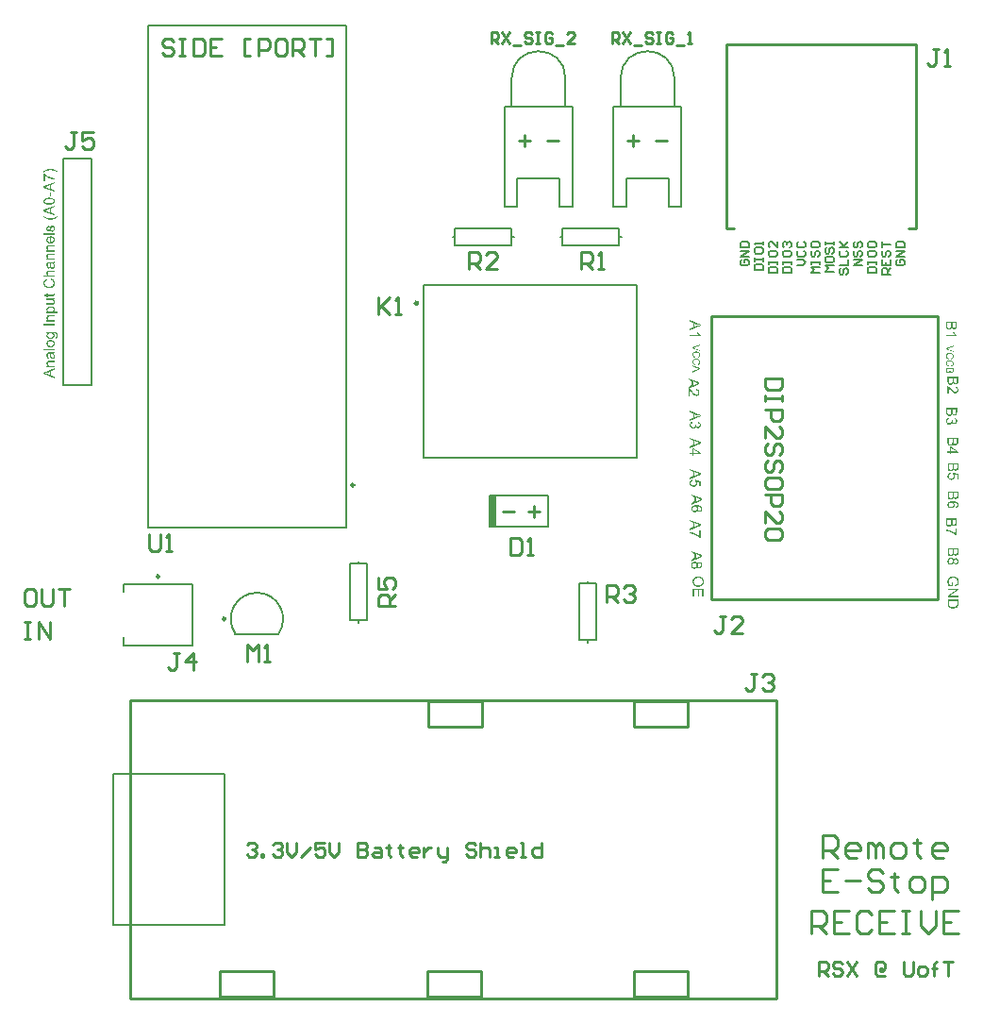
<source format=gto>
G04*
G04 #@! TF.GenerationSoftware,Altium Limited,Altium Designer,22.5.1 (42)*
G04*
G04 Layer_Color=65535*
%FSLAX44Y44*%
%MOMM*%
G71*
G04*
G04 #@! TF.SameCoordinates,43CECC40-30F0-40CD-AD13-C48B7C853053*
G04*
G04*
G04 #@! TF.FilePolarity,Positive*
G04*
G01*
G75*
%ADD10C,0.2500*%
%ADD11C,0.2000*%
%ADD12C,0.3000*%
%ADD13C,0.1270*%
%ADD14C,0.2540*%
%ADD15C,0.1500*%
%ADD16R,0.8000X2.8000*%
G36*
X847354Y621366D02*
X842626Y619674D01*
X842620D01*
X842598Y619663D01*
X842570Y619652D01*
X842531Y619641D01*
X842481Y619624D01*
X842420Y619602D01*
X842353Y619580D01*
X842281Y619558D01*
X842203Y619530D01*
X842120Y619502D01*
X841936Y619446D01*
X841752Y619391D01*
X841563Y619335D01*
X841569D01*
X841585Y619330D01*
X841619Y619318D01*
X841658Y619307D01*
X841702Y619296D01*
X841758Y619280D01*
X841825Y619257D01*
X841897Y619235D01*
X841975Y619213D01*
X842058Y619185D01*
X842236Y619124D01*
X842431Y619057D01*
X842626Y618985D01*
X847354Y617227D01*
Y616354D01*
X840851Y618896D01*
Y619786D01*
X847354Y622300D01*
Y621366D01*
D02*
G37*
G36*
X844322Y615820D02*
X844406Y615814D01*
X844511Y615803D01*
X844623Y615792D01*
X844751Y615775D01*
X844884Y615758D01*
X845029Y615731D01*
X845173Y615703D01*
X845324Y615664D01*
X845474Y615619D01*
X845624Y615569D01*
X845774Y615508D01*
X845919Y615441D01*
X845930Y615436D01*
X845952Y615425D01*
X845991Y615402D01*
X846041Y615369D01*
X846108Y615330D01*
X846180Y615280D01*
X846258Y615224D01*
X846347Y615158D01*
X846436Y615085D01*
X846531Y615002D01*
X846631Y614913D01*
X846725Y614813D01*
X846820Y614707D01*
X846909Y614590D01*
X846992Y614468D01*
X847070Y614340D01*
X847076Y614329D01*
X847087Y614306D01*
X847109Y614268D01*
X847131Y614212D01*
X847159Y614145D01*
X847193Y614067D01*
X847232Y613978D01*
X847271Y613873D01*
X847304Y613761D01*
X847343Y613639D01*
X847376Y613511D01*
X847404Y613372D01*
X847426Y613227D01*
X847449Y613077D01*
X847460Y612921D01*
X847465Y612760D01*
Y612716D01*
X847460Y612666D01*
Y612599D01*
X847449Y612515D01*
X847437Y612415D01*
X847421Y612310D01*
X847404Y612193D01*
X847376Y612065D01*
X847343Y611931D01*
X847304Y611798D01*
X847254Y611659D01*
X847198Y611520D01*
X847131Y611386D01*
X847054Y611253D01*
X846964Y611125D01*
X846959Y611119D01*
X846942Y611097D01*
X846915Y611063D01*
X846876Y611013D01*
X846820Y610963D01*
X846759Y610897D01*
X846686Y610830D01*
X846603Y610758D01*
X846508Y610680D01*
X846408Y610602D01*
X846292Y610524D01*
X846169Y610446D01*
X846030Y610374D01*
X845885Y610307D01*
X845735Y610246D01*
X845568Y610190D01*
X845368Y611036D01*
X845374D01*
X845402Y611047D01*
X845435Y611058D01*
X845485Y611080D01*
X845540Y611102D01*
X845613Y611130D01*
X845685Y611164D01*
X845763Y611203D01*
X845936Y611297D01*
X846108Y611408D01*
X846186Y611475D01*
X846264Y611542D01*
X846336Y611620D01*
X846403Y611698D01*
X846408Y611703D01*
X846419Y611720D01*
X846431Y611742D01*
X846453Y611776D01*
X846481Y611814D01*
X846508Y611870D01*
X846536Y611926D01*
X846570Y611992D01*
X846597Y612065D01*
X846625Y612148D01*
X846653Y612237D01*
X846681Y612332D01*
X846703Y612438D01*
X846714Y612543D01*
X846725Y612660D01*
X846731Y612777D01*
Y612849D01*
X846725Y612899D01*
X846720Y612966D01*
X846714Y613038D01*
X846703Y613122D01*
X846686Y613216D01*
X846664Y613311D01*
X846642Y613411D01*
X846614Y613517D01*
X846581Y613622D01*
X846536Y613728D01*
X846486Y613834D01*
X846431Y613934D01*
X846369Y614034D01*
X846364Y614039D01*
X846353Y614056D01*
X846330Y614084D01*
X846303Y614117D01*
X846269Y614156D01*
X846225Y614201D01*
X846169Y614257D01*
X846114Y614312D01*
X846047Y614368D01*
X845974Y614429D01*
X845897Y614484D01*
X845807Y614546D01*
X845719Y614601D01*
X845618Y614651D01*
X845513Y614696D01*
X845402Y614740D01*
X845396D01*
X845374Y614752D01*
X845340Y614757D01*
X845296Y614774D01*
X845240Y614785D01*
X845173Y614802D01*
X845101Y614824D01*
X845018Y614841D01*
X844929Y614857D01*
X844828Y614879D01*
X844728Y614896D01*
X844623Y614907D01*
X844395Y614930D01*
X844155Y614941D01*
X844144D01*
X844117D01*
X844072D01*
X844016Y614935D01*
X843944D01*
X843861Y614930D01*
X843766Y614918D01*
X843660Y614913D01*
X843549Y614896D01*
X843432Y614879D01*
X843193Y614841D01*
X842943Y614779D01*
X842820Y614746D01*
X842704Y614701D01*
X842698Y614696D01*
X842676Y614690D01*
X842642Y614674D01*
X842604Y614657D01*
X842553Y614629D01*
X842492Y614601D01*
X842426Y614562D01*
X842359Y614518D01*
X842281Y614468D01*
X842208Y614412D01*
X842131Y614351D01*
X842053Y614284D01*
X841981Y614212D01*
X841908Y614128D01*
X841841Y614045D01*
X841780Y613951D01*
X841775Y613945D01*
X841769Y613928D01*
X841752Y613900D01*
X841730Y613862D01*
X841708Y613811D01*
X841686Y613756D01*
X841658Y613695D01*
X841630Y613622D01*
X841597Y613539D01*
X841569Y613456D01*
X841547Y613367D01*
X841524Y613266D01*
X841485Y613060D01*
X841480Y612955D01*
X841474Y612844D01*
Y612810D01*
X841480Y612771D01*
Y612721D01*
X841485Y612660D01*
X841497Y612588D01*
X841508Y612510D01*
X841524Y612421D01*
X841547Y612326D01*
X841574Y612232D01*
X841608Y612132D01*
X841652Y612026D01*
X841697Y611926D01*
X841752Y611820D01*
X841819Y611720D01*
X841891Y611625D01*
X841897Y611620D01*
X841914Y611603D01*
X841936Y611575D01*
X841969Y611542D01*
X842014Y611503D01*
X842069Y611453D01*
X842131Y611403D01*
X842203Y611347D01*
X842286Y611292D01*
X842375Y611236D01*
X842476Y611180D01*
X842587Y611125D01*
X842709Y611069D01*
X842837Y611019D01*
X842976Y610980D01*
X843126Y610941D01*
X842909Y610079D01*
X842904D01*
X842898Y610084D01*
X842882D01*
X842865Y610090D01*
X842809Y610107D01*
X842737Y610135D01*
X842648Y610162D01*
X842548Y610201D01*
X842431Y610251D01*
X842314Y610302D01*
X842186Y610368D01*
X842053Y610435D01*
X841919Y610518D01*
X841786Y610607D01*
X841652Y610708D01*
X841524Y610813D01*
X841407Y610930D01*
X841296Y611058D01*
X841291Y611063D01*
X841274Y611091D01*
X841246Y611130D01*
X841207Y611180D01*
X841168Y611253D01*
X841118Y611331D01*
X841068Y611425D01*
X841018Y611536D01*
X840968Y611653D01*
X840918Y611787D01*
X840868Y611926D01*
X840829Y612076D01*
X840790Y612237D01*
X840762Y612404D01*
X840746Y612588D01*
X840740Y612771D01*
Y612816D01*
X840746Y612871D01*
Y612944D01*
X840751Y613033D01*
X840762Y613138D01*
X840773Y613255D01*
X840796Y613378D01*
X840818Y613511D01*
X840846Y613650D01*
X840879Y613795D01*
X840918Y613939D01*
X840968Y614078D01*
X841024Y614223D01*
X841090Y614357D01*
X841163Y614484D01*
X841168Y614490D01*
X841185Y614512D01*
X841207Y614546D01*
X841241Y614590D01*
X841285Y614646D01*
X841341Y614713D01*
X841407Y614779D01*
X841480Y614857D01*
X841563Y614935D01*
X841652Y615019D01*
X841758Y615102D01*
X841869Y615185D01*
X841986Y615263D01*
X842120Y615341D01*
X842253Y615419D01*
X842403Y615486D01*
X842414Y615491D01*
X842442Y615503D01*
X842487Y615519D01*
X842542Y615536D01*
X842620Y615564D01*
X842709Y615592D01*
X842809Y615625D01*
X842926Y615653D01*
X843054Y615686D01*
X843187Y615719D01*
X843332Y615747D01*
X843482Y615770D01*
X843644Y615792D01*
X843805Y615808D01*
X843977Y615820D01*
X844150Y615825D01*
X844155D01*
X844161D01*
X844194D01*
X844250D01*
X844322Y615820D01*
D02*
G37*
G36*
Y609261D02*
X844406Y609256D01*
X844511Y609245D01*
X844623Y609234D01*
X844751Y609217D01*
X844884Y609200D01*
X845029Y609172D01*
X845173Y609145D01*
X845324Y609105D01*
X845474Y609061D01*
X845624Y609011D01*
X845774Y608950D01*
X845919Y608883D01*
X845930Y608877D01*
X845952Y608866D01*
X845991Y608844D01*
X846041Y608811D01*
X846108Y608772D01*
X846180Y608722D01*
X846258Y608666D01*
X846347Y608599D01*
X846436Y608527D01*
X846531Y608444D01*
X846631Y608355D01*
X846725Y608254D01*
X846820Y608149D01*
X846909Y608032D01*
X846992Y607910D01*
X847070Y607782D01*
X847076Y607771D01*
X847087Y607748D01*
X847109Y607709D01*
X847131Y607654D01*
X847159Y607587D01*
X847193Y607509D01*
X847232Y607420D01*
X847271Y607314D01*
X847304Y607203D01*
X847343Y607081D01*
X847376Y606953D01*
X847404Y606814D01*
X847426Y606669D01*
X847449Y606519D01*
X847460Y606363D01*
X847465Y606202D01*
Y606157D01*
X847460Y606107D01*
Y606040D01*
X847449Y605957D01*
X847437Y605857D01*
X847421Y605751D01*
X847404Y605634D01*
X847376Y605507D01*
X847343Y605373D01*
X847304Y605239D01*
X847254Y605100D01*
X847198Y604961D01*
X847131Y604828D01*
X847054Y604694D01*
X846964Y604566D01*
X846959Y604561D01*
X846942Y604539D01*
X846915Y604505D01*
X846876Y604455D01*
X846820Y604405D01*
X846759Y604338D01*
X846686Y604272D01*
X846603Y604199D01*
X846508Y604121D01*
X846408Y604044D01*
X846292Y603966D01*
X846169Y603888D01*
X846030Y603815D01*
X845885Y603749D01*
X845735Y603688D01*
X845568Y603632D01*
X845368Y604477D01*
X845374D01*
X845402Y604489D01*
X845435Y604500D01*
X845485Y604522D01*
X845540Y604544D01*
X845613Y604572D01*
X845685Y604605D01*
X845763Y604644D01*
X845936Y604739D01*
X846108Y604850D01*
X846186Y604917D01*
X846264Y604984D01*
X846336Y605061D01*
X846403Y605139D01*
X846408Y605145D01*
X846419Y605162D01*
X846431Y605184D01*
X846453Y605217D01*
X846481Y605256D01*
X846508Y605312D01*
X846536Y605367D01*
X846570Y605434D01*
X846597Y605507D01*
X846625Y605590D01*
X846653Y605679D01*
X846681Y605774D01*
X846703Y605879D01*
X846714Y605985D01*
X846725Y606102D01*
X846731Y606218D01*
Y606291D01*
X846725Y606341D01*
X846720Y606408D01*
X846714Y606480D01*
X846703Y606563D01*
X846686Y606658D01*
X846664Y606753D01*
X846642Y606853D01*
X846614Y606958D01*
X846581Y607064D01*
X846536Y607170D01*
X846486Y607275D01*
X846431Y607375D01*
X846369Y607476D01*
X846364Y607481D01*
X846353Y607498D01*
X846330Y607526D01*
X846303Y607559D01*
X846269Y607598D01*
X846225Y607643D01*
X846169Y607698D01*
X846114Y607754D01*
X846047Y607809D01*
X845974Y607871D01*
X845897Y607926D01*
X845807Y607987D01*
X845719Y608043D01*
X845618Y608093D01*
X845513Y608138D01*
X845402Y608182D01*
X845396D01*
X845374Y608193D01*
X845340Y608199D01*
X845296Y608215D01*
X845240Y608227D01*
X845173Y608243D01*
X845101Y608266D01*
X845018Y608282D01*
X844929Y608299D01*
X844828Y608321D01*
X844728Y608338D01*
X844623Y608349D01*
X844395Y608371D01*
X844155Y608382D01*
X844144D01*
X844117D01*
X844072D01*
X844016Y608377D01*
X843944D01*
X843861Y608371D01*
X843766Y608360D01*
X843660Y608355D01*
X843549Y608338D01*
X843432Y608321D01*
X843193Y608282D01*
X842943Y608221D01*
X842820Y608188D01*
X842704Y608143D01*
X842698Y608138D01*
X842676Y608132D01*
X842642Y608115D01*
X842604Y608099D01*
X842553Y608071D01*
X842492Y608043D01*
X842426Y608004D01*
X842359Y607960D01*
X842281Y607910D01*
X842208Y607854D01*
X842131Y607793D01*
X842053Y607726D01*
X841981Y607654D01*
X841908Y607570D01*
X841841Y607487D01*
X841780Y607392D01*
X841775Y607387D01*
X841769Y607370D01*
X841752Y607342D01*
X841730Y607303D01*
X841708Y607253D01*
X841686Y607197D01*
X841658Y607136D01*
X841630Y607064D01*
X841597Y606981D01*
X841569Y606897D01*
X841547Y606808D01*
X841524Y606708D01*
X841485Y606502D01*
X841480Y606396D01*
X841474Y606285D01*
Y606252D01*
X841480Y606213D01*
Y606163D01*
X841485Y606102D01*
X841497Y606029D01*
X841508Y605951D01*
X841524Y605863D01*
X841547Y605768D01*
X841574Y605673D01*
X841608Y605573D01*
X841652Y605468D01*
X841697Y605367D01*
X841752Y605262D01*
X841819Y605162D01*
X841891Y605067D01*
X841897Y605061D01*
X841914Y605045D01*
X841936Y605017D01*
X841969Y604984D01*
X842014Y604945D01*
X842069Y604895D01*
X842131Y604845D01*
X842203Y604789D01*
X842286Y604733D01*
X842375Y604678D01*
X842476Y604622D01*
X842587Y604566D01*
X842709Y604511D01*
X842837Y604461D01*
X842976Y604422D01*
X843126Y604383D01*
X842909Y603521D01*
X842904D01*
X842898Y603526D01*
X842882D01*
X842865Y603532D01*
X842809Y603549D01*
X842737Y603576D01*
X842648Y603604D01*
X842548Y603643D01*
X842431Y603693D01*
X842314Y603743D01*
X842186Y603810D01*
X842053Y603877D01*
X841919Y603960D01*
X841786Y604049D01*
X841652Y604149D01*
X841524Y604255D01*
X841407Y604372D01*
X841296Y604500D01*
X841291Y604505D01*
X841274Y604533D01*
X841246Y604572D01*
X841207Y604622D01*
X841168Y604694D01*
X841118Y604772D01*
X841068Y604867D01*
X841018Y604978D01*
X840968Y605095D01*
X840918Y605228D01*
X840868Y605367D01*
X840829Y605518D01*
X840790Y605679D01*
X840762Y605846D01*
X840746Y606029D01*
X840740Y606213D01*
Y606258D01*
X840746Y606313D01*
Y606385D01*
X840751Y606474D01*
X840762Y606580D01*
X840773Y606697D01*
X840796Y606819D01*
X840818Y606953D01*
X840846Y607092D01*
X840879Y607237D01*
X840918Y607381D01*
X840968Y607520D01*
X841024Y607665D01*
X841090Y607798D01*
X841163Y607926D01*
X841168Y607932D01*
X841185Y607954D01*
X841207Y607987D01*
X841241Y608032D01*
X841285Y608088D01*
X841341Y608154D01*
X841407Y608221D01*
X841480Y608299D01*
X841563Y608377D01*
X841652Y608460D01*
X841758Y608544D01*
X841869Y608627D01*
X841986Y608705D01*
X842120Y608783D01*
X842253Y608861D01*
X842403Y608927D01*
X842414Y608933D01*
X842442Y608944D01*
X842487Y608961D01*
X842542Y608978D01*
X842620Y609005D01*
X842709Y609033D01*
X842809Y609067D01*
X842926Y609094D01*
X843054Y609128D01*
X843187Y609161D01*
X843332Y609189D01*
X843482Y609211D01*
X843644Y609234D01*
X843805Y609250D01*
X843977Y609261D01*
X844150Y609267D01*
X844155D01*
X844161D01*
X844194D01*
X844250D01*
X844322Y609261D01*
D02*
G37*
G36*
X847354Y599988D02*
X847348Y599938D01*
Y599872D01*
X847343Y599799D01*
X847337Y599721D01*
X847332Y599632D01*
X847304Y599443D01*
X847271Y599243D01*
X847220Y599043D01*
X847187Y598954D01*
X847154Y598865D01*
Y598859D01*
X847143Y598843D01*
X847131Y598820D01*
X847115Y598792D01*
X847098Y598754D01*
X847070Y598709D01*
X847003Y598609D01*
X846920Y598492D01*
X846814Y598375D01*
X846692Y598264D01*
X846547Y598158D01*
X846542Y598153D01*
X846531Y598147D01*
X846508Y598136D01*
X846475Y598119D01*
X846436Y598097D01*
X846392Y598075D01*
X846341Y598053D01*
X846286Y598030D01*
X846158Y597986D01*
X846008Y597941D01*
X845852Y597914D01*
X845769Y597902D01*
X845685D01*
X845680D01*
X845668D01*
X845646D01*
X845613Y597908D01*
X845580D01*
X845535Y597914D01*
X845485Y597919D01*
X845435Y597930D01*
X845312Y597958D01*
X845179Y597997D01*
X845040Y598053D01*
X844901Y598130D01*
X844895D01*
X844884Y598142D01*
X844867Y598153D01*
X844840Y598175D01*
X844812Y598197D01*
X844773Y598225D01*
X844689Y598303D01*
X844595Y598397D01*
X844495Y598514D01*
X844400Y598653D01*
X844311Y598815D01*
Y598809D01*
X844306Y598787D01*
X844295Y598759D01*
X844278Y598720D01*
X844256Y598670D01*
X844233Y598609D01*
X844205Y598548D01*
X844172Y598481D01*
X844089Y598336D01*
X843983Y598181D01*
X843861Y598036D01*
X843794Y597969D01*
X843716Y597908D01*
X843710Y597902D01*
X843699Y597891D01*
X843671Y597880D01*
X843644Y597858D01*
X843605Y597836D01*
X843555Y597808D01*
X843499Y597775D01*
X843438Y597747D01*
X843365Y597719D01*
X843293Y597686D01*
X843210Y597658D01*
X843126Y597635D01*
X843032Y597613D01*
X842937Y597597D01*
X842837Y597591D01*
X842731Y597585D01*
X842726D01*
X842709D01*
X842687D01*
X842654Y597591D01*
X842615D01*
X842564Y597597D01*
X842514Y597602D01*
X842453Y597608D01*
X842325Y597635D01*
X842181Y597669D01*
X842030Y597713D01*
X841880Y597780D01*
X841875D01*
X841864Y597791D01*
X841841Y597802D01*
X841819Y597813D01*
X841786Y597836D01*
X841747Y597858D01*
X841658Y597914D01*
X841563Y597980D01*
X841463Y598064D01*
X841369Y598158D01*
X841280Y598258D01*
Y598264D01*
X841268Y598270D01*
X841257Y598286D01*
X841246Y598308D01*
X841229Y598336D01*
X841207Y598370D01*
X841163Y598453D01*
X841107Y598559D01*
X841057Y598676D01*
X841001Y598815D01*
X840957Y598970D01*
Y598976D01*
X840951Y598987D01*
X840946Y599015D01*
X840940Y599048D01*
X840935Y599087D01*
X840924Y599137D01*
X840912Y599198D01*
X840907Y599260D01*
X840896Y599332D01*
X840885Y599416D01*
X840873Y599499D01*
X840868Y599594D01*
X840862Y599688D01*
X840857Y599794D01*
X840851Y600016D01*
Y602492D01*
X847354D01*
Y599988D01*
D02*
G37*
G36*
X847234Y415282D02*
X847359Y415273D01*
X847509Y415257D01*
X847675Y415240D01*
X847859Y415215D01*
X848058Y415182D01*
X848267Y415148D01*
X848483Y415098D01*
X848717Y415040D01*
X848950Y414973D01*
X849183Y414890D01*
X849416Y414799D01*
X849650Y414698D01*
X849666Y414690D01*
X849708Y414674D01*
X849766Y414640D01*
X849850Y414590D01*
X849958Y414524D01*
X850075Y414449D01*
X850200Y414365D01*
X850341Y414265D01*
X850491Y414149D01*
X850641Y414024D01*
X850791Y413882D01*
X850941Y413732D01*
X851091Y413565D01*
X851233Y413382D01*
X851366Y413190D01*
X851483Y412991D01*
X851491Y412974D01*
X851508Y412941D01*
X851541Y412874D01*
X851574Y412791D01*
X851624Y412691D01*
X851674Y412557D01*
X851724Y412416D01*
X851783Y412249D01*
X851841Y412066D01*
X851891Y411874D01*
X851941Y411658D01*
X851991Y411433D01*
X852024Y411191D01*
X852057Y410941D01*
X852074Y410683D01*
X852082Y410416D01*
Y410316D01*
X852074Y410241D01*
Y410150D01*
X852066Y410041D01*
X852057Y409916D01*
X852041Y409783D01*
X852024Y409641D01*
X851999Y409492D01*
X851933Y409175D01*
X851849Y408842D01*
X851732Y408517D01*
Y408508D01*
X851716Y408475D01*
X851699Y408433D01*
X851666Y408375D01*
X851633Y408300D01*
X851591Y408217D01*
X851541Y408125D01*
X851483Y408025D01*
X851349Y407809D01*
X851191Y407592D01*
X850999Y407375D01*
X850891Y407267D01*
X850783Y407175D01*
X850774Y407167D01*
X850758Y407150D01*
X850724Y407125D01*
X850674Y407092D01*
X850608Y407050D01*
X850541Y407009D01*
X850450Y406950D01*
X850358Y406900D01*
X850250Y406842D01*
X850125Y406776D01*
X850000Y406717D01*
X849858Y406659D01*
X849700Y406592D01*
X849541Y406534D01*
X849375Y406484D01*
X849192Y406434D01*
X848867Y407600D01*
X848875D01*
X848900Y407609D01*
X848942Y407625D01*
X848991Y407642D01*
X849050Y407659D01*
X849125Y407684D01*
X849292Y407750D01*
X849483Y407825D01*
X849675Y407917D01*
X849866Y408025D01*
X850041Y408142D01*
X850050D01*
X850058Y408158D01*
X850108Y408200D01*
X850191Y408275D01*
X850283Y408383D01*
X850391Y408508D01*
X850508Y408675D01*
X850624Y408858D01*
X850724Y409075D01*
Y409083D01*
X850733Y409100D01*
X850749Y409133D01*
X850766Y409183D01*
X850783Y409241D01*
X850808Y409308D01*
X850833Y409383D01*
X850858Y409467D01*
X850874Y409566D01*
X850899Y409666D01*
X850941Y409900D01*
X850974Y410150D01*
X850983Y410416D01*
Y410566D01*
X850974Y410641D01*
X850966Y410733D01*
X850958Y410833D01*
X850949Y410941D01*
X850916Y411174D01*
X850866Y411433D01*
X850799Y411699D01*
X850708Y411949D01*
Y411958D01*
X850699Y411974D01*
X850683Y412007D01*
X850658Y412057D01*
X850633Y412108D01*
X850600Y412174D01*
X850516Y412316D01*
X850416Y412482D01*
X850300Y412657D01*
X850158Y412832D01*
X850000Y412991D01*
X849991Y412999D01*
X849983Y413007D01*
X849958Y413024D01*
X849925Y413057D01*
X849833Y413124D01*
X849716Y413215D01*
X849575Y413307D01*
X849416Y413415D01*
X849233Y413507D01*
X849042Y413599D01*
X849033D01*
X849000Y413615D01*
X848950Y413632D01*
X848883Y413657D01*
X848800Y413682D01*
X848700Y413715D01*
X848583Y413749D01*
X848458Y413782D01*
X848317Y413815D01*
X848167Y413849D01*
X848000Y413882D01*
X847825Y413907D01*
X847467Y413949D01*
X847275Y413957D01*
X847075Y413965D01*
X847059D01*
X847017D01*
X846950D01*
X846859Y413957D01*
X846750Y413949D01*
X846617Y413940D01*
X846476Y413932D01*
X846317Y413907D01*
X846151Y413890D01*
X845976Y413857D01*
X845609Y413782D01*
X845426Y413732D01*
X845242Y413665D01*
X845068Y413599D01*
X844901Y413524D01*
X844893Y413516D01*
X844859Y413499D01*
X844818Y413474D01*
X844759Y413441D01*
X844684Y413391D01*
X844601Y413332D01*
X844509Y413265D01*
X844409Y413190D01*
X844309Y413107D01*
X844201Y413007D01*
X844093Y412899D01*
X843985Y412782D01*
X843876Y412657D01*
X843776Y412516D01*
X843685Y412374D01*
X843601Y412216D01*
X843593Y412207D01*
X843585Y412174D01*
X843560Y412132D01*
X843535Y412066D01*
X843501Y411991D01*
X843468Y411891D01*
X843426Y411783D01*
X843393Y411666D01*
X843351Y411533D01*
X843310Y411391D01*
X843276Y411241D01*
X843243Y411091D01*
X843193Y410750D01*
X843185Y410574D01*
X843176Y410400D01*
Y410316D01*
X843185Y410258D01*
Y410183D01*
X843193Y410091D01*
X843201Y409991D01*
X843218Y409883D01*
X843235Y409758D01*
X843251Y409633D01*
X843310Y409358D01*
X843385Y409067D01*
X843493Y408767D01*
Y408758D01*
X843510Y408733D01*
X843526Y408692D01*
X843551Y408633D01*
X843576Y408567D01*
X843618Y408492D01*
X843651Y408408D01*
X843701Y408317D01*
X843801Y408117D01*
X843918Y407917D01*
X844043Y407725D01*
X844109Y407634D01*
X844176Y407550D01*
X845992D01*
Y410408D01*
X847142D01*
Y406284D01*
X843526D01*
X843518Y406292D01*
X843493Y406326D01*
X843451Y406376D01*
X843401Y406451D01*
X843343Y406534D01*
X843268Y406634D01*
X843185Y406759D01*
X843101Y406884D01*
X843010Y407025D01*
X842918Y407184D01*
X842818Y407342D01*
X842727Y407517D01*
X842543Y407875D01*
X842460Y408059D01*
X842385Y408250D01*
Y408259D01*
X842368Y408292D01*
X842352Y408350D01*
X842327Y408425D01*
X842302Y408517D01*
X842268Y408625D01*
X842235Y408750D01*
X842202Y408883D01*
X842160Y409033D01*
X842127Y409200D01*
X842093Y409366D01*
X842068Y409550D01*
X842027Y409925D01*
X842018Y410116D01*
X842010Y410316D01*
Y410383D01*
X842018Y410458D01*
Y410558D01*
X842027Y410683D01*
X842043Y410833D01*
X842060Y410999D01*
X842085Y411183D01*
X842118Y411383D01*
X842160Y411591D01*
X842210Y411808D01*
X842268Y412024D01*
X842335Y412257D01*
X842418Y412482D01*
X842510Y412707D01*
X842618Y412932D01*
X842626Y412949D01*
X842643Y412982D01*
X842685Y413041D01*
X842735Y413124D01*
X842793Y413224D01*
X842876Y413332D01*
X842968Y413457D01*
X843068Y413590D01*
X843193Y413732D01*
X843326Y413874D01*
X843468Y414024D01*
X843626Y414165D01*
X843801Y414315D01*
X843985Y414449D01*
X844184Y414582D01*
X844393Y414698D01*
X844409Y414707D01*
X844443Y414724D01*
X844509Y414757D01*
X844601Y414790D01*
X844709Y414832D01*
X844834Y414882D01*
X844984Y414940D01*
X845159Y414990D01*
X845342Y415048D01*
X845542Y415107D01*
X845751Y415157D01*
X845984Y415198D01*
X846217Y415232D01*
X846467Y415265D01*
X846725Y415282D01*
X846992Y415290D01*
X847000D01*
X847009D01*
X847059D01*
X847134D01*
X847234Y415282D01*
D02*
G37*
G36*
X851916Y403085D02*
X844259Y397961D01*
X851916D01*
Y396728D01*
X842177D01*
Y398053D01*
X849816Y403168D01*
X842177D01*
Y404401D01*
X851916D01*
Y403085D01*
D02*
G37*
G36*
Y390930D02*
X851908Y390821D01*
Y390705D01*
X851899Y390571D01*
X851882Y390288D01*
X851858Y390005D01*
X851824Y389730D01*
X851799Y389597D01*
X851774Y389480D01*
Y389472D01*
X851766Y389447D01*
X851758Y389397D01*
X851732Y389338D01*
X851716Y389272D01*
X851691Y389188D01*
X851657Y389088D01*
X851616Y388988D01*
X851516Y388764D01*
X851399Y388530D01*
X851249Y388289D01*
X851074Y388055D01*
X851066Y388047D01*
X851041Y388022D01*
X851008Y387980D01*
X850958Y387930D01*
X850891Y387864D01*
X850816Y387789D01*
X850724Y387705D01*
X850624Y387622D01*
X850508Y387530D01*
X850383Y387430D01*
X850241Y387339D01*
X850100Y387239D01*
X849941Y387147D01*
X849775Y387056D01*
X849591Y386972D01*
X849408Y386897D01*
X849400Y386889D01*
X849366Y386881D01*
X849308Y386864D01*
X849233Y386839D01*
X849133Y386806D01*
X849016Y386772D01*
X848892Y386739D01*
X848742Y386706D01*
X848575Y386672D01*
X848400Y386639D01*
X848208Y386606D01*
X848008Y386572D01*
X847792Y386547D01*
X847567Y386531D01*
X847334Y386514D01*
X847092D01*
X847084D01*
X847042D01*
X846984D01*
X846909D01*
X846809Y386522D01*
X846701Y386531D01*
X846567Y386539D01*
X846434Y386547D01*
X846284Y386564D01*
X846126Y386581D01*
X845792Y386622D01*
X845459Y386689D01*
X845126Y386781D01*
X845117D01*
X845084Y386789D01*
X845043Y386806D01*
X844984Y386831D01*
X844909Y386856D01*
X844826Y386881D01*
X844734Y386922D01*
X844626Y386964D01*
X844401Y387056D01*
X844168Y387172D01*
X843934Y387297D01*
X843710Y387447D01*
X843701Y387455D01*
X843685Y387464D01*
X843660Y387489D01*
X843618Y387514D01*
X843568Y387555D01*
X843518Y387597D01*
X843393Y387705D01*
X843251Y387839D01*
X843101Y387989D01*
X842960Y388155D01*
X842827Y388330D01*
Y388339D01*
X842810Y388355D01*
X842793Y388380D01*
X842776Y388414D01*
X842743Y388464D01*
X842718Y388513D01*
X842676Y388580D01*
X842643Y388655D01*
X842560Y388822D01*
X842485Y389022D01*
X842402Y389238D01*
X842335Y389488D01*
Y389497D01*
X842327Y389522D01*
X842318Y389555D01*
X842310Y389605D01*
X842302Y389672D01*
X842285Y389755D01*
X842268Y389838D01*
X842260Y389938D01*
X842243Y390047D01*
X842227Y390171D01*
X842210Y390296D01*
X842202Y390438D01*
X842185Y390730D01*
X842177Y391054D01*
Y394562D01*
X851916D01*
Y390930D01*
D02*
G37*
G36*
X618306Y415282D02*
X618373D01*
X618448Y415273D01*
X618540D01*
X618639Y415257D01*
X618748Y415248D01*
X618981Y415223D01*
X619239Y415182D01*
X619523Y415123D01*
X619823Y415057D01*
X620131Y414973D01*
X620447Y414865D01*
X620764Y414740D01*
X621081Y414590D01*
X621380Y414415D01*
X621672Y414215D01*
X621939Y413990D01*
X621955Y413974D01*
X621997Y413932D01*
X622064Y413857D01*
X622155Y413757D01*
X622255Y413624D01*
X622372Y413474D01*
X622497Y413290D01*
X622630Y413082D01*
X622755Y412849D01*
X622880Y412599D01*
X622997Y412324D01*
X623097Y412024D01*
X623188Y411708D01*
X623255Y411366D01*
X623297Y411008D01*
X623313Y410633D01*
Y410500D01*
X623305Y410408D01*
X623297Y410283D01*
X623280Y410150D01*
X623255Y409991D01*
X623230Y409825D01*
X623197Y409641D01*
X623155Y409441D01*
X623105Y409241D01*
X623038Y409033D01*
X622963Y408825D01*
X622880Y408617D01*
X622780Y408408D01*
X622663Y408200D01*
X622655Y408184D01*
X622630Y408150D01*
X622597Y408100D01*
X622547Y408025D01*
X622480Y407934D01*
X622397Y407825D01*
X622305Y407709D01*
X622197Y407584D01*
X622080Y407459D01*
X621939Y407317D01*
X621797Y407184D01*
X621630Y407050D01*
X621464Y406909D01*
X621272Y406784D01*
X621072Y406659D01*
X620864Y406551D01*
X620847Y406542D01*
X620814Y406526D01*
X620747Y406501D01*
X620664Y406459D01*
X620556Y406417D01*
X620422Y406367D01*
X620272Y406317D01*
X620106Y406259D01*
X619922Y406209D01*
X619723Y406159D01*
X619506Y406109D01*
X619281Y406067D01*
X619039Y406026D01*
X618789Y406001D01*
X618523Y405984D01*
X618256Y405976D01*
X618240D01*
X618190D01*
X618115D01*
X618006Y405984D01*
X617873Y405992D01*
X617723Y406009D01*
X617556Y406026D01*
X617373Y406051D01*
X617173Y406084D01*
X616957Y406126D01*
X616740Y406167D01*
X616515Y406226D01*
X616282Y406301D01*
X616057Y406376D01*
X615832Y406467D01*
X615607Y406576D01*
X615590Y406584D01*
X615557Y406601D01*
X615499Y406634D01*
X615415Y406684D01*
X615315Y406750D01*
X615207Y406825D01*
X615082Y406909D01*
X614949Y407009D01*
X614807Y407125D01*
X614665Y407250D01*
X614515Y407392D01*
X614374Y407542D01*
X614224Y407709D01*
X614091Y407884D01*
X613957Y408075D01*
X613841Y408275D01*
X613832Y408284D01*
X613816Y408325D01*
X613782Y408383D01*
X613749Y408467D01*
X613699Y408567D01*
X613649Y408683D01*
X613599Y408825D01*
X613541Y408975D01*
X613482Y409150D01*
X613433Y409333D01*
X613382Y409525D01*
X613332Y409733D01*
X613299Y409941D01*
X613266Y410166D01*
X613249Y410400D01*
X613241Y410633D01*
Y410691D01*
X613249Y410766D01*
Y410866D01*
X613257Y410983D01*
X613274Y411124D01*
X613299Y411283D01*
X613324Y411458D01*
X613358Y411649D01*
X613399Y411841D01*
X613457Y412049D01*
X613516Y412257D01*
X613591Y412466D01*
X613682Y412682D01*
X613782Y412891D01*
X613899Y413099D01*
X613907Y413107D01*
X613932Y413149D01*
X613966Y413199D01*
X614024Y413274D01*
X614091Y413366D01*
X614174Y413474D01*
X614266Y413582D01*
X614374Y413707D01*
X614499Y413840D01*
X614632Y413974D01*
X614782Y414115D01*
X614949Y414249D01*
X615124Y414382D01*
X615307Y414507D01*
X615507Y414632D01*
X615715Y414740D01*
X615732Y414748D01*
X615765Y414765D01*
X615832Y414790D01*
X615915Y414823D01*
X616023Y414865D01*
X616148Y414915D01*
X616290Y414965D01*
X616448Y415015D01*
X616623Y415065D01*
X616815Y415115D01*
X617015Y415165D01*
X617223Y415207D01*
X617440Y415240D01*
X617673Y415265D01*
X617906Y415282D01*
X618140Y415290D01*
X618148D01*
X618165D01*
X618198D01*
X618248D01*
X618306Y415282D01*
D02*
G37*
G36*
X623147Y397253D02*
X621997D01*
Y403002D01*
X619023D01*
Y397620D01*
X617873D01*
Y403002D01*
X614557D01*
Y397028D01*
X613408D01*
Y404293D01*
X623147D01*
Y397253D01*
D02*
G37*
G36*
X619912Y622645D02*
X615183Y620954D01*
X615178D01*
X615156Y620943D01*
X615128Y620932D01*
X615089Y620921D01*
X615039Y620904D01*
X614978Y620882D01*
X614911Y620860D01*
X614839Y620838D01*
X614761Y620810D01*
X614677Y620782D01*
X614494Y620726D01*
X614310Y620671D01*
X614121Y620615D01*
X614127D01*
X614143Y620610D01*
X614177Y620598D01*
X614216Y620587D01*
X614260Y620576D01*
X614316Y620559D01*
X614383Y620537D01*
X614455Y620515D01*
X614533Y620493D01*
X614616Y620465D01*
X614794Y620404D01*
X614989Y620337D01*
X615183Y620265D01*
X619912Y618507D01*
Y617634D01*
X613409Y620176D01*
Y621066D01*
X619912Y623580D01*
Y622645D01*
D02*
G37*
G36*
X616880Y617099D02*
X616964Y617094D01*
X617069Y617083D01*
X617180Y617072D01*
X617308Y617055D01*
X617442Y617038D01*
X617587Y617010D01*
X617731Y616983D01*
X617881Y616944D01*
X618032Y616899D01*
X618182Y616849D01*
X618332Y616788D01*
X618476Y616721D01*
X618488Y616716D01*
X618510Y616705D01*
X618549Y616682D01*
X618599Y616649D01*
X618666Y616610D01*
X618738Y616560D01*
X618816Y616504D01*
X618905Y616438D01*
X618994Y616365D01*
X619088Y616282D01*
X619189Y616193D01*
X619283Y616093D01*
X619378Y615987D01*
X619467Y615870D01*
X619550Y615748D01*
X619628Y615620D01*
X619634Y615609D01*
X619645Y615587D01*
X619667Y615547D01*
X619689Y615492D01*
X619717Y615425D01*
X619750Y615347D01*
X619789Y615258D01*
X619828Y615153D01*
X619862Y615041D01*
X619901Y614919D01*
X619934Y614791D01*
X619962Y614652D01*
X619984Y614507D01*
X620006Y614357D01*
X620017Y614201D01*
X620023Y614040D01*
Y613996D01*
X620017Y613946D01*
Y613879D01*
X620006Y613795D01*
X619995Y613695D01*
X619978Y613590D01*
X619962Y613473D01*
X619934Y613345D01*
X619901Y613211D01*
X619862Y613078D01*
X619812Y612939D01*
X619756Y612800D01*
X619689Y612666D01*
X619611Y612533D01*
X619522Y612405D01*
X619517Y612399D01*
X619500Y612377D01*
X619472Y612343D01*
X619433Y612293D01*
X619378Y612243D01*
X619316Y612177D01*
X619244Y612110D01*
X619161Y612038D01*
X619066Y611960D01*
X618966Y611882D01*
X618849Y611804D01*
X618727Y611726D01*
X618588Y611654D01*
X618443Y611587D01*
X618293Y611526D01*
X618126Y611470D01*
X617926Y612316D01*
X617931D01*
X617959Y612327D01*
X617993Y612338D01*
X618043Y612360D01*
X618098Y612382D01*
X618171Y612410D01*
X618243Y612444D01*
X618321Y612482D01*
X618493Y612577D01*
X618666Y612688D01*
X618744Y612755D01*
X618821Y612822D01*
X618894Y612900D01*
X618960Y612978D01*
X618966Y612983D01*
X618977Y613000D01*
X618988Y613022D01*
X619011Y613055D01*
X619038Y613094D01*
X619066Y613150D01*
X619094Y613206D01*
X619127Y613272D01*
X619155Y613345D01*
X619183Y613428D01*
X619211Y613517D01*
X619239Y613612D01*
X619261Y613717D01*
X619272Y613823D01*
X619283Y613940D01*
X619289Y614057D01*
Y614129D01*
X619283Y614179D01*
X619278Y614246D01*
X619272Y614318D01*
X619261Y614402D01*
X619244Y614496D01*
X619222Y614591D01*
X619200Y614691D01*
X619172Y614797D01*
X619138Y614902D01*
X619094Y615008D01*
X619044Y615114D01*
X618988Y615214D01*
X618927Y615314D01*
X618922Y615320D01*
X618910Y615336D01*
X618888Y615364D01*
X618860Y615397D01*
X618827Y615436D01*
X618783Y615481D01*
X618727Y615536D01*
X618671Y615592D01*
X618605Y615648D01*
X618532Y615709D01*
X618454Y615765D01*
X618365Y615826D01*
X618276Y615881D01*
X618176Y615931D01*
X618070Y615976D01*
X617959Y616020D01*
X617954D01*
X617931Y616031D01*
X617898Y616037D01*
X617854Y616054D01*
X617798Y616065D01*
X617731Y616082D01*
X617659Y616104D01*
X617575Y616120D01*
X617486Y616137D01*
X617386Y616159D01*
X617286Y616176D01*
X617180Y616187D01*
X616952Y616209D01*
X616713Y616221D01*
X616702D01*
X616674D01*
X616630D01*
X616574Y616215D01*
X616502D01*
X616418Y616209D01*
X616324Y616198D01*
X616218Y616193D01*
X616107Y616176D01*
X615990Y616159D01*
X615751Y616120D01*
X615500Y616059D01*
X615378Y616026D01*
X615261Y615981D01*
X615256Y615976D01*
X615233Y615970D01*
X615200Y615954D01*
X615161Y615937D01*
X615111Y615909D01*
X615050Y615881D01*
X614983Y615842D01*
X614916Y615798D01*
X614839Y615748D01*
X614766Y615692D01*
X614688Y615631D01*
X614610Y615564D01*
X614538Y615492D01*
X614466Y615409D01*
X614399Y615325D01*
X614338Y615230D01*
X614332Y615225D01*
X614327Y615208D01*
X614310Y615180D01*
X614288Y615141D01*
X614266Y615091D01*
X614243Y615036D01*
X614216Y614975D01*
X614188Y614902D01*
X614154Y614819D01*
X614127Y614735D01*
X614104Y614646D01*
X614082Y614546D01*
X614043Y614341D01*
X614038Y614235D01*
X614032Y614123D01*
Y614090D01*
X614038Y614051D01*
Y614001D01*
X614043Y613940D01*
X614054Y613868D01*
X614065Y613790D01*
X614082Y613701D01*
X614104Y613606D01*
X614132Y613512D01*
X614165Y613411D01*
X614210Y613306D01*
X614254Y613206D01*
X614310Y613100D01*
X614377Y613000D01*
X614449Y612905D01*
X614455Y612900D01*
X614472Y612883D01*
X614494Y612855D01*
X614527Y612822D01*
X614572Y612783D01*
X614627Y612733D01*
X614688Y612683D01*
X614761Y612627D01*
X614844Y612571D01*
X614933Y612516D01*
X615033Y612460D01*
X615145Y612405D01*
X615267Y612349D01*
X615395Y612299D01*
X615534Y612260D01*
X615684Y612221D01*
X615467Y611359D01*
X615462D01*
X615456Y611365D01*
X615439D01*
X615423Y611370D01*
X615367Y611387D01*
X615295Y611414D01*
X615206Y611442D01*
X615106Y611481D01*
X614989Y611531D01*
X614872Y611581D01*
X614744Y611648D01*
X614610Y611715D01*
X614477Y611798D01*
X614343Y611887D01*
X614210Y611987D01*
X614082Y612093D01*
X613965Y612210D01*
X613854Y612338D01*
X613848Y612343D01*
X613832Y612371D01*
X613804Y612410D01*
X613765Y612460D01*
X613726Y612533D01*
X613676Y612611D01*
X613626Y612705D01*
X613576Y612816D01*
X613526Y612933D01*
X613476Y613067D01*
X613426Y613206D01*
X613387Y613356D01*
X613348Y613517D01*
X613320Y613684D01*
X613303Y613868D01*
X613298Y614051D01*
Y614096D01*
X613303Y614151D01*
Y614224D01*
X613309Y614313D01*
X613320Y614418D01*
X613331Y614535D01*
X613353Y614658D01*
X613376Y614791D01*
X613403Y614930D01*
X613437Y615075D01*
X613476Y615219D01*
X613526Y615358D01*
X613581Y615503D01*
X613648Y615636D01*
X613721Y615765D01*
X613726Y615770D01*
X613743Y615792D01*
X613765Y615826D01*
X613798Y615870D01*
X613843Y615926D01*
X613899Y615993D01*
X613965Y616059D01*
X614038Y616137D01*
X614121Y616215D01*
X614210Y616298D01*
X614316Y616382D01*
X614427Y616465D01*
X614544Y616543D01*
X614677Y616621D01*
X614811Y616699D01*
X614961Y616766D01*
X614972Y616771D01*
X615000Y616782D01*
X615044Y616799D01*
X615100Y616816D01*
X615178Y616844D01*
X615267Y616871D01*
X615367Y616905D01*
X615484Y616933D01*
X615612Y616966D01*
X615745Y616999D01*
X615890Y617027D01*
X616040Y617049D01*
X616201Y617072D01*
X616363Y617088D01*
X616535Y617099D01*
X616708Y617105D01*
X616713D01*
X616719D01*
X616752D01*
X616808D01*
X616880Y617099D01*
D02*
G37*
G36*
Y610541D02*
X616964Y610536D01*
X617069Y610524D01*
X617180Y610513D01*
X617308Y610497D01*
X617442Y610480D01*
X617587Y610452D01*
X617731Y610424D01*
X617881Y610385D01*
X618032Y610341D01*
X618182Y610291D01*
X618332Y610230D01*
X618476Y610163D01*
X618488Y610157D01*
X618510Y610146D01*
X618549Y610124D01*
X618599Y610091D01*
X618666Y610052D01*
X618738Y610002D01*
X618816Y609946D01*
X618905Y609879D01*
X618994Y609807D01*
X619088Y609724D01*
X619189Y609635D01*
X619283Y609534D01*
X619378Y609429D01*
X619467Y609312D01*
X619550Y609189D01*
X619628Y609062D01*
X619634Y609050D01*
X619645Y609028D01*
X619667Y608989D01*
X619689Y608934D01*
X619717Y608867D01*
X619750Y608789D01*
X619789Y608700D01*
X619828Y608594D01*
X619862Y608483D01*
X619901Y608361D01*
X619934Y608233D01*
X619962Y608094D01*
X619984Y607949D01*
X620006Y607799D01*
X620017Y607643D01*
X620023Y607482D01*
Y607437D01*
X620017Y607387D01*
Y607321D01*
X620006Y607237D01*
X619995Y607137D01*
X619978Y607031D01*
X619962Y606914D01*
X619934Y606786D01*
X619901Y606653D01*
X619862Y606519D01*
X619812Y606380D01*
X619756Y606241D01*
X619689Y606108D01*
X619611Y605974D01*
X619522Y605846D01*
X619517Y605841D01*
X619500Y605818D01*
X619472Y605785D01*
X619433Y605735D01*
X619378Y605685D01*
X619316Y605618D01*
X619244Y605551D01*
X619161Y605479D01*
X619066Y605401D01*
X618966Y605323D01*
X618849Y605246D01*
X618727Y605168D01*
X618588Y605095D01*
X618443Y605029D01*
X618293Y604967D01*
X618126Y604912D01*
X617926Y605757D01*
X617931D01*
X617959Y605769D01*
X617993Y605780D01*
X618043Y605802D01*
X618098Y605824D01*
X618171Y605852D01*
X618243Y605885D01*
X618321Y605924D01*
X618493Y606019D01*
X618666Y606130D01*
X618744Y606197D01*
X618821Y606264D01*
X618894Y606341D01*
X618960Y606419D01*
X618966Y606425D01*
X618977Y606442D01*
X618988Y606464D01*
X619011Y606497D01*
X619038Y606536D01*
X619066Y606592D01*
X619094Y606647D01*
X619127Y606714D01*
X619155Y606786D01*
X619183Y606870D01*
X619211Y606959D01*
X619239Y607053D01*
X619261Y607159D01*
X619272Y607265D01*
X619283Y607382D01*
X619289Y607499D01*
Y607571D01*
X619283Y607621D01*
X619278Y607688D01*
X619272Y607760D01*
X619261Y607843D01*
X619244Y607938D01*
X619222Y608032D01*
X619200Y608133D01*
X619172Y608238D01*
X619138Y608344D01*
X619094Y608450D01*
X619044Y608555D01*
X618988Y608656D01*
X618927Y608756D01*
X618922Y608761D01*
X618910Y608778D01*
X618888Y608806D01*
X618860Y608839D01*
X618827Y608878D01*
X618783Y608923D01*
X618727Y608978D01*
X618671Y609034D01*
X618605Y609089D01*
X618532Y609151D01*
X618454Y609206D01*
X618365Y609267D01*
X618276Y609323D01*
X618176Y609373D01*
X618070Y609418D01*
X617959Y609462D01*
X617954D01*
X617931Y609473D01*
X617898Y609479D01*
X617854Y609495D01*
X617798Y609507D01*
X617731Y609523D01*
X617659Y609546D01*
X617575Y609562D01*
X617486Y609579D01*
X617386Y609601D01*
X617286Y609618D01*
X617180Y609629D01*
X616952Y609651D01*
X616713Y609662D01*
X616702D01*
X616674D01*
X616630D01*
X616574Y609657D01*
X616502D01*
X616418Y609651D01*
X616324Y609640D01*
X616218Y609635D01*
X616107Y609618D01*
X615990Y609601D01*
X615751Y609562D01*
X615500Y609501D01*
X615378Y609468D01*
X615261Y609423D01*
X615256Y609418D01*
X615233Y609412D01*
X615200Y609395D01*
X615161Y609379D01*
X615111Y609351D01*
X615050Y609323D01*
X614983Y609284D01*
X614916Y609240D01*
X614839Y609189D01*
X614766Y609134D01*
X614688Y609073D01*
X614610Y609006D01*
X614538Y608934D01*
X614466Y608850D01*
X614399Y608767D01*
X614338Y608672D01*
X614332Y608667D01*
X614327Y608650D01*
X614310Y608622D01*
X614288Y608583D01*
X614266Y608533D01*
X614243Y608478D01*
X614216Y608416D01*
X614188Y608344D01*
X614154Y608260D01*
X614127Y608177D01*
X614104Y608088D01*
X614082Y607988D01*
X614043Y607782D01*
X614038Y607677D01*
X614032Y607565D01*
Y607532D01*
X614038Y607493D01*
Y607443D01*
X614043Y607382D01*
X614054Y607309D01*
X614065Y607231D01*
X614082Y607142D01*
X614104Y607048D01*
X614132Y606953D01*
X614165Y606853D01*
X614210Y606748D01*
X614254Y606647D01*
X614310Y606542D01*
X614377Y606442D01*
X614449Y606347D01*
X614455Y606341D01*
X614472Y606325D01*
X614494Y606297D01*
X614527Y606264D01*
X614572Y606225D01*
X614627Y606175D01*
X614688Y606124D01*
X614761Y606069D01*
X614844Y606013D01*
X614933Y605958D01*
X615033Y605902D01*
X615145Y605846D01*
X615267Y605791D01*
X615395Y605741D01*
X615534Y605702D01*
X615684Y605663D01*
X615467Y604801D01*
X615462D01*
X615456Y604806D01*
X615439D01*
X615423Y604812D01*
X615367Y604828D01*
X615295Y604856D01*
X615206Y604884D01*
X615106Y604923D01*
X614989Y604973D01*
X614872Y605023D01*
X614744Y605090D01*
X614610Y605157D01*
X614477Y605240D01*
X614343Y605329D01*
X614210Y605429D01*
X614082Y605535D01*
X613965Y605652D01*
X613854Y605780D01*
X613848Y605785D01*
X613832Y605813D01*
X613804Y605852D01*
X613765Y605902D01*
X613726Y605974D01*
X613676Y606052D01*
X613626Y606147D01*
X613576Y606258D01*
X613526Y606375D01*
X613476Y606508D01*
X613426Y606647D01*
X613387Y606798D01*
X613348Y606959D01*
X613320Y607126D01*
X613303Y607309D01*
X613298Y607493D01*
Y607537D01*
X613303Y607593D01*
Y607665D01*
X613309Y607754D01*
X613320Y607860D01*
X613331Y607977D01*
X613353Y608099D01*
X613376Y608233D01*
X613403Y608372D01*
X613437Y608516D01*
X613476Y608661D01*
X613526Y608800D01*
X613581Y608945D01*
X613648Y609078D01*
X613721Y609206D01*
X613726Y609212D01*
X613743Y609234D01*
X613765Y609267D01*
X613798Y609312D01*
X613843Y609367D01*
X613899Y609434D01*
X613965Y609501D01*
X614038Y609579D01*
X614121Y609657D01*
X614210Y609740D01*
X614316Y609824D01*
X614427Y609907D01*
X614544Y609985D01*
X614677Y610063D01*
X614811Y610141D01*
X614961Y610207D01*
X614972Y610213D01*
X615000Y610224D01*
X615044Y610241D01*
X615100Y610257D01*
X615178Y610285D01*
X615267Y610313D01*
X615367Y610346D01*
X615484Y610374D01*
X615612Y610408D01*
X615745Y610441D01*
X615890Y610469D01*
X616040Y610491D01*
X616201Y610513D01*
X616363Y610530D01*
X616535Y610541D01*
X616708Y610547D01*
X616713D01*
X616719D01*
X616752D01*
X616808D01*
X616880Y610541D01*
D02*
G37*
G36*
X619912Y601958D02*
Y601024D01*
X613409Y598365D01*
Y599344D01*
X615378Y600100D01*
Y602831D01*
X613409Y603538D01*
Y604450D01*
X619912Y601958D01*
D02*
G37*
G36*
X851749Y590611D02*
X851741Y590536D01*
Y590436D01*
X851732Y590328D01*
X851724Y590211D01*
X851716Y590078D01*
X851674Y589795D01*
X851624Y589495D01*
X851549Y589195D01*
X851499Y589061D01*
X851449Y588928D01*
Y588920D01*
X851433Y588895D01*
X851416Y588861D01*
X851391Y588820D01*
X851366Y588761D01*
X851324Y588695D01*
X851224Y588545D01*
X851099Y588370D01*
X850941Y588195D01*
X850758Y588028D01*
X850541Y587870D01*
X850533Y587862D01*
X850516Y587853D01*
X850483Y587837D01*
X850433Y587812D01*
X850375Y587778D01*
X850308Y587745D01*
X850233Y587712D01*
X850150Y587678D01*
X849958Y587612D01*
X849733Y587545D01*
X849500Y587503D01*
X849375Y587487D01*
X849250D01*
X849241D01*
X849225D01*
X849192D01*
X849141Y587495D01*
X849091D01*
X849025Y587503D01*
X848950Y587512D01*
X848875Y587528D01*
X848692Y587570D01*
X848492Y587628D01*
X848283Y587712D01*
X848075Y587828D01*
X848067D01*
X848050Y587845D01*
X848025Y587862D01*
X847983Y587895D01*
X847942Y587928D01*
X847884Y587970D01*
X847758Y588087D01*
X847617Y588228D01*
X847467Y588403D01*
X847325Y588611D01*
X847192Y588853D01*
Y588845D01*
X847184Y588811D01*
X847167Y588770D01*
X847142Y588711D01*
X847109Y588637D01*
X847075Y588545D01*
X847034Y588453D01*
X846984Y588353D01*
X846859Y588137D01*
X846701Y587903D01*
X846517Y587687D01*
X846417Y587587D01*
X846301Y587495D01*
X846292Y587487D01*
X846276Y587470D01*
X846234Y587453D01*
X846192Y587420D01*
X846134Y587387D01*
X846059Y587345D01*
X845976Y587295D01*
X845884Y587253D01*
X845776Y587212D01*
X845667Y587162D01*
X845542Y587120D01*
X845417Y587087D01*
X845276Y587053D01*
X845134Y587029D01*
X844984Y587020D01*
X844826Y587012D01*
X844818D01*
X844793D01*
X844759D01*
X844709Y587020D01*
X844651D01*
X844576Y587029D01*
X844501Y587037D01*
X844409Y587045D01*
X844218Y587087D01*
X844001Y587137D01*
X843776Y587203D01*
X843551Y587304D01*
X843543D01*
X843526Y587320D01*
X843493Y587337D01*
X843460Y587354D01*
X843410Y587387D01*
X843351Y587420D01*
X843218Y587503D01*
X843076Y587603D01*
X842926Y587728D01*
X842785Y587870D01*
X842652Y588020D01*
Y588028D01*
X842635Y588037D01*
X842618Y588062D01*
X842601Y588095D01*
X842577Y588137D01*
X842543Y588187D01*
X842477Y588312D01*
X842393Y588470D01*
X842318Y588645D01*
X842235Y588853D01*
X842168Y589086D01*
Y589095D01*
X842160Y589111D01*
X842152Y589153D01*
X842143Y589203D01*
X842135Y589261D01*
X842118Y589336D01*
X842102Y589428D01*
X842093Y589520D01*
X842077Y589628D01*
X842060Y589753D01*
X842043Y589878D01*
X842035Y590019D01*
X842027Y590161D01*
X842018Y590319D01*
X842010Y590653D01*
Y594360D01*
X851749D01*
Y590611D01*
D02*
G37*
G36*
X842277Y585871D02*
X842402Y585854D01*
X842535Y585829D01*
X842685Y585796D01*
X842835Y585746D01*
X842843D01*
X842868Y585737D01*
X842901Y585720D01*
X842951Y585696D01*
X843010Y585671D01*
X843076Y585637D01*
X843160Y585596D01*
X843243Y585554D01*
X843443Y585446D01*
X843660Y585304D01*
X843893Y585146D01*
X844126Y584954D01*
X844135Y584946D01*
X844159Y584929D01*
X844193Y584896D01*
X844243Y584854D01*
X844301Y584796D01*
X844376Y584729D01*
X844459Y584646D01*
X844551Y584554D01*
X844659Y584454D01*
X844768Y584338D01*
X844893Y584204D01*
X845018Y584063D01*
X845159Y583913D01*
X845301Y583746D01*
X845451Y583571D01*
X845601Y583388D01*
Y583380D01*
X845617Y583371D01*
X845659Y583321D01*
X845726Y583238D01*
X845817Y583130D01*
X845926Y583005D01*
X846059Y582855D01*
X846201Y582696D01*
X846351Y582530D01*
X846509Y582346D01*
X846684Y582172D01*
X846850Y581988D01*
X847025Y581813D01*
X847192Y581655D01*
X847359Y581497D01*
X847517Y581363D01*
X847667Y581247D01*
X847675Y581238D01*
X847700Y581222D01*
X847742Y581197D01*
X847800Y581155D01*
X847867Y581113D01*
X847942Y581072D01*
X848034Y581022D01*
X848133Y580963D01*
X848358Y580863D01*
X848600Y580772D01*
X848725Y580738D01*
X848850Y580714D01*
X848983Y580697D01*
X849108Y580689D01*
X849117D01*
X849141D01*
X849175D01*
X849225Y580697D01*
X849292Y580705D01*
X849358Y580714D01*
X849441Y580730D01*
X849525Y580755D01*
X849716Y580813D01*
X849808Y580855D01*
X849916Y580905D01*
X850016Y580963D01*
X850116Y581030D01*
X850216Y581105D01*
X850308Y581197D01*
X850316Y581205D01*
X850333Y581222D01*
X850350Y581247D01*
X850383Y581288D01*
X850424Y581338D01*
X850466Y581397D01*
X850508Y581472D01*
X850558Y581555D01*
X850600Y581647D01*
X850641Y581747D01*
X850683Y581855D01*
X850724Y581972D01*
X850758Y582096D01*
X850774Y582230D01*
X850791Y582371D01*
X850799Y582521D01*
Y582605D01*
X850791Y582663D01*
X850783Y582738D01*
X850774Y582821D01*
X850758Y582913D01*
X850733Y583021D01*
X850674Y583238D01*
X850633Y583354D01*
X850574Y583471D01*
X850516Y583588D01*
X850450Y583696D01*
X850366Y583804D01*
X850275Y583904D01*
X850266Y583913D01*
X850250Y583929D01*
X850225Y583954D01*
X850183Y583988D01*
X850125Y584021D01*
X850066Y584071D01*
X849991Y584113D01*
X849900Y584163D01*
X849808Y584213D01*
X849700Y584254D01*
X849583Y584304D01*
X849458Y584338D01*
X849316Y584371D01*
X849175Y584396D01*
X849016Y584412D01*
X848850Y584421D01*
X848975Y585654D01*
X848991D01*
X849033Y585646D01*
X849108Y585637D01*
X849200Y585621D01*
X849316Y585596D01*
X849450Y585571D01*
X849591Y585537D01*
X849750Y585487D01*
X849916Y585437D01*
X850091Y585371D01*
X850266Y585296D01*
X850441Y585204D01*
X850608Y585104D01*
X850774Y584987D01*
X850924Y584854D01*
X851066Y584712D01*
X851074Y584704D01*
X851099Y584671D01*
X851133Y584629D01*
X851183Y584562D01*
X851233Y584479D01*
X851299Y584379D01*
X851358Y584263D01*
X851433Y584129D01*
X851499Y583979D01*
X851566Y583813D01*
X851624Y583629D01*
X851674Y583429D01*
X851724Y583221D01*
X851758Y582988D01*
X851783Y582746D01*
X851791Y582496D01*
Y582438D01*
X851783Y582363D01*
Y582263D01*
X851766Y582146D01*
X851749Y582013D01*
X851724Y581855D01*
X851691Y581697D01*
X851649Y581522D01*
X851599Y581338D01*
X851533Y581155D01*
X851458Y580972D01*
X851374Y580788D01*
X851266Y580614D01*
X851149Y580439D01*
X851008Y580280D01*
X850999Y580272D01*
X850974Y580247D01*
X850933Y580205D01*
X850866Y580147D01*
X850791Y580089D01*
X850699Y580022D01*
X850600Y579947D01*
X850474Y579864D01*
X850341Y579789D01*
X850200Y579714D01*
X850041Y579647D01*
X849866Y579580D01*
X849691Y579530D01*
X849500Y579489D01*
X849292Y579464D01*
X849083Y579455D01*
X849075D01*
X849058D01*
X849025D01*
X848983D01*
X848933Y579464D01*
X848867D01*
X848800Y579472D01*
X848725Y579489D01*
X848550Y579514D01*
X848350Y579556D01*
X848142Y579614D01*
X847934Y579697D01*
X847925D01*
X847908Y579705D01*
X847875Y579722D01*
X847833Y579747D01*
X847784Y579772D01*
X847725Y579805D01*
X847650Y579839D01*
X847575Y579889D01*
X847392Y579997D01*
X847192Y580139D01*
X846975Y580305D01*
X846742Y580497D01*
X846734Y580505D01*
X846717Y580522D01*
X846675Y580555D01*
X846626Y580605D01*
X846567Y580663D01*
X846484Y580738D01*
X846401Y580830D01*
X846292Y580930D01*
X846176Y581055D01*
X846051Y581188D01*
X845909Y581338D01*
X845751Y581505D01*
X845592Y581680D01*
X845409Y581880D01*
X845226Y582096D01*
X845026Y582330D01*
X845018Y582338D01*
X844984Y582380D01*
X844943Y582430D01*
X844884Y582505D01*
X844809Y582588D01*
X844726Y582688D01*
X844634Y582796D01*
X844534Y582905D01*
X844334Y583138D01*
X844126Y583363D01*
X844035Y583471D01*
X843951Y583563D01*
X843868Y583646D01*
X843801Y583713D01*
X843784Y583729D01*
X843743Y583763D01*
X843685Y583821D01*
X843601Y583888D01*
X843510Y583971D01*
X843401Y584054D01*
X843285Y584138D01*
X843160Y584221D01*
Y579439D01*
X842010D01*
Y585879D01*
X842018D01*
X842027D01*
X842052D01*
X842085D01*
X842168D01*
X842277Y585871D01*
D02*
G37*
G36*
X851916Y436941D02*
X851908Y436866D01*
Y436766D01*
X851899Y436658D01*
X851891Y436541D01*
X851882Y436408D01*
X851841Y436124D01*
X851791Y435825D01*
X851716Y435525D01*
X851666Y435391D01*
X851616Y435258D01*
Y435250D01*
X851599Y435225D01*
X851582Y435191D01*
X851558Y435150D01*
X851533Y435091D01*
X851491Y435025D01*
X851391Y434875D01*
X851266Y434700D01*
X851108Y434525D01*
X850924Y434358D01*
X850708Y434200D01*
X850699Y434192D01*
X850683Y434183D01*
X850649Y434167D01*
X850600Y434142D01*
X850541Y434108D01*
X850474Y434075D01*
X850399Y434042D01*
X850316Y434008D01*
X850125Y433942D01*
X849900Y433875D01*
X849666Y433833D01*
X849541Y433817D01*
X849416D01*
X849408D01*
X849391D01*
X849358D01*
X849308Y433825D01*
X849258D01*
X849192Y433833D01*
X849117Y433842D01*
X849042Y433858D01*
X848858Y433900D01*
X848658Y433958D01*
X848450Y434042D01*
X848242Y434158D01*
X848233D01*
X848217Y434175D01*
X848192Y434192D01*
X848150Y434225D01*
X848108Y434258D01*
X848050Y434300D01*
X847925Y434417D01*
X847784Y434558D01*
X847634Y434733D01*
X847492Y434941D01*
X847359Y435183D01*
Y435175D01*
X847350Y435141D01*
X847334Y435100D01*
X847309Y435041D01*
X847275Y434967D01*
X847242Y434875D01*
X847200Y434783D01*
X847150Y434683D01*
X847025Y434467D01*
X846867Y434233D01*
X846684Y434017D01*
X846584Y433917D01*
X846467Y433825D01*
X846459Y433817D01*
X846442Y433800D01*
X846401Y433783D01*
X846359Y433750D01*
X846301Y433717D01*
X846226Y433675D01*
X846142Y433625D01*
X846051Y433583D01*
X845942Y433542D01*
X845834Y433492D01*
X845709Y433450D01*
X845584Y433417D01*
X845443Y433383D01*
X845301Y433358D01*
X845151Y433350D01*
X844993Y433342D01*
X844984D01*
X844959D01*
X844926D01*
X844876Y433350D01*
X844818D01*
X844743Y433358D01*
X844668Y433367D01*
X844576Y433375D01*
X844384Y433417D01*
X844168Y433467D01*
X843943Y433534D01*
X843718Y433633D01*
X843710D01*
X843693Y433650D01*
X843660Y433667D01*
X843626Y433684D01*
X843576Y433717D01*
X843518Y433750D01*
X843385Y433833D01*
X843243Y433933D01*
X843093Y434058D01*
X842951Y434200D01*
X842818Y434350D01*
Y434358D01*
X842802Y434367D01*
X842785Y434392D01*
X842768Y434425D01*
X842743Y434467D01*
X842710Y434517D01*
X842643Y434641D01*
X842560Y434800D01*
X842485Y434975D01*
X842402Y435183D01*
X842335Y435416D01*
Y435425D01*
X842327Y435441D01*
X842318Y435483D01*
X842310Y435533D01*
X842302Y435591D01*
X842285Y435666D01*
X842268Y435758D01*
X842260Y435850D01*
X842243Y435958D01*
X842227Y436083D01*
X842210Y436208D01*
X842202Y436349D01*
X842193Y436491D01*
X842185Y436649D01*
X842177Y436983D01*
Y440690D01*
X851916D01*
Y436941D01*
D02*
G37*
G36*
X845151Y432059D02*
X845234Y432051D01*
X845326Y432042D01*
X845434Y432026D01*
X845551Y432009D01*
X845801Y431951D01*
X845934Y431909D01*
X846067Y431859D01*
X846201Y431809D01*
X846334Y431742D01*
X846459Y431667D01*
X846584Y431584D01*
X846592Y431576D01*
X846609Y431559D01*
X846642Y431534D01*
X846692Y431492D01*
X846742Y431442D01*
X846800Y431384D01*
X846867Y431309D01*
X846934Y431234D01*
X847009Y431142D01*
X847084Y431034D01*
X847150Y430926D01*
X847225Y430801D01*
X847292Y430668D01*
X847350Y430526D01*
X847409Y430368D01*
X847459Y430209D01*
Y430218D01*
X847475Y430243D01*
X847484Y430284D01*
X847509Y430334D01*
X847534Y430393D01*
X847567Y430468D01*
X847659Y430626D01*
X847767Y430809D01*
X847900Y430993D01*
X848058Y431167D01*
X848142Y431242D01*
X848233Y431317D01*
X848242D01*
X848258Y431334D01*
X848283Y431351D01*
X848325Y431376D01*
X848375Y431401D01*
X848433Y431434D01*
X848500Y431459D01*
X848575Y431492D01*
X848750Y431559D01*
X848958Y431617D01*
X849192Y431659D01*
X849316Y431667D01*
X849441Y431676D01*
X849450D01*
X849491D01*
X849541Y431667D01*
X849616D01*
X849708Y431651D01*
X849816Y431634D01*
X849933Y431609D01*
X850066Y431584D01*
X850200Y431542D01*
X850350Y431492D01*
X850499Y431426D01*
X850649Y431359D01*
X850799Y431267D01*
X850949Y431167D01*
X851091Y431051D01*
X851233Y430918D01*
X851241Y430909D01*
X851266Y430884D01*
X851299Y430834D01*
X851349Y430776D01*
X851399Y430701D01*
X851466Y430609D01*
X851524Y430501D01*
X851599Y430376D01*
X851666Y430234D01*
X851732Y430084D01*
X851791Y429918D01*
X851841Y429734D01*
X851891Y429543D01*
X851924Y429335D01*
X851949Y429118D01*
X851957Y428885D01*
Y428826D01*
X851949Y428760D01*
Y428676D01*
X851933Y428568D01*
X851916Y428443D01*
X851899Y428302D01*
X851866Y428152D01*
X851824Y427993D01*
X851774Y427827D01*
X851716Y427652D01*
X851641Y427485D01*
X851558Y427310D01*
X851458Y427144D01*
X851349Y426985D01*
X851216Y426835D01*
X851208Y426827D01*
X851183Y426802D01*
X851141Y426760D01*
X851083Y426710D01*
X851008Y426652D01*
X850924Y426585D01*
X850824Y426519D01*
X850716Y426444D01*
X850583Y426369D01*
X850450Y426302D01*
X850300Y426235D01*
X850141Y426177D01*
X849975Y426127D01*
X849791Y426085D01*
X849608Y426060D01*
X849408Y426052D01*
X849400D01*
X849375D01*
X849342D01*
X849292Y426060D01*
X849233D01*
X849166Y426069D01*
X849091Y426085D01*
X849008Y426094D01*
X848825Y426135D01*
X848625Y426202D01*
X848425Y426294D01*
X848325Y426344D01*
X848225Y426410D01*
X848217D01*
X848200Y426427D01*
X848175Y426452D01*
X848142Y426477D01*
X848100Y426519D01*
X848050Y426560D01*
X848000Y426619D01*
X847942Y426677D01*
X847884Y426752D01*
X847817Y426835D01*
X847758Y426918D01*
X847692Y427019D01*
X847625Y427127D01*
X847567Y427235D01*
X847509Y427360D01*
X847459Y427493D01*
Y427485D01*
X847442Y427452D01*
X847425Y427410D01*
X847400Y427343D01*
X847367Y427268D01*
X847334Y427185D01*
X847284Y427085D01*
X847225Y426985D01*
X847092Y426760D01*
X846934Y426535D01*
X846734Y426319D01*
X846626Y426219D01*
X846509Y426127D01*
X846500Y426119D01*
X846476Y426110D01*
X846442Y426085D01*
X846392Y426052D01*
X846334Y426019D01*
X846259Y425977D01*
X846167Y425935D01*
X846076Y425886D01*
X845967Y425844D01*
X845842Y425802D01*
X845717Y425760D01*
X845584Y425727D01*
X845434Y425694D01*
X845284Y425669D01*
X845126Y425661D01*
X844959Y425652D01*
X844943D01*
X844901D01*
X844843Y425661D01*
X844751Y425669D01*
X844643Y425677D01*
X844518Y425702D01*
X844376Y425727D01*
X844226Y425760D01*
X844068Y425811D01*
X843901Y425869D01*
X843726Y425944D01*
X843543Y426027D01*
X843368Y426127D01*
X843193Y426252D01*
X843026Y426385D01*
X842860Y426544D01*
X842851Y426552D01*
X842827Y426585D01*
X842785Y426635D01*
X842727Y426702D01*
X842660Y426794D01*
X842593Y426902D01*
X842518Y427019D01*
X842435Y427160D01*
X842360Y427318D01*
X842277Y427493D01*
X842210Y427685D01*
X842143Y427893D01*
X842085Y428110D01*
X842043Y428352D01*
X842018Y428601D01*
X842010Y428860D01*
Y428926D01*
X842018Y429001D01*
X842027Y429101D01*
X842035Y429218D01*
X842052Y429360D01*
X842085Y429518D01*
X842118Y429693D01*
X842160Y429868D01*
X842218Y430059D01*
X842285Y430251D01*
X842368Y430451D01*
X842468Y430643D01*
X842577Y430834D01*
X842710Y431009D01*
X842860Y431184D01*
X842868Y431192D01*
X842901Y431226D01*
X842951Y431267D01*
X843018Y431326D01*
X843101Y431392D01*
X843201Y431467D01*
X843318Y431542D01*
X843451Y431626D01*
X843593Y431709D01*
X843760Y431784D01*
X843934Y431859D01*
X844118Y431926D01*
X844326Y431984D01*
X844534Y432026D01*
X844759Y432059D01*
X844993Y432067D01*
X845001D01*
X845034D01*
X845084D01*
X845151Y432059D01*
D02*
G37*
G36*
X850479Y463611D02*
X850471Y463536D01*
Y463436D01*
X850462Y463328D01*
X850454Y463211D01*
X850446Y463078D01*
X850404Y462794D01*
X850354Y462495D01*
X850279Y462195D01*
X850229Y462061D01*
X850179Y461928D01*
Y461920D01*
X850163Y461895D01*
X850146Y461861D01*
X850121Y461820D01*
X850096Y461761D01*
X850054Y461695D01*
X849954Y461545D01*
X849829Y461370D01*
X849671Y461195D01*
X849488Y461028D01*
X849271Y460870D01*
X849263Y460862D01*
X849246Y460853D01*
X849213Y460837D01*
X849163Y460812D01*
X849105Y460778D01*
X849038Y460745D01*
X848963Y460712D01*
X848880Y460678D01*
X848688Y460612D01*
X848463Y460545D01*
X848230Y460503D01*
X848105Y460487D01*
X847980D01*
X847971D01*
X847955D01*
X847922D01*
X847871Y460495D01*
X847822D01*
X847755Y460503D01*
X847680Y460512D01*
X847605Y460528D01*
X847422Y460570D01*
X847222Y460628D01*
X847013Y460712D01*
X846805Y460828D01*
X846797D01*
X846780Y460845D01*
X846755Y460862D01*
X846713Y460895D01*
X846672Y460928D01*
X846613Y460970D01*
X846488Y461087D01*
X846347Y461228D01*
X846197Y461403D01*
X846055Y461612D01*
X845922Y461853D01*
Y461845D01*
X845914Y461811D01*
X845897Y461770D01*
X845872Y461711D01*
X845839Y461637D01*
X845805Y461545D01*
X845764Y461453D01*
X845714Y461353D01*
X845589Y461137D01*
X845431Y460903D01*
X845247Y460687D01*
X845147Y460587D01*
X845031Y460495D01*
X845022Y460487D01*
X845006Y460470D01*
X844964Y460453D01*
X844922Y460420D01*
X844864Y460387D01*
X844789Y460345D01*
X844706Y460295D01*
X844614Y460253D01*
X844506Y460212D01*
X844397Y460162D01*
X844272Y460120D01*
X844147Y460087D01*
X844006Y460053D01*
X843864Y460028D01*
X843714Y460020D01*
X843556Y460012D01*
X843548D01*
X843523D01*
X843489D01*
X843439Y460020D01*
X843381D01*
X843306Y460028D01*
X843231Y460037D01*
X843139Y460045D01*
X842948Y460087D01*
X842731Y460137D01*
X842506Y460204D01*
X842281Y460303D01*
X842273D01*
X842256Y460320D01*
X842223Y460337D01*
X842190Y460354D01*
X842140Y460387D01*
X842081Y460420D01*
X841948Y460503D01*
X841806Y460603D01*
X841656Y460728D01*
X841515Y460870D01*
X841382Y461020D01*
Y461028D01*
X841365Y461037D01*
X841348Y461062D01*
X841331Y461095D01*
X841307Y461137D01*
X841273Y461187D01*
X841207Y461311D01*
X841123Y461470D01*
X841048Y461645D01*
X840965Y461853D01*
X840898Y462086D01*
Y462095D01*
X840890Y462111D01*
X840882Y462153D01*
X840873Y462203D01*
X840865Y462261D01*
X840848Y462336D01*
X840832Y462428D01*
X840823Y462520D01*
X840807Y462628D01*
X840790Y462753D01*
X840773Y462878D01*
X840765Y463019D01*
X840757Y463161D01*
X840748Y463319D01*
X840740Y463653D01*
Y467360D01*
X850479D01*
Y463611D01*
D02*
G37*
G36*
X850354Y452347D02*
X849421D01*
X849413Y452355D01*
X849380Y452389D01*
X849321Y452439D01*
X849238Y452505D01*
X849138Y452589D01*
X849021Y452689D01*
X848880Y452805D01*
X848721Y452930D01*
X848538Y453064D01*
X848346Y453205D01*
X848130Y453364D01*
X847896Y453522D01*
X847638Y453689D01*
X847372Y453855D01*
X847088Y454022D01*
X846788Y454197D01*
X846780D01*
X846772Y454205D01*
X846747Y454222D01*
X846713Y454238D01*
X846672Y454255D01*
X846622Y454280D01*
X846505Y454347D01*
X846355Y454422D01*
X846180Y454513D01*
X845972Y454605D01*
X845755Y454713D01*
X845505Y454822D01*
X845247Y454938D01*
X844964Y455055D01*
X844672Y455172D01*
X844372Y455288D01*
X844056Y455396D01*
X843739Y455505D01*
X843414Y455605D01*
X843398D01*
X843356Y455621D01*
X843289Y455638D01*
X843198Y455663D01*
X843089Y455688D01*
X842948Y455721D01*
X842798Y455755D01*
X842623Y455796D01*
X842431Y455830D01*
X842223Y455871D01*
X842006Y455913D01*
X841773Y455946D01*
X841523Y455980D01*
X841273Y456005D01*
X840740Y456055D01*
Y457288D01*
X840757D01*
X840790D01*
X840857Y457279D01*
X840940D01*
X841057Y457271D01*
X841190Y457263D01*
X841340Y457246D01*
X841515Y457221D01*
X841706Y457204D01*
X841915Y457171D01*
X842148Y457138D01*
X842390Y457088D01*
X842648Y457038D01*
X842923Y456979D01*
X843206Y456913D01*
X843506Y456838D01*
X843514D01*
X843523Y456829D01*
X843548D01*
X843581Y456821D01*
X843664Y456796D01*
X843781Y456754D01*
X843931Y456713D01*
X844106Y456654D01*
X844297Y456596D01*
X844514Y456521D01*
X844747Y456438D01*
X844989Y456346D01*
X845247Y456246D01*
X845522Y456138D01*
X845797Y456013D01*
X846080Y455888D01*
X846364Y455746D01*
X846647Y455605D01*
X846655D01*
X846664Y455596D01*
X846713Y455571D01*
X846797Y455521D01*
X846897Y455463D01*
X847030Y455388D01*
X847180Y455296D01*
X847355Y455196D01*
X847538Y455088D01*
X847730Y454963D01*
X847938Y454830D01*
X848146Y454688D01*
X848363Y454538D01*
X848796Y454213D01*
X849005Y454047D01*
X849204Y453880D01*
Y458646D01*
X850354D01*
Y452347D01*
D02*
G37*
G36*
X851916Y487741D02*
X851908Y487666D01*
Y487566D01*
X851899Y487458D01*
X851891Y487341D01*
X851882Y487208D01*
X851841Y486925D01*
X851791Y486625D01*
X851716Y486325D01*
X851666Y486191D01*
X851616Y486058D01*
Y486050D01*
X851599Y486025D01*
X851582Y485991D01*
X851558Y485950D01*
X851533Y485891D01*
X851491Y485825D01*
X851391Y485675D01*
X851266Y485500D01*
X851108Y485325D01*
X850924Y485158D01*
X850708Y485000D01*
X850699Y484992D01*
X850683Y484983D01*
X850649Y484967D01*
X850600Y484942D01*
X850541Y484908D01*
X850474Y484875D01*
X850399Y484842D01*
X850316Y484808D01*
X850125Y484742D01*
X849900Y484675D01*
X849666Y484633D01*
X849541Y484617D01*
X849416D01*
X849408D01*
X849391D01*
X849358D01*
X849308Y484625D01*
X849258D01*
X849192Y484633D01*
X849117Y484642D01*
X849042Y484658D01*
X848858Y484700D01*
X848658Y484758D01*
X848450Y484842D01*
X848242Y484958D01*
X848233D01*
X848217Y484975D01*
X848192Y484992D01*
X848150Y485025D01*
X848108Y485058D01*
X848050Y485100D01*
X847925Y485217D01*
X847784Y485358D01*
X847634Y485533D01*
X847492Y485742D01*
X847359Y485983D01*
Y485975D01*
X847350Y485941D01*
X847334Y485900D01*
X847309Y485841D01*
X847275Y485766D01*
X847242Y485675D01*
X847200Y485583D01*
X847150Y485483D01*
X847025Y485267D01*
X846867Y485033D01*
X846684Y484817D01*
X846584Y484717D01*
X846467Y484625D01*
X846459Y484617D01*
X846442Y484600D01*
X846401Y484583D01*
X846359Y484550D01*
X846301Y484517D01*
X846226Y484475D01*
X846142Y484425D01*
X846051Y484384D01*
X845942Y484342D01*
X845834Y484292D01*
X845709Y484250D01*
X845584Y484217D01*
X845443Y484184D01*
X845301Y484159D01*
X845151Y484150D01*
X844993Y484142D01*
X844984D01*
X844959D01*
X844926D01*
X844876Y484150D01*
X844818D01*
X844743Y484159D01*
X844668Y484167D01*
X844576Y484175D01*
X844384Y484217D01*
X844168Y484267D01*
X843943Y484333D01*
X843718Y484434D01*
X843710D01*
X843693Y484450D01*
X843660Y484467D01*
X843626Y484483D01*
X843576Y484517D01*
X843518Y484550D01*
X843385Y484633D01*
X843243Y484733D01*
X843093Y484858D01*
X842951Y485000D01*
X842818Y485150D01*
Y485158D01*
X842802Y485167D01*
X842785Y485192D01*
X842768Y485225D01*
X842743Y485267D01*
X842710Y485317D01*
X842643Y485442D01*
X842560Y485600D01*
X842485Y485775D01*
X842402Y485983D01*
X842335Y486216D01*
Y486225D01*
X842327Y486241D01*
X842318Y486283D01*
X842310Y486333D01*
X842302Y486391D01*
X842285Y486466D01*
X842268Y486558D01*
X842260Y486650D01*
X842243Y486758D01*
X842227Y486883D01*
X842210Y487008D01*
X842202Y487149D01*
X842193Y487291D01*
X842185Y487449D01*
X842177Y487783D01*
Y491490D01*
X851916D01*
Y487741D01*
D02*
G37*
G36*
X846925Y482901D02*
X847000D01*
X847092D01*
X847192Y482892D01*
X847309Y482884D01*
X847425Y482876D01*
X847559Y482867D01*
X847692Y482850D01*
X847992Y482826D01*
X848308Y482776D01*
X848642Y482726D01*
X848975Y482651D01*
X849316Y482567D01*
X849658Y482467D01*
X849983Y482351D01*
X850300Y482209D01*
X850583Y482051D01*
X850716Y481959D01*
X850841Y481867D01*
X850858Y481859D01*
X850891Y481826D01*
X850941Y481776D01*
X851016Y481701D01*
X851099Y481609D01*
X851191Y481501D01*
X851299Y481368D01*
X851399Y481218D01*
X851508Y481051D01*
X851608Y480868D01*
X851699Y480668D01*
X851783Y480451D01*
X851858Y480218D01*
X851908Y479968D01*
X851949Y479701D01*
X851957Y479418D01*
Y479310D01*
X851949Y479226D01*
X851941Y479127D01*
X851924Y479010D01*
X851899Y478885D01*
X851874Y478743D01*
X851841Y478602D01*
X851799Y478443D01*
X851749Y478293D01*
X851683Y478135D01*
X851608Y477977D01*
X851524Y477818D01*
X851424Y477668D01*
X851308Y477527D01*
X851299Y477519D01*
X851274Y477494D01*
X851241Y477460D01*
X851191Y477410D01*
X851124Y477352D01*
X851041Y477285D01*
X850949Y477219D01*
X850849Y477144D01*
X850724Y477069D01*
X850591Y476985D01*
X850450Y476919D01*
X850291Y476844D01*
X850116Y476777D01*
X849933Y476727D01*
X849741Y476677D01*
X849533Y476644D01*
X849441Y477835D01*
X849450D01*
X849475Y477844D01*
X849508Y477852D01*
X849558Y477868D01*
X849616Y477885D01*
X849683Y477902D01*
X849833Y477952D01*
X850000Y478018D01*
X850166Y478102D01*
X850324Y478193D01*
X850391Y478243D01*
X850458Y478293D01*
X850466Y478302D01*
X850483Y478318D01*
X850508Y478343D01*
X850541Y478377D01*
X850574Y478427D01*
X850624Y478485D01*
X850666Y478552D01*
X850716Y478627D01*
X850808Y478793D01*
X850891Y479002D01*
X850924Y479110D01*
X850949Y479226D01*
X850966Y479351D01*
X850974Y479485D01*
Y479543D01*
X850966Y479585D01*
Y479635D01*
X850958Y479693D01*
X850933Y479826D01*
X850899Y479985D01*
X850841Y480151D01*
X850758Y480326D01*
X850649Y480493D01*
X850641Y480501D01*
X850633Y480518D01*
X850608Y480551D01*
X850574Y480584D01*
X850533Y480634D01*
X850474Y480693D01*
X850416Y480751D01*
X850350Y480818D01*
X850266Y480884D01*
X850175Y480959D01*
X850075Y481034D01*
X849966Y481109D01*
X849850Y481184D01*
X849725Y481251D01*
X849583Y481318D01*
X849441Y481384D01*
X849433D01*
X849408Y481401D01*
X849358Y481418D01*
X849292Y481434D01*
X849217Y481459D01*
X849117Y481484D01*
X849000Y481518D01*
X848867Y481551D01*
X848717Y481576D01*
X848542Y481609D01*
X848358Y481634D01*
X848158Y481659D01*
X847942Y481684D01*
X847709Y481701D01*
X847459Y481709D01*
X847192Y481717D01*
X847200Y481709D01*
X847225Y481701D01*
X847259Y481676D01*
X847300Y481642D01*
X847359Y481601D01*
X847417Y481551D01*
X847559Y481426D01*
X847717Y481276D01*
X847884Y481093D01*
X848034Y480893D01*
X848167Y480668D01*
Y480659D01*
X848183Y480643D01*
X848200Y480601D01*
X848217Y480560D01*
X848242Y480501D01*
X848267Y480434D01*
X848300Y480351D01*
X848333Y480268D01*
X848392Y480068D01*
X848442Y479843D01*
X848475Y479601D01*
X848492Y479351D01*
Y479301D01*
X848483Y479235D01*
X848475Y479151D01*
X848467Y479052D01*
X848442Y478927D01*
X848417Y478793D01*
X848383Y478652D01*
X848333Y478493D01*
X848275Y478335D01*
X848208Y478160D01*
X848117Y477994D01*
X848017Y477818D01*
X847900Y477644D01*
X847767Y477477D01*
X847609Y477319D01*
X847600Y477310D01*
X847567Y477285D01*
X847517Y477244D01*
X847450Y477185D01*
X847359Y477119D01*
X847259Y477052D01*
X847134Y476969D01*
X846992Y476894D01*
X846834Y476810D01*
X846667Y476735D01*
X846476Y476669D01*
X846276Y476602D01*
X846059Y476544D01*
X845834Y476502D01*
X845592Y476477D01*
X845334Y476469D01*
X845326D01*
X845293D01*
X845242D01*
X845176Y476477D01*
X845101D01*
X845001Y476485D01*
X844893Y476502D01*
X844776Y476519D01*
X844651Y476544D01*
X844518Y476569D01*
X844226Y476636D01*
X843926Y476735D01*
X843776Y476802D01*
X843626Y476869D01*
X843618Y476877D01*
X843593Y476885D01*
X843551Y476910D01*
X843501Y476944D01*
X843435Y476985D01*
X843360Y477035D01*
X843276Y477085D01*
X843185Y477152D01*
X842993Y477310D01*
X842793Y477494D01*
X842601Y477719D01*
X842510Y477835D01*
X842427Y477960D01*
X842418Y477968D01*
X842410Y477994D01*
X842385Y478027D01*
X842360Y478085D01*
X842327Y478143D01*
X842293Y478227D01*
X842260Y478318D01*
X842218Y478418D01*
X842177Y478527D01*
X842143Y478643D01*
X842110Y478777D01*
X842077Y478910D01*
X842027Y479210D01*
X842018Y479368D01*
X842010Y479526D01*
Y479593D01*
X842018Y479668D01*
X842027Y479776D01*
X842043Y479901D01*
X842068Y480051D01*
X842102Y480218D01*
X842152Y480393D01*
X842210Y480584D01*
X842277Y480784D01*
X842368Y480984D01*
X842477Y481193D01*
X842601Y481393D01*
X842743Y481592D01*
X842918Y481784D01*
X843110Y481967D01*
X843126Y481976D01*
X843160Y482009D01*
X843226Y482051D01*
X843318Y482117D01*
X843443Y482184D01*
X843593Y482267D01*
X843768Y482351D01*
X843976Y482434D01*
X844209Y482526D01*
X844476Y482609D01*
X844776Y482692D01*
X845101Y482759D01*
X845459Y482826D01*
X845851Y482867D01*
X846276Y482901D01*
X846500Y482909D01*
X846734D01*
X846742D01*
X846767D01*
X846809D01*
X846859D01*
X846925Y482901D01*
D02*
G37*
G36*
X851916Y513141D02*
X851908Y513066D01*
Y512966D01*
X851899Y512858D01*
X851891Y512741D01*
X851882Y512608D01*
X851841Y512324D01*
X851791Y512025D01*
X851716Y511725D01*
X851666Y511591D01*
X851616Y511458D01*
Y511450D01*
X851599Y511425D01*
X851582Y511391D01*
X851558Y511350D01*
X851533Y511291D01*
X851491Y511225D01*
X851391Y511075D01*
X851266Y510900D01*
X851108Y510725D01*
X850924Y510558D01*
X850708Y510400D01*
X850699Y510392D01*
X850683Y510383D01*
X850649Y510367D01*
X850600Y510342D01*
X850541Y510308D01*
X850474Y510275D01*
X850399Y510242D01*
X850316Y510208D01*
X850125Y510142D01*
X849900Y510075D01*
X849666Y510033D01*
X849541Y510017D01*
X849416D01*
X849408D01*
X849391D01*
X849358D01*
X849308Y510025D01*
X849258D01*
X849192Y510033D01*
X849117Y510042D01*
X849042Y510058D01*
X848858Y510100D01*
X848658Y510158D01*
X848450Y510242D01*
X848242Y510358D01*
X848233D01*
X848217Y510375D01*
X848192Y510392D01*
X848150Y510425D01*
X848108Y510458D01*
X848050Y510500D01*
X847925Y510617D01*
X847784Y510758D01*
X847634Y510933D01*
X847492Y511142D01*
X847359Y511383D01*
Y511375D01*
X847350Y511341D01*
X847334Y511300D01*
X847309Y511241D01*
X847275Y511166D01*
X847242Y511075D01*
X847200Y510983D01*
X847150Y510883D01*
X847025Y510667D01*
X846867Y510433D01*
X846684Y510217D01*
X846584Y510117D01*
X846467Y510025D01*
X846459Y510017D01*
X846442Y510000D01*
X846401Y509983D01*
X846359Y509950D01*
X846301Y509917D01*
X846226Y509875D01*
X846142Y509825D01*
X846051Y509784D01*
X845942Y509742D01*
X845834Y509692D01*
X845709Y509650D01*
X845584Y509617D01*
X845443Y509584D01*
X845301Y509558D01*
X845151Y509550D01*
X844993Y509542D01*
X844984D01*
X844959D01*
X844926D01*
X844876Y509550D01*
X844818D01*
X844743Y509558D01*
X844668Y509567D01*
X844576Y509575D01*
X844384Y509617D01*
X844168Y509667D01*
X843943Y509734D01*
X843718Y509833D01*
X843710D01*
X843693Y509850D01*
X843660Y509867D01*
X843626Y509883D01*
X843576Y509917D01*
X843518Y509950D01*
X843385Y510033D01*
X843243Y510133D01*
X843093Y510258D01*
X842951Y510400D01*
X842818Y510550D01*
Y510558D01*
X842802Y510567D01*
X842785Y510592D01*
X842768Y510625D01*
X842743Y510667D01*
X842710Y510717D01*
X842643Y510841D01*
X842560Y511000D01*
X842485Y511175D01*
X842402Y511383D01*
X842335Y511616D01*
Y511625D01*
X842327Y511641D01*
X842318Y511683D01*
X842310Y511733D01*
X842302Y511791D01*
X842285Y511866D01*
X842268Y511958D01*
X842260Y512050D01*
X842243Y512158D01*
X842227Y512283D01*
X842210Y512408D01*
X842202Y512549D01*
X842193Y512691D01*
X842185Y512849D01*
X842177Y513183D01*
Y516890D01*
X851916D01*
Y513141D01*
D02*
G37*
G36*
X844834Y506992D02*
X844826D01*
X844793Y506984D01*
X844743Y506976D01*
X844684Y506968D01*
X844609Y506942D01*
X844518Y506926D01*
X844418Y506893D01*
X844318Y506859D01*
X844093Y506776D01*
X843859Y506668D01*
X843643Y506526D01*
X843543Y506443D01*
X843451Y506351D01*
X843443Y506343D01*
X843435Y506326D01*
X843410Y506301D01*
X843376Y506259D01*
X843343Y506209D01*
X843310Y506151D01*
X843268Y506084D01*
X843226Y506009D01*
X843176Y505918D01*
X843135Y505826D01*
X843068Y505618D01*
X843010Y505385D01*
X843001Y505260D01*
X842993Y505126D01*
Y505085D01*
X843001Y505043D01*
Y504976D01*
X843010Y504901D01*
X843026Y504818D01*
X843051Y504718D01*
X843076Y504618D01*
X843110Y504501D01*
X843151Y504385D01*
X843201Y504260D01*
X843268Y504135D01*
X843343Y504018D01*
X843426Y503893D01*
X843526Y503777D01*
X843643Y503660D01*
X843651Y503652D01*
X843676Y503635D01*
X843710Y503602D01*
X843760Y503568D01*
X843826Y503518D01*
X843910Y503468D01*
X844001Y503418D01*
X844101Y503360D01*
X844218Y503302D01*
X844351Y503252D01*
X844493Y503202D01*
X844643Y503152D01*
X844809Y503119D01*
X844984Y503085D01*
X845167Y503069D01*
X845368Y503060D01*
X845376D01*
X845409D01*
X845467D01*
X845534Y503069D01*
X845626Y503077D01*
X845726Y503093D01*
X845834Y503110D01*
X845951Y503135D01*
X846084Y503160D01*
X846209Y503202D01*
X846351Y503243D01*
X846484Y503302D01*
X846617Y503368D01*
X846742Y503443D01*
X846867Y503535D01*
X846984Y503635D01*
X846992Y503643D01*
X847009Y503660D01*
X847042Y503693D01*
X847075Y503735D01*
X847125Y503793D01*
X847175Y503868D01*
X847225Y503943D01*
X847284Y504035D01*
X847342Y504143D01*
X847392Y504252D01*
X847442Y504376D01*
X847492Y504510D01*
X847525Y504660D01*
X847559Y504810D01*
X847575Y504968D01*
X847584Y505143D01*
Y505243D01*
X847575Y505293D01*
X847567Y505351D01*
X847550Y505493D01*
X847517Y505651D01*
X847475Y505835D01*
X847409Y506009D01*
X847317Y506193D01*
Y506201D01*
X847309Y506209D01*
X847292Y506234D01*
X847267Y506268D01*
X847209Y506351D01*
X847134Y506451D01*
X847034Y506568D01*
X846917Y506684D01*
X846784Y506801D01*
X846634Y506909D01*
X846784Y508034D01*
X851791Y507093D01*
Y502252D01*
X850649D01*
Y506143D01*
X848025Y506668D01*
X848034Y506659D01*
X848050Y506626D01*
X848083Y506576D01*
X848125Y506518D01*
X848167Y506434D01*
X848217Y506334D01*
X848275Y506226D01*
X848333Y506109D01*
X848392Y505976D01*
X848450Y505826D01*
X848500Y505676D01*
X848542Y505518D01*
X848583Y505351D01*
X848617Y505176D01*
X848633Y505001D01*
X848642Y504826D01*
Y504768D01*
X848633Y504701D01*
X848625Y504610D01*
X848617Y504501D01*
X848592Y504376D01*
X848567Y504235D01*
X848533Y504077D01*
X848483Y503918D01*
X848425Y503743D01*
X848350Y503560D01*
X848267Y503385D01*
X848167Y503202D01*
X848042Y503019D01*
X847908Y502844D01*
X847750Y502677D01*
X847742Y502669D01*
X847709Y502635D01*
X847659Y502594D01*
X847592Y502535D01*
X847500Y502469D01*
X847400Y502394D01*
X847275Y502319D01*
X847134Y502235D01*
X846975Y502152D01*
X846809Y502077D01*
X846617Y502002D01*
X846417Y501936D01*
X846201Y501877D01*
X845976Y501836D01*
X845734Y501802D01*
X845476Y501794D01*
X845459D01*
X845417D01*
X845351Y501802D01*
X845251D01*
X845143Y501819D01*
X845009Y501836D01*
X844859Y501861D01*
X844693Y501894D01*
X844518Y501936D01*
X844334Y501986D01*
X844151Y502044D01*
X843951Y502119D01*
X843760Y502210D01*
X843568Y502310D01*
X843376Y502435D01*
X843193Y502569D01*
X843176Y502577D01*
X843143Y502610D01*
X843085Y502669D01*
X843010Y502744D01*
X842918Y502835D01*
X842818Y502952D01*
X842710Y503085D01*
X842601Y503235D01*
X842493Y503410D01*
X842385Y503602D01*
X842285Y503810D01*
X842193Y504043D01*
X842118Y504285D01*
X842060Y504552D01*
X842027Y504826D01*
X842010Y505126D01*
Y505185D01*
X842018Y505251D01*
Y505343D01*
X842035Y505460D01*
X842052Y505593D01*
X842068Y505734D01*
X842102Y505893D01*
X842143Y506059D01*
X842193Y506234D01*
X842252Y506418D01*
X842327Y506601D01*
X842410Y506776D01*
X842510Y506959D01*
X842618Y507126D01*
X842751Y507293D01*
X842760Y507301D01*
X842785Y507326D01*
X842827Y507367D01*
X842885Y507426D01*
X842960Y507492D01*
X843051Y507567D01*
X843160Y507642D01*
X843276Y507726D01*
X843410Y507809D01*
X843560Y507892D01*
X843718Y507976D01*
X843901Y508051D01*
X844084Y508117D01*
X844284Y508176D01*
X844501Y508217D01*
X844726Y508251D01*
X844834Y506992D01*
D02*
G37*
G36*
X851749Y536001D02*
X851741Y535926D01*
Y535826D01*
X851732Y535718D01*
X851724Y535601D01*
X851716Y535468D01*
X851674Y535185D01*
X851624Y534885D01*
X851549Y534585D01*
X851499Y534451D01*
X851449Y534318D01*
Y534310D01*
X851433Y534285D01*
X851416Y534251D01*
X851391Y534210D01*
X851366Y534151D01*
X851324Y534085D01*
X851224Y533935D01*
X851099Y533760D01*
X850941Y533585D01*
X850758Y533418D01*
X850541Y533260D01*
X850533Y533252D01*
X850516Y533243D01*
X850483Y533227D01*
X850433Y533202D01*
X850375Y533168D01*
X850308Y533135D01*
X850233Y533102D01*
X850150Y533068D01*
X849958Y533002D01*
X849733Y532935D01*
X849500Y532893D01*
X849375Y532877D01*
X849250D01*
X849241D01*
X849225D01*
X849192D01*
X849141Y532885D01*
X849091D01*
X849025Y532893D01*
X848950Y532902D01*
X848875Y532918D01*
X848692Y532960D01*
X848492Y533018D01*
X848283Y533102D01*
X848075Y533218D01*
X848067D01*
X848050Y533235D01*
X848025Y533252D01*
X847983Y533285D01*
X847942Y533318D01*
X847884Y533360D01*
X847758Y533477D01*
X847617Y533618D01*
X847467Y533793D01*
X847325Y534002D01*
X847192Y534243D01*
Y534235D01*
X847184Y534201D01*
X847167Y534160D01*
X847142Y534101D01*
X847109Y534026D01*
X847075Y533935D01*
X847034Y533843D01*
X846984Y533743D01*
X846859Y533527D01*
X846701Y533293D01*
X846517Y533077D01*
X846417Y532977D01*
X846301Y532885D01*
X846292Y532877D01*
X846276Y532860D01*
X846234Y532843D01*
X846192Y532810D01*
X846134Y532777D01*
X846059Y532735D01*
X845976Y532685D01*
X845884Y532644D01*
X845776Y532602D01*
X845667Y532552D01*
X845542Y532510D01*
X845417Y532477D01*
X845276Y532444D01*
X845134Y532419D01*
X844984Y532410D01*
X844826Y532402D01*
X844818D01*
X844793D01*
X844759D01*
X844709Y532410D01*
X844651D01*
X844576Y532419D01*
X844501Y532427D01*
X844409Y532435D01*
X844218Y532477D01*
X844001Y532527D01*
X843776Y532593D01*
X843551Y532693D01*
X843543D01*
X843526Y532710D01*
X843493Y532727D01*
X843460Y532743D01*
X843410Y532777D01*
X843351Y532810D01*
X843218Y532893D01*
X843076Y532993D01*
X842926Y533118D01*
X842785Y533260D01*
X842652Y533410D01*
Y533418D01*
X842635Y533427D01*
X842618Y533452D01*
X842601Y533485D01*
X842577Y533527D01*
X842543Y533577D01*
X842477Y533702D01*
X842393Y533860D01*
X842318Y534035D01*
X842235Y534243D01*
X842168Y534476D01*
Y534485D01*
X842160Y534501D01*
X842152Y534543D01*
X842143Y534593D01*
X842135Y534651D01*
X842118Y534726D01*
X842102Y534818D01*
X842093Y534910D01*
X842077Y535018D01*
X842060Y535143D01*
X842043Y535268D01*
X842035Y535409D01*
X842027Y535551D01*
X842018Y535709D01*
X842010Y536043D01*
Y539750D01*
X851749D01*
Y536001D01*
D02*
G37*
G36*
Y527062D02*
Y526087D01*
X845443D01*
Y524771D01*
X844343D01*
Y526087D01*
X842010D01*
Y527286D01*
X844343D01*
Y531502D01*
X845443D01*
X851749Y527062D01*
D02*
G37*
G36*
X850646Y562671D02*
X850638Y562596D01*
Y562496D01*
X850629Y562388D01*
X850621Y562271D01*
X850612Y562138D01*
X850571Y561855D01*
X850521Y561555D01*
X850446Y561255D01*
X850396Y561121D01*
X850346Y560988D01*
Y560980D01*
X850329Y560955D01*
X850312Y560921D01*
X850288Y560880D01*
X850263Y560821D01*
X850221Y560755D01*
X850121Y560605D01*
X849996Y560430D01*
X849838Y560255D01*
X849654Y560088D01*
X849438Y559930D01*
X849429Y559922D01*
X849413Y559913D01*
X849380Y559897D01*
X849330Y559872D01*
X849271Y559838D01*
X849204Y559805D01*
X849129Y559772D01*
X849046Y559738D01*
X848855Y559672D01*
X848630Y559605D01*
X848396Y559563D01*
X848271Y559547D01*
X848146D01*
X848138D01*
X848121D01*
X848088D01*
X848038Y559555D01*
X847988D01*
X847922Y559563D01*
X847847Y559572D01*
X847772Y559588D01*
X847588Y559630D01*
X847388Y559688D01*
X847180Y559772D01*
X846972Y559888D01*
X846963D01*
X846947Y559905D01*
X846922Y559922D01*
X846880Y559955D01*
X846838Y559988D01*
X846780Y560030D01*
X846655Y560147D01*
X846514Y560288D01*
X846364Y560463D01*
X846222Y560672D01*
X846089Y560913D01*
Y560905D01*
X846080Y560871D01*
X846064Y560830D01*
X846039Y560771D01*
X846005Y560696D01*
X845972Y560605D01*
X845930Y560513D01*
X845880Y560413D01*
X845755Y560197D01*
X845597Y559963D01*
X845414Y559747D01*
X845314Y559647D01*
X845197Y559555D01*
X845189Y559547D01*
X845172Y559530D01*
X845130Y559513D01*
X845089Y559480D01*
X845031Y559447D01*
X844956Y559405D01*
X844872Y559355D01*
X844781Y559314D01*
X844672Y559272D01*
X844564Y559222D01*
X844439Y559180D01*
X844314Y559147D01*
X844173Y559114D01*
X844031Y559089D01*
X843881Y559080D01*
X843723Y559072D01*
X843714D01*
X843689D01*
X843656D01*
X843606Y559080D01*
X843548D01*
X843473Y559089D01*
X843398Y559097D01*
X843306Y559105D01*
X843114Y559147D01*
X842898Y559197D01*
X842673Y559263D01*
X842448Y559364D01*
X842440D01*
X842423Y559380D01*
X842390Y559397D01*
X842356Y559413D01*
X842306Y559447D01*
X842248Y559480D01*
X842115Y559563D01*
X841973Y559663D01*
X841823Y559788D01*
X841681Y559930D01*
X841548Y560080D01*
Y560088D01*
X841532Y560097D01*
X841515Y560122D01*
X841498Y560155D01*
X841473Y560197D01*
X841440Y560247D01*
X841373Y560372D01*
X841290Y560530D01*
X841215Y560705D01*
X841132Y560913D01*
X841065Y561146D01*
Y561155D01*
X841057Y561171D01*
X841048Y561213D01*
X841040Y561263D01*
X841032Y561321D01*
X841015Y561396D01*
X840998Y561488D01*
X840990Y561580D01*
X840973Y561688D01*
X840957Y561813D01*
X840940Y561938D01*
X840932Y562079D01*
X840923Y562221D01*
X840915Y562379D01*
X840907Y562713D01*
Y566420D01*
X850646D01*
Y562671D01*
D02*
G37*
G36*
X843639Y556572D02*
X843631D01*
X843598Y556564D01*
X843539Y556548D01*
X843473Y556531D01*
X843389Y556514D01*
X843298Y556481D01*
X843189Y556448D01*
X843073Y556414D01*
X842831Y556314D01*
X842589Y556198D01*
X842473Y556131D01*
X842365Y556048D01*
X842265Y555973D01*
X842173Y555881D01*
X842165Y555873D01*
X842156Y555856D01*
X842131Y555831D01*
X842106Y555789D01*
X842073Y555748D01*
X842031Y555689D01*
X841990Y555623D01*
X841956Y555548D01*
X841915Y555465D01*
X841873Y555373D01*
X841798Y555164D01*
X841748Y554931D01*
X841740Y554806D01*
X841731Y554673D01*
Y554590D01*
X841740Y554531D01*
X841748Y554456D01*
X841765Y554373D01*
X841781Y554281D01*
X841806Y554173D01*
X841831Y554065D01*
X841873Y553948D01*
X841923Y553832D01*
X841981Y553715D01*
X842048Y553590D01*
X842123Y553473D01*
X842215Y553357D01*
X842315Y553248D01*
X842323Y553240D01*
X842340Y553223D01*
X842373Y553198D01*
X842423Y553157D01*
X842473Y553115D01*
X842548Y553065D01*
X842623Y553007D01*
X842714Y552957D01*
X842814Y552898D01*
X842923Y552849D01*
X843039Y552799D01*
X843173Y552757D01*
X843306Y552715D01*
X843448Y552690D01*
X843598Y552673D01*
X843756Y552665D01*
X843764D01*
X843789D01*
X843839D01*
X843897Y552673D01*
X843964Y552682D01*
X844047Y552690D01*
X844139Y552707D01*
X844239Y552732D01*
X844447Y552799D01*
X844564Y552840D01*
X844681Y552890D01*
X844789Y552957D01*
X844906Y553032D01*
X845014Y553115D01*
X845114Y553207D01*
X845122Y553215D01*
X845139Y553232D01*
X845164Y553265D01*
X845197Y553307D01*
X845239Y553357D01*
X845281Y553415D01*
X845331Y553490D01*
X845380Y553573D01*
X845431Y553673D01*
X845480Y553773D01*
X845522Y553890D01*
X845564Y554007D01*
X845597Y554140D01*
X845622Y554273D01*
X845639Y554423D01*
X845647Y554573D01*
Y554631D01*
X845639Y554706D01*
X845630Y554806D01*
X845614Y554931D01*
X845597Y555073D01*
X845564Y555231D01*
X845522Y555415D01*
X846572Y555281D01*
Y555265D01*
X846563Y555215D01*
X846555Y555148D01*
Y555015D01*
X846563Y554965D01*
Y554898D01*
X846580Y554815D01*
X846589Y554731D01*
X846605Y554631D01*
X846655Y554423D01*
X846722Y554190D01*
X846822Y553956D01*
X846888Y553840D01*
X846955Y553723D01*
X846963Y553715D01*
X846972Y553698D01*
X846997Y553665D01*
X847030Y553623D01*
X847072Y553582D01*
X847122Y553532D01*
X847188Y553473D01*
X847255Y553415D01*
X847338Y553357D01*
X847430Y553298D01*
X847530Y553248D01*
X847638Y553207D01*
X847763Y553165D01*
X847888Y553132D01*
X848030Y553115D01*
X848180Y553107D01*
X848188D01*
X848213D01*
X848246D01*
X848288Y553115D01*
X848346Y553123D01*
X848413Y553132D01*
X848563Y553165D01*
X848738Y553215D01*
X848921Y553298D01*
X849013Y553348D01*
X849096Y553407D01*
X849188Y553473D01*
X849271Y553557D01*
X849279Y553565D01*
X849288Y553573D01*
X849313Y553598D01*
X849338Y553640D01*
X849371Y553682D01*
X849404Y553732D01*
X849446Y553798D01*
X849488Y553865D01*
X849571Y554031D01*
X849638Y554231D01*
X849688Y554456D01*
X849696Y554573D01*
X849704Y554706D01*
Y554773D01*
X849696Y554823D01*
X849688Y554881D01*
X849679Y554948D01*
X849646Y555106D01*
X849596Y555289D01*
X849521Y555490D01*
X849471Y555581D01*
X849413Y555681D01*
X849338Y555773D01*
X849263Y555864D01*
X849255Y555873D01*
X849246Y555881D01*
X849213Y555906D01*
X849180Y555939D01*
X849138Y555973D01*
X849080Y556014D01*
X849013Y556064D01*
X848930Y556114D01*
X848846Y556164D01*
X848746Y556214D01*
X848638Y556264D01*
X848521Y556314D01*
X848396Y556356D01*
X848255Y556398D01*
X848105Y556431D01*
X847946Y556456D01*
X848163Y557656D01*
X848180D01*
X848213Y557647D01*
X848280Y557631D01*
X848363Y557606D01*
X848463Y557581D01*
X848580Y557547D01*
X848705Y557506D01*
X848846Y557447D01*
X848996Y557389D01*
X849146Y557314D01*
X849296Y557239D01*
X849454Y557147D01*
X849604Y557039D01*
X849754Y556931D01*
X849896Y556806D01*
X850021Y556664D01*
X850029Y556656D01*
X850046Y556631D01*
X850079Y556581D01*
X850129Y556522D01*
X850179Y556448D01*
X850229Y556356D01*
X850296Y556256D01*
X850354Y556131D01*
X850413Y555998D01*
X850479Y555848D01*
X850529Y555689D01*
X850587Y555523D01*
X850629Y555340D01*
X850663Y555148D01*
X850679Y554940D01*
X850687Y554731D01*
Y554656D01*
X850679Y554598D01*
Y554523D01*
X850671Y554440D01*
X850663Y554348D01*
X850646Y554248D01*
X850604Y554023D01*
X850537Y553773D01*
X850454Y553515D01*
X850338Y553265D01*
Y553257D01*
X850321Y553232D01*
X850304Y553198D01*
X850279Y553157D01*
X850238Y553098D01*
X850196Y553032D01*
X850096Y552882D01*
X849963Y552715D01*
X849796Y552540D01*
X849613Y552382D01*
X849404Y552232D01*
X849396Y552224D01*
X849380Y552215D01*
X849346Y552199D01*
X849305Y552174D01*
X849246Y552149D01*
X849188Y552115D01*
X849113Y552082D01*
X849029Y552049D01*
X848846Y551990D01*
X848630Y551932D01*
X848396Y551890D01*
X848280Y551874D01*
X848155D01*
X848146D01*
X848130D01*
X848096D01*
X848046Y551882D01*
X847997D01*
X847930Y551890D01*
X847772Y551915D01*
X847597Y551957D01*
X847405Y552015D01*
X847205Y552099D01*
X847005Y552215D01*
X846997D01*
X846980Y552232D01*
X846955Y552249D01*
X846922Y552282D01*
X846822Y552357D01*
X846705Y552465D01*
X846580Y552615D01*
X846439Y552782D01*
X846305Y552990D01*
X846180Y553223D01*
Y553215D01*
X846172Y553182D01*
X846155Y553140D01*
X846139Y553082D01*
X846114Y553007D01*
X846080Y552924D01*
X846047Y552832D01*
X846005Y552732D01*
X845889Y552515D01*
X845822Y552407D01*
X845747Y552290D01*
X845664Y552182D01*
X845572Y552074D01*
X845472Y551974D01*
X845356Y551882D01*
X845347Y551874D01*
X845331Y551857D01*
X845289Y551840D01*
X845247Y551807D01*
X845181Y551774D01*
X845106Y551732D01*
X845022Y551682D01*
X844922Y551641D01*
X844814Y551599D01*
X844697Y551549D01*
X844564Y551507D01*
X844431Y551474D01*
X844281Y551441D01*
X844122Y551415D01*
X843956Y551407D01*
X843781Y551399D01*
X843764D01*
X843723D01*
X843656Y551407D01*
X843564Y551415D01*
X843456Y551424D01*
X843331Y551449D01*
X843189Y551474D01*
X843031Y551516D01*
X842865Y551566D01*
X842698Y551624D01*
X842514Y551699D01*
X842331Y551790D01*
X842148Y551899D01*
X841973Y552024D01*
X841790Y552165D01*
X841623Y552332D01*
X841615Y552340D01*
X841581Y552374D01*
X841540Y552424D01*
X841481Y552499D01*
X841415Y552590D01*
X841340Y552699D01*
X841265Y552832D01*
X841182Y552973D01*
X841098Y553140D01*
X841023Y553315D01*
X840948Y553507D01*
X840882Y553715D01*
X840823Y553940D01*
X840782Y554173D01*
X840748Y554423D01*
X840740Y554681D01*
Y554740D01*
X840748Y554806D01*
Y554898D01*
X840765Y555006D01*
X840782Y555131D01*
X840807Y555273D01*
X840832Y555431D01*
X840873Y555589D01*
X840923Y555764D01*
X840990Y555939D01*
X841057Y556123D01*
X841148Y556298D01*
X841248Y556481D01*
X841365Y556647D01*
X841498Y556814D01*
X841507Y556823D01*
X841532Y556847D01*
X841573Y556889D01*
X841640Y556947D01*
X841715Y557014D01*
X841806Y557089D01*
X841915Y557164D01*
X842031Y557247D01*
X842173Y557331D01*
X842323Y557414D01*
X842481Y557497D01*
X842656Y557572D01*
X842848Y557639D01*
X843048Y557697D01*
X843256Y557739D01*
X843481Y557772D01*
X843639Y556572D01*
D02*
G37*
G36*
X620609Y641428D02*
Y640028D01*
X610870Y636046D01*
Y637512D01*
X613819Y638645D01*
Y642736D01*
X610870Y643794D01*
Y645160D01*
X620609Y641428D01*
D02*
G37*
G36*
X618210Y634579D02*
X618226Y634546D01*
X618251Y634488D01*
X618285Y634421D01*
X618335Y634329D01*
X618385Y634230D01*
X618451Y634121D01*
X618526Y633996D01*
X618601Y633863D01*
X618693Y633721D01*
X618885Y633430D01*
X619101Y633138D01*
X619343Y632846D01*
X619351Y632838D01*
X619376Y632813D01*
X619409Y632771D01*
X619459Y632721D01*
X619518Y632663D01*
X619593Y632588D01*
X619668Y632513D01*
X619759Y632430D01*
X619959Y632255D01*
X620176Y632080D01*
X620409Y631913D01*
X620534Y631847D01*
X620651Y631780D01*
Y631005D01*
X610870D01*
Y632205D01*
X618485D01*
X618476Y632213D01*
X618468Y632222D01*
X618443Y632247D01*
X618418Y632280D01*
X618376Y632330D01*
X618335Y632380D01*
X618285Y632438D01*
X618226Y632505D01*
X618102Y632672D01*
X617968Y632863D01*
X617818Y633088D01*
X617660Y633338D01*
X617652Y633346D01*
X617643Y633371D01*
X617618Y633405D01*
X617593Y633455D01*
X617560Y633513D01*
X617518Y633588D01*
X617477Y633671D01*
X617427Y633755D01*
X617327Y633955D01*
X617227Y634163D01*
X617127Y634379D01*
X617043Y634588D01*
X618201D01*
X618210Y634579D01*
D02*
G37*
G36*
X619339Y589358D02*
Y587958D01*
X609600Y583976D01*
Y585442D01*
X612549Y586575D01*
Y590666D01*
X609600Y591724D01*
Y593090D01*
X619339Y589358D01*
D02*
G37*
G36*
X609867Y583584D02*
X609992Y583567D01*
X610125Y583542D01*
X610275Y583509D01*
X610425Y583459D01*
X610433D01*
X610458Y583451D01*
X610491Y583434D01*
X610541Y583409D01*
X610600Y583384D01*
X610666Y583351D01*
X610750Y583309D01*
X610833Y583268D01*
X611033Y583159D01*
X611250Y583018D01*
X611483Y582859D01*
X611716Y582668D01*
X611725Y582659D01*
X611749Y582643D01*
X611783Y582609D01*
X611833Y582568D01*
X611891Y582509D01*
X611966Y582443D01*
X612049Y582359D01*
X612141Y582268D01*
X612249Y582168D01*
X612358Y582051D01*
X612483Y581918D01*
X612608Y581776D01*
X612749Y581626D01*
X612891Y581460D01*
X613041Y581285D01*
X613191Y581101D01*
Y581093D01*
X613207Y581085D01*
X613249Y581035D01*
X613316Y580951D01*
X613407Y580843D01*
X613516Y580718D01*
X613649Y580568D01*
X613791Y580410D01*
X613941Y580243D01*
X614099Y580060D01*
X614274Y579885D01*
X614440Y579702D01*
X614615Y579527D01*
X614782Y579369D01*
X614949Y579210D01*
X615107Y579077D01*
X615257Y578960D01*
X615265Y578952D01*
X615290Y578935D01*
X615332Y578910D01*
X615390Y578869D01*
X615457Y578827D01*
X615532Y578785D01*
X615624Y578735D01*
X615723Y578677D01*
X615948Y578577D01*
X616190Y578485D01*
X616315Y578452D01*
X616440Y578427D01*
X616573Y578410D01*
X616698Y578402D01*
X616707D01*
X616731D01*
X616765D01*
X616815Y578410D01*
X616881Y578419D01*
X616948Y578427D01*
X617031Y578444D01*
X617115Y578469D01*
X617306Y578527D01*
X617398Y578569D01*
X617506Y578619D01*
X617606Y578677D01*
X617706Y578744D01*
X617806Y578819D01*
X617898Y578910D01*
X617906Y578919D01*
X617923Y578935D01*
X617939Y578960D01*
X617973Y579002D01*
X618014Y579052D01*
X618056Y579110D01*
X618098Y579185D01*
X618148Y579268D01*
X618190Y579360D01*
X618231Y579460D01*
X618273Y579568D01*
X618314Y579685D01*
X618348Y579810D01*
X618364Y579943D01*
X618381Y580085D01*
X618389Y580235D01*
Y580318D01*
X618381Y580377D01*
X618373Y580452D01*
X618364Y580535D01*
X618348Y580626D01*
X618323Y580735D01*
X618264Y580951D01*
X618223Y581068D01*
X618164Y581185D01*
X618106Y581301D01*
X618040Y581410D01*
X617956Y581518D01*
X617865Y581618D01*
X617856Y581626D01*
X617840Y581643D01*
X617815Y581668D01*
X617773Y581701D01*
X617715Y581735D01*
X617656Y581785D01*
X617581Y581826D01*
X617490Y581876D01*
X617398Y581926D01*
X617290Y581968D01*
X617173Y582018D01*
X617048Y582051D01*
X616907Y582085D01*
X616765Y582109D01*
X616606Y582126D01*
X616440Y582135D01*
X616565Y583368D01*
X616581D01*
X616623Y583359D01*
X616698Y583351D01*
X616790Y583334D01*
X616907Y583309D01*
X617040Y583284D01*
X617181Y583251D01*
X617340Y583201D01*
X617506Y583151D01*
X617681Y583084D01*
X617856Y583009D01*
X618031Y582918D01*
X618198Y582818D01*
X618364Y582701D01*
X618514Y582568D01*
X618656Y582426D01*
X618664Y582418D01*
X618689Y582384D01*
X618723Y582343D01*
X618773Y582276D01*
X618823Y582193D01*
X618889Y582093D01*
X618948Y581976D01*
X619023Y581843D01*
X619089Y581693D01*
X619156Y581526D01*
X619214Y581343D01*
X619264Y581143D01*
X619314Y580935D01*
X619347Y580701D01*
X619372Y580460D01*
X619381Y580210D01*
Y580152D01*
X619372Y580077D01*
Y579977D01*
X619356Y579860D01*
X619339Y579727D01*
X619314Y579568D01*
X619281Y579410D01*
X619239Y579235D01*
X619189Y579052D01*
X619123Y578869D01*
X619048Y578685D01*
X618964Y578502D01*
X618856Y578327D01*
X618739Y578152D01*
X618598Y577994D01*
X618589Y577985D01*
X618564Y577961D01*
X618523Y577919D01*
X618456Y577861D01*
X618381Y577802D01*
X618289Y577736D01*
X618190Y577661D01*
X618064Y577577D01*
X617931Y577502D01*
X617790Y577427D01*
X617631Y577361D01*
X617456Y577294D01*
X617281Y577244D01*
X617090Y577202D01*
X616881Y577177D01*
X616673Y577169D01*
X616665D01*
X616648D01*
X616615D01*
X616573D01*
X616523Y577177D01*
X616457D01*
X616390Y577186D01*
X616315Y577202D01*
X616140Y577227D01*
X615940Y577269D01*
X615732Y577327D01*
X615523Y577411D01*
X615515D01*
X615499Y577419D01*
X615465Y577436D01*
X615424Y577461D01*
X615373Y577486D01*
X615315Y577519D01*
X615240Y577552D01*
X615165Y577602D01*
X614982Y577711D01*
X614782Y577852D01*
X614565Y578019D01*
X614332Y578210D01*
X614324Y578219D01*
X614307Y578236D01*
X614266Y578269D01*
X614216Y578319D01*
X614157Y578377D01*
X614074Y578452D01*
X613991Y578544D01*
X613882Y578644D01*
X613766Y578769D01*
X613641Y578902D01*
X613499Y579052D01*
X613341Y579219D01*
X613182Y579394D01*
X612999Y579594D01*
X612816Y579810D01*
X612616Y580043D01*
X612608Y580052D01*
X612574Y580093D01*
X612533Y580143D01*
X612474Y580218D01*
X612399Y580302D01*
X612316Y580402D01*
X612224Y580510D01*
X612124Y580618D01*
X611924Y580852D01*
X611716Y581076D01*
X611624Y581185D01*
X611541Y581276D01*
X611458Y581360D01*
X611391Y581426D01*
X611375Y581443D01*
X611333Y581476D01*
X611275Y581535D01*
X611191Y581601D01*
X611100Y581685D01*
X610991Y581768D01*
X610875Y581851D01*
X610750Y581935D01*
Y577152D01*
X609600D01*
Y583592D01*
X609608D01*
X609617D01*
X609642D01*
X609675D01*
X609758D01*
X609867Y583584D01*
D02*
G37*
G36*
X620607Y560148D02*
Y558748D01*
X610868Y554766D01*
Y556232D01*
X613817Y557365D01*
Y561456D01*
X610868Y562514D01*
Y563880D01*
X620607Y560148D01*
D02*
G37*
G36*
X613600Y553016D02*
X613592D01*
X613558Y553008D01*
X613500Y552991D01*
X613433Y552975D01*
X613350Y552958D01*
X613259Y552924D01*
X613150Y552891D01*
X613034Y552858D01*
X612792Y552758D01*
X612550Y552641D01*
X612434Y552575D01*
X612325Y552491D01*
X612225Y552416D01*
X612134Y552325D01*
X612126Y552316D01*
X612117Y552300D01*
X612092Y552275D01*
X612067Y552233D01*
X612034Y552191D01*
X611992Y552133D01*
X611950Y552066D01*
X611917Y551991D01*
X611875Y551908D01*
X611834Y551816D01*
X611759Y551608D01*
X611709Y551375D01*
X611701Y551250D01*
X611692Y551117D01*
Y551033D01*
X611701Y550975D01*
X611709Y550900D01*
X611726Y550817D01*
X611742Y550725D01*
X611767Y550617D01*
X611792Y550508D01*
X611834Y550392D01*
X611884Y550275D01*
X611942Y550159D01*
X612009Y550033D01*
X612084Y549917D01*
X612175Y549800D01*
X612275Y549692D01*
X612284Y549684D01*
X612300Y549667D01*
X612334Y549642D01*
X612384Y549600D01*
X612434Y549559D01*
X612509Y549509D01*
X612584Y549450D01*
X612675Y549400D01*
X612775Y549342D01*
X612884Y549292D01*
X613000Y549242D01*
X613134Y549200D01*
X613267Y549159D01*
X613409Y549134D01*
X613558Y549117D01*
X613717Y549109D01*
X613725D01*
X613750D01*
X613800D01*
X613858Y549117D01*
X613925Y549125D01*
X614008Y549134D01*
X614100Y549150D01*
X614200Y549175D01*
X614408Y549242D01*
X614525Y549284D01*
X614641Y549334D01*
X614750Y549400D01*
X614866Y549475D01*
X614975Y549559D01*
X615075Y549650D01*
X615083Y549659D01*
X615100Y549675D01*
X615125Y549709D01*
X615158Y549750D01*
X615200Y549800D01*
X615241Y549859D01*
X615291Y549934D01*
X615341Y550017D01*
X615391Y550117D01*
X615441Y550217D01*
X615483Y550334D01*
X615525Y550450D01*
X615558Y550583D01*
X615583Y550717D01*
X615600Y550867D01*
X615608Y551017D01*
Y551075D01*
X615600Y551150D01*
X615591Y551250D01*
X615575Y551375D01*
X615558Y551516D01*
X615525Y551675D01*
X615483Y551858D01*
X616533Y551725D01*
Y551708D01*
X616524Y551658D01*
X616516Y551591D01*
Y551458D01*
X616524Y551408D01*
Y551342D01*
X616541Y551258D01*
X616549Y551175D01*
X616566Y551075D01*
X616616Y550867D01*
X616683Y550633D01*
X616783Y550400D01*
X616849Y550284D01*
X616916Y550167D01*
X616924Y550159D01*
X616933Y550142D01*
X616958Y550108D01*
X616991Y550067D01*
X617033Y550025D01*
X617082Y549975D01*
X617149Y549917D01*
X617216Y549859D01*
X617299Y549800D01*
X617391Y549742D01*
X617491Y549692D01*
X617599Y549650D01*
X617724Y549609D01*
X617849Y549575D01*
X617991Y549559D01*
X618141Y549550D01*
X618149D01*
X618174D01*
X618207D01*
X618249Y549559D01*
X618307Y549567D01*
X618374Y549575D01*
X618524Y549609D01*
X618699Y549659D01*
X618882Y549742D01*
X618974Y549792D01*
X619057Y549850D01*
X619149Y549917D01*
X619232Y550000D01*
X619240Y550009D01*
X619249Y550017D01*
X619274Y550042D01*
X619299Y550084D01*
X619332Y550125D01*
X619365Y550175D01*
X619407Y550242D01*
X619449Y550308D01*
X619532Y550475D01*
X619599Y550675D01*
X619649Y550900D01*
X619657Y551017D01*
X619665Y551150D01*
Y551217D01*
X619657Y551267D01*
X619649Y551325D01*
X619640Y551391D01*
X619607Y551550D01*
X619557Y551733D01*
X619482Y551933D01*
X619432Y552025D01*
X619374Y552125D01*
X619299Y552216D01*
X619224Y552308D01*
X619215Y552316D01*
X619207Y552325D01*
X619174Y552350D01*
X619140Y552383D01*
X619099Y552416D01*
X619040Y552458D01*
X618974Y552508D01*
X618890Y552558D01*
X618807Y552608D01*
X618707Y552658D01*
X618599Y552708D01*
X618482Y552758D01*
X618357Y552799D01*
X618216Y552841D01*
X618066Y552874D01*
X617907Y552900D01*
X618124Y554099D01*
X618141D01*
X618174Y554091D01*
X618241Y554074D01*
X618324Y554049D01*
X618424Y554024D01*
X618540Y553991D01*
X618666Y553949D01*
X618807Y553891D01*
X618957Y553833D01*
X619107Y553758D01*
X619257Y553683D01*
X619415Y553591D01*
X619565Y553483D01*
X619715Y553374D01*
X619857Y553249D01*
X619982Y553108D01*
X619990Y553099D01*
X620007Y553074D01*
X620040Y553024D01*
X620090Y552966D01*
X620140Y552891D01*
X620190Y552799D01*
X620257Y552700D01*
X620315Y552575D01*
X620373Y552441D01*
X620440Y552291D01*
X620490Y552133D01*
X620548Y551966D01*
X620590Y551783D01*
X620623Y551591D01*
X620640Y551383D01*
X620648Y551175D01*
Y551100D01*
X620640Y551042D01*
Y550967D01*
X620632Y550883D01*
X620623Y550792D01*
X620607Y550692D01*
X620565Y550467D01*
X620498Y550217D01*
X620415Y549959D01*
X620298Y549709D01*
Y549700D01*
X620282Y549675D01*
X620265Y549642D01*
X620240Y549600D01*
X620198Y549542D01*
X620157Y549475D01*
X620057Y549325D01*
X619924Y549159D01*
X619757Y548984D01*
X619574Y548825D01*
X619365Y548676D01*
X619357Y548667D01*
X619340Y548659D01*
X619307Y548642D01*
X619265Y548617D01*
X619207Y548592D01*
X619149Y548559D01*
X619074Y548526D01*
X618990Y548492D01*
X618807Y548434D01*
X618591Y548376D01*
X618357Y548334D01*
X618241Y548317D01*
X618116D01*
X618107D01*
X618091D01*
X618057D01*
X618007Y548326D01*
X617957D01*
X617891Y548334D01*
X617732Y548359D01*
X617557Y548401D01*
X617366Y548459D01*
X617166Y548542D01*
X616966Y548659D01*
X616958D01*
X616941Y548676D01*
X616916Y548692D01*
X616883Y548726D01*
X616783Y548801D01*
X616666Y548909D01*
X616541Y549059D01*
X616399Y549225D01*
X616266Y549434D01*
X616141Y549667D01*
Y549659D01*
X616133Y549625D01*
X616116Y549584D01*
X616100Y549525D01*
X616074Y549450D01*
X616041Y549367D01*
X616008Y549275D01*
X615966Y549175D01*
X615849Y548959D01*
X615783Y548851D01*
X615708Y548734D01*
X615625Y548626D01*
X615533Y548517D01*
X615433Y548417D01*
X615316Y548326D01*
X615308Y548317D01*
X615291Y548301D01*
X615250Y548284D01*
X615208Y548251D01*
X615141Y548217D01*
X615066Y548176D01*
X614983Y548126D01*
X614883Y548084D01*
X614775Y548042D01*
X614658Y547992D01*
X614525Y547951D01*
X614392Y547917D01*
X614242Y547884D01*
X614083Y547859D01*
X613917Y547851D01*
X613742Y547842D01*
X613725D01*
X613683D01*
X613617Y547851D01*
X613525Y547859D01*
X613417Y547867D01*
X613292Y547892D01*
X613150Y547917D01*
X612992Y547959D01*
X612825Y548009D01*
X612659Y548067D01*
X612475Y548142D01*
X612292Y548234D01*
X612109Y548342D01*
X611934Y548467D01*
X611751Y548609D01*
X611584Y548775D01*
X611576Y548784D01*
X611542Y548817D01*
X611501Y548867D01*
X611442Y548942D01*
X611376Y549034D01*
X611301Y549142D01*
X611226Y549275D01*
X611142Y549417D01*
X611059Y549584D01*
X610984Y549759D01*
X610909Y549950D01*
X610843Y550159D01*
X610784Y550383D01*
X610742Y550617D01*
X610709Y550867D01*
X610701Y551125D01*
Y551183D01*
X610709Y551250D01*
Y551342D01*
X610726Y551450D01*
X610742Y551575D01*
X610768Y551716D01*
X610793Y551875D01*
X610834Y552033D01*
X610884Y552208D01*
X610951Y552383D01*
X611017Y552566D01*
X611109Y552741D01*
X611209Y552924D01*
X611326Y553091D01*
X611459Y553258D01*
X611467Y553266D01*
X611492Y553291D01*
X611534Y553333D01*
X611601Y553391D01*
X611676Y553458D01*
X611767Y553533D01*
X611875Y553608D01*
X611992Y553691D01*
X612134Y553774D01*
X612284Y553858D01*
X612442Y553941D01*
X612617Y554016D01*
X612809Y554082D01*
X613009Y554141D01*
X613217Y554183D01*
X613442Y554216D01*
X613600Y553016D01*
D02*
G37*
G36*
X620609Y536018D02*
Y534618D01*
X610870Y530636D01*
Y532102D01*
X613819Y533235D01*
Y537326D01*
X610870Y538384D01*
Y539750D01*
X620609Y536018D01*
D02*
G37*
G36*
Y526045D02*
Y525070D01*
X614302D01*
Y523754D01*
X613203D01*
Y525070D01*
X610870D01*
Y526270D01*
X613203D01*
Y530486D01*
X614302D01*
X620609Y526045D01*
D02*
G37*
G36*
X620607Y508078D02*
Y506678D01*
X610868Y502696D01*
Y504162D01*
X613817Y505295D01*
Y509386D01*
X610868Y510444D01*
Y511810D01*
X620607Y508078D01*
D02*
G37*
G36*
X613525Y500896D02*
X613517D01*
X613484Y500888D01*
X613433Y500880D01*
X613375Y500871D01*
X613300Y500846D01*
X613209Y500830D01*
X613109Y500796D01*
X613009Y500763D01*
X612784Y500680D01*
X612550Y500571D01*
X612334Y500430D01*
X612234Y500346D01*
X612142Y500255D01*
X612134Y500246D01*
X612126Y500230D01*
X612100Y500205D01*
X612067Y500163D01*
X612034Y500113D01*
X612001Y500055D01*
X611959Y499988D01*
X611917Y499913D01*
X611867Y499821D01*
X611825Y499730D01*
X611759Y499521D01*
X611701Y499288D01*
X611692Y499163D01*
X611684Y499030D01*
Y498988D01*
X611692Y498947D01*
Y498880D01*
X611701Y498805D01*
X611717Y498722D01*
X611742Y498622D01*
X611767Y498522D01*
X611801Y498405D01*
X611842Y498288D01*
X611892Y498163D01*
X611959Y498038D01*
X612034Y497922D01*
X612117Y497797D01*
X612217Y497680D01*
X612334Y497564D01*
X612342Y497555D01*
X612367Y497539D01*
X612400Y497505D01*
X612450Y497472D01*
X612517Y497422D01*
X612600Y497372D01*
X612692Y497322D01*
X612792Y497264D01*
X612909Y497205D01*
X613042Y497155D01*
X613184Y497105D01*
X613334Y497055D01*
X613500Y497022D01*
X613675Y496989D01*
X613858Y496972D01*
X614058Y496964D01*
X614067D01*
X614100D01*
X614158D01*
X614225Y496972D01*
X614317Y496981D01*
X614417Y496997D01*
X614525Y497014D01*
X614641Y497039D01*
X614775Y497064D01*
X614900Y497105D01*
X615041Y497147D01*
X615175Y497205D01*
X615308Y497272D01*
X615433Y497347D01*
X615558Y497439D01*
X615675Y497539D01*
X615683Y497547D01*
X615700Y497564D01*
X615733Y497597D01*
X615766Y497639D01*
X615816Y497697D01*
X615866Y497772D01*
X615916Y497847D01*
X615975Y497939D01*
X616033Y498047D01*
X616083Y498155D01*
X616133Y498280D01*
X616183Y498413D01*
X616216Y498563D01*
X616249Y498713D01*
X616266Y498872D01*
X616274Y499047D01*
Y499147D01*
X616266Y499197D01*
X616258Y499255D01*
X616241Y499397D01*
X616208Y499555D01*
X616166Y499738D01*
X616100Y499913D01*
X616008Y500096D01*
Y500105D01*
X615999Y500113D01*
X615983Y500138D01*
X615958Y500171D01*
X615900Y500255D01*
X615825Y500355D01*
X615724Y500471D01*
X615608Y500588D01*
X615475Y500704D01*
X615325Y500813D01*
X615475Y501937D01*
X620482Y500996D01*
Y496156D01*
X619340D01*
Y500046D01*
X616716Y500571D01*
X616724Y500563D01*
X616741Y500530D01*
X616774Y500480D01*
X616816Y500421D01*
X616858Y500338D01*
X616908Y500238D01*
X616966Y500130D01*
X617024Y500013D01*
X617082Y499880D01*
X617141Y499730D01*
X617191Y499580D01*
X617233Y499422D01*
X617274Y499255D01*
X617308Y499080D01*
X617324Y498905D01*
X617332Y498730D01*
Y498672D01*
X617324Y498605D01*
X617316Y498513D01*
X617308Y498405D01*
X617282Y498280D01*
X617257Y498139D01*
X617224Y497980D01*
X617174Y497822D01*
X617116Y497647D01*
X617041Y497464D01*
X616958Y497289D01*
X616858Y497105D01*
X616733Y496922D01*
X616599Y496747D01*
X616441Y496581D01*
X616433Y496572D01*
X616399Y496539D01*
X616349Y496497D01*
X616283Y496439D01*
X616191Y496372D01*
X616091Y496297D01*
X615966Y496222D01*
X615825Y496139D01*
X615666Y496056D01*
X615500Y495981D01*
X615308Y495906D01*
X615108Y495839D01*
X614891Y495781D01*
X614666Y495739D01*
X614425Y495706D01*
X614167Y495698D01*
X614150D01*
X614108D01*
X614042Y495706D01*
X613942D01*
X613833Y495723D01*
X613700Y495739D01*
X613550Y495764D01*
X613383Y495797D01*
X613209Y495839D01*
X613025Y495889D01*
X612842Y495947D01*
X612642Y496022D01*
X612450Y496114D01*
X612259Y496214D01*
X612067Y496339D01*
X611884Y496472D01*
X611867Y496481D01*
X611834Y496514D01*
X611776Y496572D01*
X611701Y496647D01*
X611609Y496739D01*
X611509Y496856D01*
X611401Y496989D01*
X611292Y497139D01*
X611184Y497314D01*
X611076Y497505D01*
X610976Y497714D01*
X610884Y497947D01*
X610809Y498189D01*
X610751Y498455D01*
X610718Y498730D01*
X610701Y499030D01*
Y499088D01*
X610709Y499155D01*
Y499247D01*
X610726Y499363D01*
X610742Y499496D01*
X610759Y499638D01*
X610793Y499796D01*
X610834Y499963D01*
X610884Y500138D01*
X610942Y500321D01*
X611017Y500505D01*
X611101Y500680D01*
X611201Y500863D01*
X611309Y501029D01*
X611442Y501196D01*
X611451Y501204D01*
X611476Y501229D01*
X611517Y501271D01*
X611576Y501329D01*
X611651Y501396D01*
X611742Y501471D01*
X611851Y501546D01*
X611967Y501629D01*
X612100Y501713D01*
X612250Y501796D01*
X612409Y501879D01*
X612592Y501954D01*
X612775Y502021D01*
X612975Y502079D01*
X613192Y502121D01*
X613417Y502154D01*
X613525Y500896D01*
D02*
G37*
G36*
X621877Y485218D02*
Y483818D01*
X612137Y479836D01*
Y481302D01*
X615087Y482435D01*
Y486526D01*
X612137Y487584D01*
Y488950D01*
X621877Y485218D01*
D02*
G37*
G36*
X616886Y479344D02*
X616961D01*
X617053D01*
X617153Y479336D01*
X617270Y479328D01*
X617386Y479319D01*
X617519Y479311D01*
X617653Y479294D01*
X617953Y479269D01*
X618269Y479219D01*
X618602Y479169D01*
X618936Y479094D01*
X619277Y479011D01*
X619619Y478911D01*
X619944Y478794D01*
X620260Y478653D01*
X620544Y478494D01*
X620677Y478403D01*
X620802Y478311D01*
X620819Y478303D01*
X620852Y478269D01*
X620902Y478219D01*
X620977Y478144D01*
X621060Y478053D01*
X621152Y477944D01*
X621260Y477811D01*
X621360Y477661D01*
X621468Y477495D01*
X621568Y477311D01*
X621660Y477111D01*
X621743Y476895D01*
X621818Y476661D01*
X621868Y476412D01*
X621910Y476145D01*
X621918Y475862D01*
Y475753D01*
X621910Y475670D01*
X621902Y475570D01*
X621885Y475453D01*
X621860Y475328D01*
X621835Y475187D01*
X621802Y475045D01*
X621760Y474887D01*
X621710Y474737D01*
X621643Y474579D01*
X621568Y474420D01*
X621485Y474262D01*
X621385Y474112D01*
X621269Y473970D01*
X621260Y473962D01*
X621235Y473937D01*
X621202Y473904D01*
X621152Y473854D01*
X621085Y473796D01*
X621002Y473729D01*
X620910Y473662D01*
X620810Y473587D01*
X620685Y473512D01*
X620552Y473429D01*
X620410Y473362D01*
X620252Y473287D01*
X620077Y473221D01*
X619894Y473171D01*
X619702Y473121D01*
X619494Y473087D01*
X619402Y474279D01*
X619411D01*
X619436Y474287D01*
X619469Y474295D01*
X619519Y474312D01*
X619577Y474329D01*
X619644Y474345D01*
X619794Y474395D01*
X619961Y474462D01*
X620127Y474545D01*
X620285Y474637D01*
X620352Y474687D01*
X620419Y474737D01*
X620427Y474745D01*
X620444Y474762D01*
X620469Y474787D01*
X620502Y474820D01*
X620535Y474870D01*
X620585Y474929D01*
X620627Y474995D01*
X620677Y475070D01*
X620769Y475237D01*
X620852Y475445D01*
X620885Y475553D01*
X620910Y475670D01*
X620927Y475795D01*
X620935Y475928D01*
Y475987D01*
X620927Y476028D01*
Y476078D01*
X620919Y476137D01*
X620894Y476270D01*
X620860Y476428D01*
X620802Y476595D01*
X620719Y476770D01*
X620610Y476936D01*
X620602Y476945D01*
X620594Y476961D01*
X620569Y476995D01*
X620535Y477028D01*
X620494Y477078D01*
X620435Y477136D01*
X620377Y477195D01*
X620310Y477261D01*
X620227Y477328D01*
X620135Y477403D01*
X620035Y477478D01*
X619927Y477553D01*
X619810Y477628D01*
X619686Y477695D01*
X619544Y477761D01*
X619402Y477828D01*
X619394D01*
X619369Y477845D01*
X619319Y477861D01*
X619252Y477878D01*
X619177Y477903D01*
X619077Y477928D01*
X618961Y477961D01*
X618827Y477994D01*
X618677Y478019D01*
X618503Y478053D01*
X618319Y478078D01*
X618119Y478103D01*
X617903Y478128D01*
X617669Y478144D01*
X617419Y478153D01*
X617153Y478161D01*
X617161Y478153D01*
X617186Y478144D01*
X617220Y478119D01*
X617261Y478086D01*
X617319Y478045D01*
X617378Y477994D01*
X617519Y477869D01*
X617678Y477719D01*
X617844Y477536D01*
X617994Y477336D01*
X618128Y477111D01*
Y477103D01*
X618144Y477086D01*
X618161Y477045D01*
X618178Y477003D01*
X618203Y476945D01*
X618228Y476878D01*
X618261Y476795D01*
X618294Y476712D01*
X618353Y476511D01*
X618402Y476287D01*
X618436Y476045D01*
X618452Y475795D01*
Y475745D01*
X618444Y475678D01*
X618436Y475595D01*
X618428Y475495D01*
X618402Y475370D01*
X618377Y475237D01*
X618344Y475095D01*
X618294Y474937D01*
X618236Y474779D01*
X618169Y474604D01*
X618078Y474437D01*
X617978Y474262D01*
X617861Y474087D01*
X617728Y473921D01*
X617569Y473762D01*
X617561Y473754D01*
X617528Y473729D01*
X617478Y473687D01*
X617411Y473629D01*
X617319Y473562D01*
X617220Y473496D01*
X617094Y473412D01*
X616953Y473337D01*
X616795Y473254D01*
X616628Y473179D01*
X616436Y473112D01*
X616236Y473046D01*
X616020Y472987D01*
X615795Y472946D01*
X615553Y472921D01*
X615295Y472912D01*
X615287D01*
X615253D01*
X615203D01*
X615137Y472921D01*
X615062D01*
X614962Y472929D01*
X614853Y472946D01*
X614737Y472962D01*
X614612Y472987D01*
X614478Y473012D01*
X614187Y473079D01*
X613887Y473179D01*
X613737Y473246D01*
X613587Y473312D01*
X613579Y473321D01*
X613554Y473329D01*
X613512Y473354D01*
X613462Y473387D01*
X613396Y473429D01*
X613321Y473479D01*
X613237Y473529D01*
X613145Y473596D01*
X612954Y473754D01*
X612754Y473937D01*
X612562Y474162D01*
X612471Y474279D01*
X612387Y474404D01*
X612379Y474412D01*
X612371Y474437D01*
X612346Y474470D01*
X612321Y474529D01*
X612287Y474587D01*
X612254Y474670D01*
X612221Y474762D01*
X612179Y474862D01*
X612137Y474970D01*
X612104Y475087D01*
X612071Y475220D01*
X612038Y475354D01*
X611987Y475653D01*
X611979Y475812D01*
X611971Y475970D01*
Y476037D01*
X611979Y476112D01*
X611987Y476220D01*
X612004Y476345D01*
X612029Y476495D01*
X612062Y476661D01*
X612113Y476836D01*
X612171Y477028D01*
X612237Y477228D01*
X612329Y477428D01*
X612437Y477636D01*
X612562Y477836D01*
X612704Y478036D01*
X612879Y478228D01*
X613071Y478411D01*
X613087Y478419D01*
X613120Y478453D01*
X613187Y478494D01*
X613279Y478561D01*
X613404Y478628D01*
X613554Y478711D01*
X613729Y478794D01*
X613937Y478878D01*
X614170Y478969D01*
X614437Y479053D01*
X614737Y479136D01*
X615062Y479202D01*
X615420Y479269D01*
X615812Y479311D01*
X616236Y479344D01*
X616461Y479352D01*
X616695D01*
X616703D01*
X616728D01*
X616770D01*
X616820D01*
X616886Y479344D01*
D02*
G37*
G36*
X620609Y462358D02*
Y460958D01*
X610870Y456976D01*
Y458442D01*
X613819Y459575D01*
Y463666D01*
X610870Y464724D01*
Y466090D01*
X620609Y462358D01*
D02*
G37*
G36*
X620484Y450061D02*
X619551D01*
X619543Y450069D01*
X619510Y450102D01*
X619451Y450152D01*
X619368Y450219D01*
X619268Y450302D01*
X619151Y450402D01*
X619010Y450519D01*
X618851Y450644D01*
X618668Y450777D01*
X618476Y450919D01*
X618260Y451077D01*
X618027Y451236D01*
X617768Y451402D01*
X617502Y451569D01*
X617218Y451735D01*
X616918Y451910D01*
X616910D01*
X616902Y451919D01*
X616877Y451935D01*
X616843Y451952D01*
X616802Y451969D01*
X616752Y451994D01*
X616635Y452060D01*
X616485Y452135D01*
X616310Y452227D01*
X616102Y452318D01*
X615885Y452427D01*
X615635Y452535D01*
X615377Y452652D01*
X615094Y452768D01*
X614802Y452885D01*
X614502Y453002D01*
X614186Y453110D01*
X613869Y453218D01*
X613544Y453318D01*
X613528D01*
X613486Y453335D01*
X613419Y453352D01*
X613328Y453377D01*
X613219Y453402D01*
X613078Y453435D01*
X612928Y453468D01*
X612753Y453510D01*
X612561Y453543D01*
X612353Y453585D01*
X612136Y453627D01*
X611903Y453660D01*
X611653Y453693D01*
X611403Y453718D01*
X610870Y453768D01*
Y455001D01*
X610887D01*
X610920D01*
X610987Y454993D01*
X611070D01*
X611187Y454985D01*
X611320Y454976D01*
X611470Y454959D01*
X611645Y454935D01*
X611836Y454918D01*
X612045Y454884D01*
X612278Y454851D01*
X612520Y454801D01*
X612778Y454751D01*
X613053Y454693D01*
X613336Y454626D01*
X613636Y454551D01*
X613644D01*
X613653Y454543D01*
X613678D01*
X613711Y454535D01*
X613794Y454510D01*
X613911Y454468D01*
X614061Y454426D01*
X614236Y454368D01*
X614427Y454310D01*
X614644Y454235D01*
X614877Y454151D01*
X615119Y454060D01*
X615377Y453960D01*
X615652Y453852D01*
X615927Y453727D01*
X616210Y453601D01*
X616494Y453460D01*
X616777Y453318D01*
X616785D01*
X616794Y453310D01*
X616843Y453285D01*
X616927Y453235D01*
X617027Y453177D01*
X617160Y453102D01*
X617310Y453010D01*
X617485Y452910D01*
X617668Y452802D01*
X617860Y452677D01*
X618068Y452543D01*
X618276Y452402D01*
X618493Y452252D01*
X618926Y451927D01*
X619135Y451760D01*
X619334Y451594D01*
Y456359D01*
X620484D01*
Y450061D01*
D02*
G37*
G36*
X621877Y434418D02*
Y433018D01*
X612137Y429036D01*
Y430502D01*
X615087Y431635D01*
Y435726D01*
X612137Y436784D01*
Y438150D01*
X621877Y434418D01*
D02*
G37*
G36*
X615112Y428503D02*
X615195Y428494D01*
X615287Y428486D01*
X615395Y428469D01*
X615512Y428452D01*
X615761Y428394D01*
X615895Y428353D01*
X616028Y428302D01*
X616161Y428252D01*
X616295Y428186D01*
X616420Y428111D01*
X616545Y428028D01*
X616553Y428019D01*
X616570Y428003D01*
X616603Y427978D01*
X616653Y427936D01*
X616703Y427886D01*
X616761Y427828D01*
X616828Y427753D01*
X616895Y427678D01*
X616970Y427586D01*
X617044Y427478D01*
X617111Y427369D01*
X617186Y427244D01*
X617253Y427111D01*
X617311Y426969D01*
X617369Y426811D01*
X617419Y426653D01*
Y426661D01*
X617436Y426686D01*
X617444Y426728D01*
X617469Y426778D01*
X617494Y426836D01*
X617528Y426911D01*
X617619Y427070D01*
X617728Y427253D01*
X617861Y427436D01*
X618019Y427611D01*
X618103Y427686D01*
X618194Y427761D01*
X618203D01*
X618219Y427778D01*
X618244Y427794D01*
X618286Y427819D01*
X618336Y427844D01*
X618394Y427878D01*
X618461Y427903D01*
X618536Y427936D01*
X618711Y428003D01*
X618919Y428061D01*
X619152Y428103D01*
X619277Y428111D01*
X619402Y428119D01*
X619411D01*
X619452D01*
X619502Y428111D01*
X619577D01*
X619669Y428094D01*
X619777Y428078D01*
X619894Y428053D01*
X620027Y428028D01*
X620160Y427986D01*
X620310Y427936D01*
X620460Y427869D01*
X620610Y427803D01*
X620760Y427711D01*
X620910Y427611D01*
X621052Y427494D01*
X621194Y427361D01*
X621202Y427353D01*
X621227Y427328D01*
X621260Y427278D01*
X621310Y427220D01*
X621360Y427145D01*
X621427Y427053D01*
X621485Y426945D01*
X621560Y426820D01*
X621627Y426678D01*
X621693Y426528D01*
X621752Y426361D01*
X621802Y426178D01*
X621852Y425986D01*
X621885Y425778D01*
X621910Y425562D01*
X621918Y425328D01*
Y425270D01*
X621910Y425203D01*
Y425120D01*
X621893Y425012D01*
X621877Y424887D01*
X621860Y424745D01*
X621827Y424595D01*
X621785Y424437D01*
X621735Y424270D01*
X621677Y424095D01*
X621602Y423929D01*
X621518Y423754D01*
X621418Y423587D01*
X621310Y423429D01*
X621177Y423279D01*
X621169Y423270D01*
X621143Y423246D01*
X621102Y423204D01*
X621044Y423154D01*
X620969Y423096D01*
X620885Y423029D01*
X620785Y422962D01*
X620677Y422887D01*
X620544Y422812D01*
X620410Y422746D01*
X620260Y422679D01*
X620102Y422621D01*
X619935Y422571D01*
X619752Y422529D01*
X619569Y422504D01*
X619369Y422496D01*
X619361D01*
X619336D01*
X619302D01*
X619252Y422504D01*
X619194D01*
X619127Y422512D01*
X619052Y422529D01*
X618969Y422537D01*
X618786Y422579D01*
X618586Y422646D01*
X618386Y422737D01*
X618286Y422787D01*
X618186Y422854D01*
X618178D01*
X618161Y422871D01*
X618136Y422896D01*
X618103Y422921D01*
X618061Y422962D01*
X618011Y423004D01*
X617961Y423062D01*
X617903Y423120D01*
X617844Y423195D01*
X617778Y423279D01*
X617719Y423362D01*
X617653Y423462D01*
X617586Y423570D01*
X617528Y423679D01*
X617469Y423804D01*
X617419Y423937D01*
Y423929D01*
X617403Y423895D01*
X617386Y423854D01*
X617361Y423787D01*
X617328Y423712D01*
X617295Y423629D01*
X617244Y423529D01*
X617186Y423429D01*
X617053Y423204D01*
X616895Y422979D01*
X616695Y422762D01*
X616586Y422662D01*
X616470Y422571D01*
X616461Y422562D01*
X616436Y422554D01*
X616403Y422529D01*
X616353Y422496D01*
X616295Y422462D01*
X616220Y422421D01*
X616128Y422379D01*
X616036Y422329D01*
X615928Y422287D01*
X615803Y422246D01*
X615678Y422204D01*
X615545Y422171D01*
X615395Y422137D01*
X615245Y422112D01*
X615087Y422104D01*
X614920Y422096D01*
X614903D01*
X614862D01*
X614803Y422104D01*
X614712Y422112D01*
X614604Y422121D01*
X614478Y422146D01*
X614337Y422171D01*
X614187Y422204D01*
X614029Y422254D01*
X613862Y422312D01*
X613687Y422387D01*
X613504Y422471D01*
X613329Y422571D01*
X613154Y422696D01*
X612987Y422829D01*
X612821Y422987D01*
X612812Y422995D01*
X612787Y423029D01*
X612746Y423079D01*
X612687Y423145D01*
X612621Y423237D01*
X612554Y423345D01*
X612479Y423462D01*
X612396Y423604D01*
X612321Y423762D01*
X612237Y423937D01*
X612171Y424129D01*
X612104Y424337D01*
X612046Y424553D01*
X612004Y424795D01*
X611979Y425045D01*
X611971Y425303D01*
Y425370D01*
X611979Y425445D01*
X611987Y425545D01*
X611996Y425662D01*
X612012Y425803D01*
X612046Y425961D01*
X612079Y426136D01*
X612121Y426311D01*
X612179Y426503D01*
X612246Y426695D01*
X612329Y426894D01*
X612429Y427086D01*
X612537Y427278D01*
X612671Y427453D01*
X612821Y427628D01*
X612829Y427636D01*
X612862Y427669D01*
X612912Y427711D01*
X612979Y427769D01*
X613062Y427836D01*
X613162Y427911D01*
X613279Y427986D01*
X613412Y428069D01*
X613554Y428153D01*
X613720Y428228D01*
X613895Y428302D01*
X614079Y428369D01*
X614287Y428428D01*
X614495Y428469D01*
X614720Y428503D01*
X614953Y428511D01*
X614962D01*
X614995D01*
X615045D01*
X615112Y428503D01*
D02*
G37*
G36*
X850479Y640141D02*
X850471Y640066D01*
Y639966D01*
X850462Y639858D01*
X850454Y639741D01*
X850446Y639608D01*
X850404Y639324D01*
X850354Y639025D01*
X850279Y638725D01*
X850229Y638591D01*
X850179Y638458D01*
Y638450D01*
X850163Y638425D01*
X850146Y638391D01*
X850121Y638350D01*
X850096Y638291D01*
X850054Y638225D01*
X849954Y638075D01*
X849829Y637900D01*
X849671Y637725D01*
X849488Y637558D01*
X849271Y637400D01*
X849263Y637392D01*
X849246Y637383D01*
X849213Y637367D01*
X849163Y637342D01*
X849105Y637308D01*
X849038Y637275D01*
X848963Y637242D01*
X848880Y637208D01*
X848688Y637142D01*
X848463Y637075D01*
X848230Y637033D01*
X848105Y637017D01*
X847980D01*
X847971D01*
X847955D01*
X847922D01*
X847871Y637025D01*
X847822D01*
X847755Y637033D01*
X847680Y637042D01*
X847605Y637058D01*
X847422Y637100D01*
X847222Y637158D01*
X847013Y637242D01*
X846805Y637358D01*
X846797D01*
X846780Y637375D01*
X846755Y637392D01*
X846713Y637425D01*
X846672Y637458D01*
X846613Y637500D01*
X846488Y637617D01*
X846347Y637758D01*
X846197Y637933D01*
X846055Y638142D01*
X845922Y638383D01*
Y638375D01*
X845914Y638341D01*
X845897Y638300D01*
X845872Y638241D01*
X845839Y638167D01*
X845805Y638075D01*
X845764Y637983D01*
X845714Y637883D01*
X845589Y637667D01*
X845431Y637433D01*
X845247Y637217D01*
X845147Y637117D01*
X845031Y637025D01*
X845022Y637017D01*
X845006Y637000D01*
X844964Y636983D01*
X844922Y636950D01*
X844864Y636917D01*
X844789Y636875D01*
X844706Y636825D01*
X844614Y636783D01*
X844506Y636742D01*
X844397Y636692D01*
X844272Y636650D01*
X844147Y636617D01*
X844006Y636584D01*
X843864Y636558D01*
X843714Y636550D01*
X843556Y636542D01*
X843548D01*
X843523D01*
X843489D01*
X843439Y636550D01*
X843381D01*
X843306Y636558D01*
X843231Y636567D01*
X843139Y636575D01*
X842948Y636617D01*
X842731Y636667D01*
X842506Y636734D01*
X842281Y636833D01*
X842273D01*
X842256Y636850D01*
X842223Y636867D01*
X842190Y636884D01*
X842140Y636917D01*
X842081Y636950D01*
X841948Y637033D01*
X841806Y637133D01*
X841656Y637258D01*
X841515Y637400D01*
X841382Y637550D01*
Y637558D01*
X841365Y637567D01*
X841348Y637592D01*
X841331Y637625D01*
X841307Y637667D01*
X841273Y637717D01*
X841207Y637841D01*
X841123Y638000D01*
X841048Y638175D01*
X840965Y638383D01*
X840898Y638616D01*
Y638625D01*
X840890Y638641D01*
X840882Y638683D01*
X840873Y638733D01*
X840865Y638791D01*
X840848Y638866D01*
X840832Y638958D01*
X840823Y639050D01*
X840807Y639158D01*
X840790Y639283D01*
X840773Y639408D01*
X840765Y639549D01*
X840757Y639691D01*
X840748Y639849D01*
X840740Y640183D01*
Y643890D01*
X850479D01*
Y640141D01*
D02*
G37*
G36*
X848080Y634326D02*
X848096Y634292D01*
X848121Y634234D01*
X848155Y634168D01*
X848205Y634076D01*
X848255Y633976D01*
X848321Y633868D01*
X848396Y633743D01*
X848471Y633609D01*
X848563Y633468D01*
X848755Y633176D01*
X848971Y632884D01*
X849213Y632593D01*
X849221Y632585D01*
X849246Y632560D01*
X849279Y632518D01*
X849330Y632468D01*
X849388Y632410D01*
X849463Y632335D01*
X849538Y632260D01*
X849629Y632176D01*
X849829Y632001D01*
X850046Y631826D01*
X850279Y631660D01*
X850404Y631593D01*
X850521Y631526D01*
Y630752D01*
X840740D01*
Y631951D01*
X848355D01*
X848346Y631960D01*
X848338Y631968D01*
X848313Y631993D01*
X848288Y632026D01*
X848246Y632076D01*
X848205Y632126D01*
X848155Y632185D01*
X848096Y632251D01*
X847971Y632418D01*
X847838Y632610D01*
X847688Y632835D01*
X847530Y633084D01*
X847522Y633093D01*
X847513Y633118D01*
X847488Y633151D01*
X847463Y633201D01*
X847430Y633259D01*
X847388Y633334D01*
X847347Y633418D01*
X847297Y633501D01*
X847197Y633701D01*
X847097Y633909D01*
X846997Y634126D01*
X846913Y634334D01*
X848072D01*
X848080Y634326D01*
D02*
G37*
G36*
X37291Y780917D02*
X37357D01*
X37424D01*
X37582Y780900D01*
X37774Y780892D01*
X37991Y780867D01*
X38224Y780842D01*
X38482Y780800D01*
X38757Y780759D01*
X39040Y780700D01*
X39340Y780634D01*
X39649Y780559D01*
X39957Y780459D01*
X40273Y780359D01*
X40590Y780234D01*
X40598D01*
X40607Y780225D01*
X40632Y780217D01*
X40665Y780200D01*
X40748Y780167D01*
X40873Y780109D01*
X41015Y780042D01*
X41182Y779967D01*
X41373Y779867D01*
X41581Y779767D01*
X41798Y779651D01*
X42031Y779517D01*
X42273Y779384D01*
X42523Y779234D01*
X42773Y779076D01*
X43023Y778917D01*
X43264Y778743D01*
X43506Y778559D01*
Y777701D01*
X43498Y777709D01*
X43473Y777726D01*
X43423Y777751D01*
X43364Y777784D01*
X43281Y777834D01*
X43189Y777884D01*
X43081Y777943D01*
X42956Y778009D01*
X42823Y778084D01*
X42673Y778159D01*
X42506Y778243D01*
X42331Y778334D01*
X42140Y778418D01*
X41940Y778509D01*
X41731Y778601D01*
X41515Y778701D01*
X41290Y778792D01*
X41048Y778884D01*
X40548Y779059D01*
X40023Y779234D01*
X39474Y779384D01*
X38899Y779509D01*
X38607Y779559D01*
X38316Y779609D01*
X38024Y779642D01*
X37724Y779667D01*
X37424Y779684D01*
X37124Y779692D01*
X37108D01*
X37066D01*
X36999D01*
X36908Y779684D01*
X36799D01*
X36666Y779676D01*
X36516Y779667D01*
X36341Y779659D01*
X36166Y779642D01*
X35966Y779617D01*
X35766Y779601D01*
X35550Y779567D01*
X35100Y779501D01*
X34641Y779401D01*
X34633D01*
X34600Y779392D01*
X34542Y779376D01*
X34475Y779359D01*
X34383Y779334D01*
X34283Y779309D01*
X34158Y779276D01*
X34033Y779234D01*
X33892Y779192D01*
X33742Y779151D01*
X33417Y779042D01*
X33075Y778909D01*
X32734Y778767D01*
X32725D01*
X32709Y778759D01*
X32667Y778743D01*
X32617Y778717D01*
X32550Y778684D01*
X32467Y778643D01*
X32375Y778593D01*
X32259Y778534D01*
X32125Y778467D01*
X31984Y778393D01*
X31817Y778309D01*
X31634Y778209D01*
X31442Y778101D01*
X31226Y777976D01*
X30984Y777843D01*
X30734Y777701D01*
Y778559D01*
X30742D01*
X30751Y778576D01*
X30776Y778593D01*
X30809Y778617D01*
X30851Y778643D01*
X30901Y778676D01*
X31026Y778767D01*
X31176Y778867D01*
X31351Y778984D01*
X31559Y779117D01*
X31784Y779259D01*
X32025Y779409D01*
X32284Y779559D01*
X32567Y779717D01*
X32850Y779867D01*
X33150Y780017D01*
X33458Y780159D01*
X33767Y780292D01*
X34083Y780409D01*
X34100Y780417D01*
X34150Y780434D01*
X34225Y780459D01*
X34333Y780492D01*
X34467Y780525D01*
X34625Y780575D01*
X34808Y780617D01*
X35008Y780667D01*
X35225Y780717D01*
X35458Y780759D01*
X35708Y780809D01*
X35975Y780842D01*
X36249Y780875D01*
X36533Y780900D01*
X36824Y780917D01*
X37116Y780925D01*
X37124D01*
X37133D01*
X37158D01*
X37199D01*
X37241D01*
X37291Y780917D01*
D02*
G37*
G36*
X31967Y776251D02*
X32001Y776218D01*
X32059Y776168D01*
X32142Y776102D01*
X32242Y776018D01*
X32359Y775918D01*
X32500Y775801D01*
X32659Y775677D01*
X32842Y775543D01*
X33034Y775402D01*
X33250Y775243D01*
X33484Y775085D01*
X33742Y774918D01*
X34008Y774752D01*
X34292Y774585D01*
X34592Y774410D01*
X34600D01*
X34608Y774402D01*
X34633Y774385D01*
X34667Y774369D01*
X34708Y774352D01*
X34758Y774327D01*
X34875Y774260D01*
X35025Y774185D01*
X35200Y774094D01*
X35408Y774002D01*
X35625Y773894D01*
X35875Y773785D01*
X36133Y773669D01*
X36416Y773552D01*
X36708Y773436D01*
X37008Y773319D01*
X37324Y773211D01*
X37641Y773102D01*
X37966Y773002D01*
X37982D01*
X38024Y772986D01*
X38091Y772969D01*
X38182Y772944D01*
X38291Y772919D01*
X38432Y772886D01*
X38582Y772852D01*
X38757Y772811D01*
X38949Y772777D01*
X39157Y772736D01*
X39374Y772694D01*
X39607Y772661D01*
X39857Y772627D01*
X40107Y772602D01*
X40640Y772552D01*
Y771319D01*
X40623D01*
X40590D01*
X40523Y771328D01*
X40440D01*
X40323Y771336D01*
X40190Y771344D01*
X40040Y771361D01*
X39865Y771386D01*
X39674Y771403D01*
X39465Y771436D01*
X39232Y771469D01*
X38990Y771519D01*
X38732Y771569D01*
X38457Y771628D01*
X38174Y771694D01*
X37874Y771769D01*
X37866D01*
X37857Y771778D01*
X37832D01*
X37799Y771786D01*
X37716Y771811D01*
X37599Y771853D01*
X37449Y771894D01*
X37274Y771953D01*
X37083Y772011D01*
X36866Y772086D01*
X36633Y772169D01*
X36391Y772261D01*
X36133Y772361D01*
X35858Y772469D01*
X35583Y772594D01*
X35300Y772719D01*
X35016Y772861D01*
X34733Y773002D01*
X34725D01*
X34716Y773011D01*
X34667Y773036D01*
X34583Y773086D01*
X34483Y773144D01*
X34350Y773219D01*
X34200Y773310D01*
X34025Y773410D01*
X33842Y773519D01*
X33650Y773644D01*
X33442Y773777D01*
X33234Y773919D01*
X33017Y774069D01*
X32584Y774394D01*
X32375Y774560D01*
X32176Y774727D01*
Y769961D01*
X31026D01*
Y776260D01*
X31959D01*
X31967Y776251D01*
D02*
G37*
G36*
X40640Y767879D02*
X37691Y766746D01*
Y762655D01*
X40640Y761597D01*
Y760230D01*
X30901Y763963D01*
Y765363D01*
X40640Y769345D01*
Y767879D01*
D02*
G37*
G36*
X37716Y756140D02*
X36516D01*
Y759822D01*
X37716D01*
Y756140D01*
D02*
G37*
G36*
X36124Y755057D02*
X36274D01*
X36441Y755049D01*
X36624Y755032D01*
X36833Y755023D01*
X37049Y754998D01*
X37274Y754982D01*
X37732Y754915D01*
X37966Y754874D01*
X38191Y754824D01*
X38407Y754774D01*
X38616Y754707D01*
X38624D01*
X38665Y754690D01*
X38716Y754674D01*
X38791Y754640D01*
X38874Y754607D01*
X38974Y754557D01*
X39090Y754507D01*
X39215Y754449D01*
X39474Y754299D01*
X39740Y754115D01*
X40007Y753907D01*
X40124Y753782D01*
X40240Y753657D01*
X40248Y753649D01*
X40265Y753624D01*
X40290Y753582D01*
X40332Y753532D01*
X40373Y753466D01*
X40415Y753382D01*
X40473Y753282D01*
X40523Y753174D01*
X40573Y753049D01*
X40623Y752916D01*
X40673Y752774D01*
X40715Y752616D01*
X40757Y752449D01*
X40782Y752274D01*
X40798Y752091D01*
X40807Y751891D01*
Y751833D01*
X40798Y751758D01*
X40790Y751658D01*
X40773Y751541D01*
X40757Y751400D01*
X40723Y751249D01*
X40682Y751083D01*
X40632Y750916D01*
X40565Y750733D01*
X40482Y750550D01*
X40382Y750366D01*
X40273Y750183D01*
X40140Y750000D01*
X39982Y749833D01*
X39807Y749675D01*
X39790Y749667D01*
X39749Y749633D01*
X39674Y749583D01*
X39574Y749525D01*
X39440Y749450D01*
X39274Y749375D01*
X39082Y749283D01*
X38849Y749200D01*
X38591Y749108D01*
X38299Y749017D01*
X38141Y748975D01*
X37974Y748942D01*
X37799Y748900D01*
X37616Y748867D01*
X37424Y748833D01*
X37224Y748809D01*
X37016Y748783D01*
X36799Y748758D01*
X36574Y748742D01*
X36341Y748725D01*
X36091Y748717D01*
X35841D01*
X35833D01*
X35825D01*
X35800D01*
X35766D01*
X35725D01*
X35675D01*
X35558Y748725D01*
X35408D01*
X35241Y748734D01*
X35050Y748750D01*
X34850Y748758D01*
X34633Y748783D01*
X34400Y748800D01*
X33942Y748867D01*
X33708Y748908D01*
X33484Y748950D01*
X33267Y749008D01*
X33059Y749067D01*
X33050Y749075D01*
X33009Y749083D01*
X32959Y749108D01*
X32884Y749133D01*
X32792Y749175D01*
X32692Y749217D01*
X32584Y749275D01*
X32459Y749333D01*
X32201Y749483D01*
X31926Y749667D01*
X31667Y749875D01*
X31542Y750000D01*
X31434Y750125D01*
X31426Y750133D01*
X31409Y750158D01*
X31384Y750200D01*
X31342Y750250D01*
X31301Y750316D01*
X31251Y750400D01*
X31201Y750500D01*
X31142Y750608D01*
X31092Y750733D01*
X31042Y750866D01*
X30993Y751008D01*
X30951Y751166D01*
X30909Y751333D01*
X30884Y751508D01*
X30868Y751699D01*
X30859Y751891D01*
Y751966D01*
X30868Y752024D01*
Y752091D01*
X30876Y752174D01*
X30884Y752258D01*
X30901Y752358D01*
X30934Y752574D01*
X30993Y752799D01*
X31068Y753041D01*
X31176Y753266D01*
Y753274D01*
X31192Y753291D01*
X31209Y753324D01*
X31234Y753366D01*
X31267Y753416D01*
X31309Y753474D01*
X31409Y753607D01*
X31542Y753765D01*
X31692Y753924D01*
X31884Y754090D01*
X32092Y754240D01*
X32101Y754249D01*
X32117Y754257D01*
X32150Y754274D01*
X32201Y754307D01*
X32259Y754332D01*
X32325Y754374D01*
X32400Y754415D01*
X32492Y754457D01*
X32592Y754507D01*
X32709Y754557D01*
X32825Y754607D01*
X32950Y754657D01*
X33234Y754749D01*
X33542Y754840D01*
X33550D01*
X33584Y754849D01*
X33633Y754865D01*
X33700Y754874D01*
X33783Y754890D01*
X33883Y754915D01*
X34008Y754932D01*
X34150Y754957D01*
X34300Y754974D01*
X34475Y754990D01*
X34667Y755015D01*
X34866Y755032D01*
X35091Y755049D01*
X35325Y755057D01*
X35575Y755065D01*
X35841D01*
X35850D01*
X35858D01*
X35883D01*
X35916D01*
X36008D01*
X36124Y755057D01*
D02*
G37*
G36*
X40640Y746709D02*
X37691Y745576D01*
Y741485D01*
X40640Y740427D01*
Y739061D01*
X30901Y742793D01*
Y744193D01*
X40640Y748175D01*
Y746709D01*
D02*
G37*
G36*
X43506Y737736D02*
X43489Y737728D01*
X43448Y737695D01*
X43381Y737636D01*
X43281Y737570D01*
X43164Y737486D01*
X43023Y737386D01*
X42856Y737270D01*
X42673Y737153D01*
X42464Y737020D01*
X42248Y736887D01*
X42006Y736745D01*
X41748Y736603D01*
X41481Y736462D01*
X41190Y736320D01*
X40898Y736187D01*
X40590Y736053D01*
X40582D01*
X40573Y736045D01*
X40548Y736037D01*
X40515Y736028D01*
X40473Y736012D01*
X40423Y735987D01*
X40298Y735945D01*
X40149Y735895D01*
X39965Y735837D01*
X39757Y735779D01*
X39524Y735712D01*
X39274Y735645D01*
X39007Y735587D01*
X38716Y735528D01*
X38416Y735479D01*
X38107Y735437D01*
X37782Y735404D01*
X37449Y735379D01*
X37116Y735370D01*
X37108D01*
X37099D01*
X37074D01*
X37041D01*
X36958D01*
X36849Y735379D01*
X36708Y735387D01*
X36541Y735395D01*
X36349Y735412D01*
X36141Y735437D01*
X35916Y735462D01*
X35683Y735495D01*
X35425Y735537D01*
X35166Y735587D01*
X34900Y735645D01*
X34633Y735712D01*
X34358Y735787D01*
X34083Y735878D01*
X34075D01*
X34067Y735887D01*
X34042Y735895D01*
X34008Y735903D01*
X33967Y735920D01*
X33917Y735945D01*
X33792Y735995D01*
X33642Y736053D01*
X33467Y736137D01*
X33259Y736228D01*
X33034Y736337D01*
X32792Y736462D01*
X32525Y736595D01*
X32250Y736745D01*
X31967Y736911D01*
X31667Y737095D01*
X31359Y737295D01*
X31051Y737511D01*
X30734Y737736D01*
Y738594D01*
X30751Y738586D01*
X30793Y738561D01*
X30868Y738519D01*
X30959Y738461D01*
X31076Y738403D01*
X31201Y738328D01*
X31342Y738244D01*
X31501Y738161D01*
X31826Y737978D01*
X32150Y737803D01*
X32309Y737720D01*
X32450Y737645D01*
X32592Y737586D01*
X32709Y737528D01*
X32717Y737520D01*
X32750Y737511D01*
X32800Y737486D01*
X32867Y737461D01*
X32950Y737428D01*
X33050Y737386D01*
X33167Y737345D01*
X33292Y737295D01*
X33433Y737245D01*
X33575Y737195D01*
X33733Y737136D01*
X33900Y737086D01*
X34258Y736978D01*
X34625Y736887D01*
X34641D01*
X34683Y736878D01*
X34750Y736861D01*
X34841Y736845D01*
X34950Y736820D01*
X35083Y736795D01*
X35233Y736770D01*
X35400Y736745D01*
X35583Y736720D01*
X35783Y736695D01*
X35983Y736670D01*
X36200Y736645D01*
X36658Y736612D01*
X37124Y736603D01*
X37133D01*
X37158D01*
X37208D01*
X37266D01*
X37349Y736612D01*
X37441Y736620D01*
X37549Y736628D01*
X37674Y736637D01*
X37816Y736645D01*
X37966Y736662D01*
X38124Y736687D01*
X38307Y736712D01*
X38491Y736737D01*
X38691Y736770D01*
X38899Y736812D01*
X39124Y736853D01*
X39349Y736903D01*
X39590Y736962D01*
X40090Y737086D01*
X40615Y737253D01*
X40890Y737345D01*
X41165Y737445D01*
X41448Y737553D01*
X41731Y737670D01*
X42023Y737803D01*
X42315Y737936D01*
X42614Y738086D01*
X42906Y738244D01*
X43206Y738411D01*
X43506Y738594D01*
Y737736D01*
D02*
G37*
G36*
X38674Y730230D02*
X38724D01*
X38791Y730222D01*
X38932Y730197D01*
X39107Y730155D01*
X39299Y730088D01*
X39499Y730005D01*
X39699Y729888D01*
X39707D01*
X39724Y729872D01*
X39749Y729855D01*
X39782Y729822D01*
X39882Y729747D01*
X39999Y729630D01*
X40132Y729488D01*
X40265Y729314D01*
X40398Y729113D01*
X40515Y728880D01*
Y728872D01*
X40523Y728847D01*
X40540Y728814D01*
X40557Y728764D01*
X40582Y728705D01*
X40607Y728630D01*
X40632Y728547D01*
X40657Y728447D01*
X40682Y728339D01*
X40707Y728230D01*
X40732Y728105D01*
X40757Y727972D01*
X40790Y727689D01*
X40798Y727389D01*
Y727256D01*
X40790Y727164D01*
X40782Y727047D01*
X40765Y726914D01*
X40748Y726772D01*
X40723Y726614D01*
X40698Y726448D01*
X40657Y726273D01*
X40615Y726098D01*
X40557Y725923D01*
X40490Y725756D01*
X40415Y725589D01*
X40332Y725431D01*
X40232Y725290D01*
X40223Y725281D01*
X40207Y725256D01*
X40174Y725223D01*
X40124Y725173D01*
X40065Y725115D01*
X39990Y725048D01*
X39907Y724981D01*
X39807Y724906D01*
X39690Y724823D01*
X39565Y724748D01*
X39424Y724673D01*
X39274Y724598D01*
X39107Y724531D01*
X38924Y724465D01*
X38740Y724415D01*
X38532Y724373D01*
X38349Y725556D01*
X38357D01*
X38382Y725564D01*
X38416D01*
X38466Y725581D01*
X38524Y725589D01*
X38599Y725606D01*
X38757Y725656D01*
X38932Y725731D01*
X39115Y725831D01*
X39282Y725948D01*
X39365Y726023D01*
X39440Y726106D01*
Y726114D01*
X39457Y726131D01*
X39474Y726156D01*
X39499Y726189D01*
X39524Y726239D01*
X39557Y726298D01*
X39590Y726364D01*
X39624Y726439D01*
X39665Y726523D01*
X39699Y726622D01*
X39732Y726722D01*
X39757Y726839D01*
X39782Y726964D01*
X39799Y727089D01*
X39807Y727231D01*
X39815Y727381D01*
Y727456D01*
X39807Y727514D01*
Y727581D01*
X39799Y727664D01*
X39790Y727747D01*
X39774Y727847D01*
X39732Y728039D01*
X39674Y728247D01*
X39590Y728439D01*
X39540Y728522D01*
X39482Y728605D01*
Y728614D01*
X39465Y728622D01*
X39424Y728672D01*
X39349Y728730D01*
X39257Y728805D01*
X39140Y728880D01*
X39007Y728947D01*
X38865Y728988D01*
X38782Y728997D01*
X38699Y729005D01*
X38691D01*
X38682D01*
X38632Y728997D01*
X38557Y728988D01*
X38466Y728963D01*
X38366Y728922D01*
X38257Y728855D01*
X38149Y728772D01*
X38057Y728655D01*
X38049Y728647D01*
X38041Y728622D01*
X38032Y728605D01*
X38016Y728572D01*
X37991Y728522D01*
X37974Y728472D01*
X37949Y728405D01*
X37924Y728330D01*
X37891Y728247D01*
X37857Y728147D01*
X37824Y728030D01*
X37782Y727906D01*
X37741Y727764D01*
X37699Y727606D01*
X37657Y727431D01*
Y727414D01*
X37641Y727372D01*
X37624Y727306D01*
X37599Y727214D01*
X37574Y727114D01*
X37541Y726989D01*
X37499Y726856D01*
X37457Y726706D01*
X37374Y726406D01*
X37274Y726106D01*
X37224Y725964D01*
X37174Y725831D01*
X37133Y725714D01*
X37083Y725606D01*
Y725598D01*
X37074Y725581D01*
X37058Y725556D01*
X37041Y725523D01*
X36983Y725431D01*
X36908Y725323D01*
X36816Y725198D01*
X36699Y725064D01*
X36566Y724940D01*
X36416Y724831D01*
X36408D01*
X36399Y724823D01*
X36374Y724806D01*
X36341Y724790D01*
X36249Y724748D01*
X36133Y724706D01*
X35991Y724656D01*
X35833Y724615D01*
X35650Y724581D01*
X35458Y724573D01*
X35450D01*
X35433D01*
X35408D01*
X35375D01*
X35291Y724581D01*
X35175Y724598D01*
X35041Y724623D01*
X34892Y724665D01*
X34741Y724715D01*
X34592Y724781D01*
X34583D01*
X34575Y724790D01*
X34525Y724823D01*
X34450Y724873D01*
X34350Y724940D01*
X34250Y725023D01*
X34133Y725123D01*
X34025Y725239D01*
X33917Y725373D01*
X33908Y725389D01*
X33883Y725423D01*
X33842Y725489D01*
X33800Y725573D01*
X33742Y725681D01*
X33692Y725814D01*
X33633Y725964D01*
X33575Y726131D01*
Y726139D01*
X33567Y726156D01*
X33558Y726181D01*
X33550Y726214D01*
X33542Y726264D01*
X33525Y726314D01*
X33500Y726439D01*
X33475Y726598D01*
X33450Y726772D01*
X33433Y726964D01*
X33425Y727172D01*
Y727314D01*
X33433Y727381D01*
Y727464D01*
X33442Y727564D01*
X33458Y727664D01*
X33484Y727889D01*
X33525Y728130D01*
X33584Y728380D01*
X33667Y728622D01*
Y728630D01*
X33675Y728647D01*
X33692Y728680D01*
X33708Y728722D01*
X33733Y728780D01*
X33767Y728839D01*
X33842Y728980D01*
X33933Y729130D01*
X34042Y729280D01*
X34175Y729430D01*
X34317Y729555D01*
X34325D01*
X34333Y729572D01*
X34358Y729580D01*
X34392Y729605D01*
X34433Y729630D01*
X34483Y729655D01*
X34542Y729688D01*
X34608Y729722D01*
X34758Y729788D01*
X34950Y729855D01*
X35166Y729922D01*
X35408Y729972D01*
X35566Y728805D01*
X35558D01*
X35541D01*
X35516Y728797D01*
X35475Y728789D01*
X35375Y728755D01*
X35258Y728714D01*
X35125Y728655D01*
X34983Y728572D01*
X34841Y728472D01*
X34716Y728339D01*
Y728330D01*
X34700Y728322D01*
X34692Y728297D01*
X34667Y728272D01*
X34641Y728230D01*
X34616Y728180D01*
X34592Y728122D01*
X34558Y728064D01*
X34508Y727906D01*
X34458Y727722D01*
X34425Y727506D01*
X34408Y727256D01*
Y727122D01*
X34417Y727056D01*
X34425Y726972D01*
X34442Y726797D01*
X34475Y726606D01*
X34525Y726414D01*
X34592Y726231D01*
X34633Y726156D01*
X34683Y726081D01*
X34692Y726064D01*
X34733Y726023D01*
X34792Y725973D01*
X34866Y725906D01*
X34958Y725839D01*
X35066Y725789D01*
X35191Y725748D01*
X35325Y725731D01*
X35333D01*
X35366D01*
X35408Y725739D01*
X35466Y725748D01*
X35525Y725764D01*
X35600Y725789D01*
X35675Y725823D01*
X35741Y725873D01*
X35750Y725881D01*
X35775Y725898D01*
X35808Y725939D01*
X35850Y725989D01*
X35900Y726048D01*
X35958Y726131D01*
X36008Y726223D01*
X36058Y726331D01*
Y726339D01*
X36075Y726373D01*
X36083Y726397D01*
X36091Y726439D01*
X36108Y726481D01*
X36124Y726531D01*
X36141Y726598D01*
X36166Y726673D01*
X36191Y726756D01*
X36216Y726856D01*
X36249Y726964D01*
X36283Y727089D01*
X36324Y727231D01*
X36366Y727389D01*
Y727406D01*
X36383Y727447D01*
X36399Y727514D01*
X36424Y727597D01*
X36449Y727697D01*
X36483Y727822D01*
X36524Y727947D01*
X36566Y728089D01*
X36649Y728380D01*
X36749Y728672D01*
X36791Y728814D01*
X36841Y728947D01*
X36883Y729063D01*
X36924Y729164D01*
Y729172D01*
X36933Y729189D01*
X36949Y729213D01*
X36966Y729247D01*
X37016Y729338D01*
X37083Y729447D01*
X37166Y729572D01*
X37274Y729705D01*
X37399Y729830D01*
X37549Y729947D01*
X37557D01*
X37566Y729963D01*
X37591Y729972D01*
X37624Y729997D01*
X37666Y730013D01*
X37707Y730038D01*
X37832Y730097D01*
X37982Y730147D01*
X38157Y730197D01*
X38349Y730230D01*
X38574Y730238D01*
X38582D01*
X38599D01*
X38632D01*
X38674Y730230D01*
D02*
G37*
G36*
X40640Y721799D02*
X30901D01*
Y722998D01*
X40640D01*
Y721799D01*
D02*
G37*
G36*
X37341Y720357D02*
X37416D01*
Y715100D01*
X37432D01*
X37466D01*
X37524Y715109D01*
X37607Y715117D01*
X37707Y715134D01*
X37816Y715150D01*
X37941Y715175D01*
X38074Y715200D01*
X38366Y715284D01*
X38516Y715334D01*
X38657Y715400D01*
X38807Y715467D01*
X38949Y715550D01*
X39074Y715642D01*
X39199Y715750D01*
X39207Y715759D01*
X39224Y715775D01*
X39257Y715809D01*
X39299Y715859D01*
X39340Y715917D01*
X39390Y715984D01*
X39449Y716067D01*
X39507Y716159D01*
X39565Y716258D01*
X39624Y716367D01*
X39674Y716492D01*
X39715Y716625D01*
X39757Y716758D01*
X39790Y716908D01*
X39807Y717067D01*
X39815Y717225D01*
Y717291D01*
X39807Y717333D01*
Y717392D01*
X39799Y717458D01*
X39774Y717608D01*
X39732Y717783D01*
X39674Y717975D01*
X39590Y718158D01*
X39474Y718341D01*
X39465Y718350D01*
X39457Y718366D01*
X39432Y718383D01*
X39407Y718416D01*
X39365Y718458D01*
X39324Y718500D01*
X39265Y718558D01*
X39199Y718608D01*
X39132Y718666D01*
X39049Y718725D01*
X38957Y718791D01*
X38857Y718849D01*
X38740Y718916D01*
X38624Y718974D01*
X38499Y719033D01*
X38357Y719083D01*
X38516Y720324D01*
X38524D01*
X38565Y720307D01*
X38624Y720291D01*
X38699Y720266D01*
X38791Y720232D01*
X38890Y720191D01*
X39007Y720141D01*
X39132Y720082D01*
X39274Y720007D01*
X39407Y719932D01*
X39549Y719841D01*
X39690Y719741D01*
X39824Y719633D01*
X39965Y719516D01*
X40090Y719383D01*
X40207Y719241D01*
X40215Y719233D01*
X40232Y719208D01*
X40265Y719158D01*
X40298Y719099D01*
X40340Y719024D01*
X40390Y718924D01*
X40448Y718816D01*
X40498Y718691D01*
X40557Y718558D01*
X40615Y718400D01*
X40665Y718233D01*
X40707Y718058D01*
X40740Y717866D01*
X40773Y717666D01*
X40790Y717450D01*
X40798Y717225D01*
Y717158D01*
X40790Y717075D01*
X40782Y716967D01*
X40765Y716842D01*
X40748Y716683D01*
X40715Y716517D01*
X40682Y716333D01*
X40632Y716142D01*
X40565Y715942D01*
X40490Y715742D01*
X40398Y715534D01*
X40290Y715334D01*
X40165Y715134D01*
X40015Y714942D01*
X39848Y714767D01*
X39840Y714759D01*
X39807Y714725D01*
X39749Y714684D01*
X39674Y714625D01*
X39574Y714559D01*
X39457Y714484D01*
X39315Y714401D01*
X39157Y714317D01*
X38974Y714234D01*
X38782Y714151D01*
X38557Y714076D01*
X38316Y714009D01*
X38057Y713951D01*
X37782Y713909D01*
X37491Y713876D01*
X37174Y713867D01*
X37166D01*
X37158D01*
X37133D01*
X37099D01*
X37049D01*
X36999Y713876D01*
X36883Y713884D01*
X36733Y713892D01*
X36558Y713917D01*
X36366Y713942D01*
X36158Y713984D01*
X35941Y714026D01*
X35716Y714092D01*
X35483Y714159D01*
X35258Y714251D01*
X35025Y714351D01*
X34808Y714476D01*
X34600Y714617D01*
X34408Y714775D01*
X34400Y714784D01*
X34367Y714817D01*
X34317Y714867D01*
X34258Y714942D01*
X34183Y715034D01*
X34100Y715142D01*
X34008Y715275D01*
X33917Y715417D01*
X33825Y715584D01*
X33733Y715759D01*
X33650Y715958D01*
X33575Y716167D01*
X33517Y716392D01*
X33467Y716633D01*
X33433Y716892D01*
X33425Y717158D01*
Y717225D01*
X33433Y717291D01*
X33442Y717392D01*
X33458Y717516D01*
X33475Y717650D01*
X33509Y717808D01*
X33542Y717975D01*
X33600Y718158D01*
X33658Y718341D01*
X33742Y718533D01*
X33833Y718725D01*
X33942Y718916D01*
X34075Y719108D01*
X34225Y719291D01*
X34392Y719466D01*
X34400Y719474D01*
X34433Y719508D01*
X34492Y719549D01*
X34567Y719608D01*
X34667Y719674D01*
X34792Y719749D01*
X34933Y719833D01*
X35091Y719916D01*
X35275Y719999D01*
X35475Y720082D01*
X35700Y720157D01*
X35941Y720224D01*
X36200Y720282D01*
X36483Y720324D01*
X36783Y720357D01*
X37099Y720366D01*
X37108D01*
X37116D01*
X37141D01*
X37183D01*
X37224D01*
X37274D01*
X37341Y720357D01*
D02*
G37*
G36*
X40640Y711235D02*
X36349D01*
X36341D01*
X36316D01*
X36283D01*
X36233D01*
X36166D01*
X36100Y711226D01*
X35941Y711218D01*
X35758Y711201D01*
X35583Y711176D01*
X35408Y711143D01*
X35333Y711118D01*
X35258Y711093D01*
X35250D01*
X35241Y711085D01*
X35200Y711068D01*
X35133Y711027D01*
X35050Y710976D01*
X34958Y710910D01*
X34858Y710826D01*
X34758Y710718D01*
X34675Y710593D01*
X34667Y710577D01*
X34641Y710535D01*
X34608Y710460D01*
X34567Y710360D01*
X34525Y710235D01*
X34492Y710102D01*
X34467Y709943D01*
X34458Y709769D01*
Y709694D01*
X34467Y709643D01*
X34475Y709577D01*
X34483Y709493D01*
X34500Y709410D01*
X34517Y709319D01*
X34575Y709110D01*
X34616Y709002D01*
X34667Y708894D01*
X34725Y708777D01*
X34783Y708669D01*
X34866Y708560D01*
X34950Y708452D01*
X34958Y708444D01*
X34975Y708427D01*
X35000Y708402D01*
X35050Y708369D01*
X35100Y708327D01*
X35175Y708277D01*
X35258Y708227D01*
X35358Y708177D01*
X35475Y708127D01*
X35608Y708077D01*
X35758Y708027D01*
X35933Y707986D01*
X36116Y707952D01*
X36324Y707927D01*
X36549Y707911D01*
X36791Y707902D01*
X40640D01*
Y706703D01*
X33584D01*
Y707786D01*
X34592D01*
X34575Y707794D01*
X34542Y707819D01*
X34483Y707869D01*
X34408Y707927D01*
X34317Y708011D01*
X34225Y708111D01*
X34117Y708227D01*
X34008Y708361D01*
X33900Y708510D01*
X33792Y708677D01*
X33692Y708860D01*
X33609Y709060D01*
X33533Y709277D01*
X33475Y709510D01*
X33442Y709760D01*
X33425Y710027D01*
Y710135D01*
X33433Y710193D01*
Y710252D01*
X33442Y710327D01*
X33450Y710410D01*
X33484Y710593D01*
X33525Y710785D01*
X33584Y710993D01*
X33658Y711193D01*
Y711201D01*
X33667Y711218D01*
X33683Y711243D01*
X33700Y711285D01*
X33750Y711376D01*
X33825Y711493D01*
X33908Y711626D01*
X34017Y711760D01*
X34133Y711885D01*
X34267Y711993D01*
X34283Y712001D01*
X34333Y712035D01*
X34408Y712085D01*
X34517Y712143D01*
X34641Y712201D01*
X34792Y712268D01*
X34958Y712318D01*
X35141Y712368D01*
X35158D01*
X35175Y712376D01*
X35208D01*
X35241Y712384D01*
X35291Y712393D01*
X35350D01*
X35408Y712401D01*
X35483Y712409D01*
X35575Y712418D01*
X35666D01*
X35775Y712426D01*
X35891D01*
X36016Y712434D01*
X36158D01*
X36308D01*
X40640D01*
Y711235D01*
D02*
G37*
G36*
Y703670D02*
X36349D01*
X36341D01*
X36316D01*
X36283D01*
X36233D01*
X36166D01*
X36100Y703662D01*
X35941Y703653D01*
X35758Y703637D01*
X35583Y703612D01*
X35408Y703578D01*
X35333Y703553D01*
X35258Y703528D01*
X35250D01*
X35241Y703520D01*
X35200Y703503D01*
X35133Y703462D01*
X35050Y703412D01*
X34958Y703345D01*
X34858Y703262D01*
X34758Y703154D01*
X34675Y703028D01*
X34667Y703012D01*
X34641Y702970D01*
X34608Y702895D01*
X34567Y702795D01*
X34525Y702670D01*
X34492Y702537D01*
X34467Y702379D01*
X34458Y702204D01*
Y702129D01*
X34467Y702079D01*
X34475Y702012D01*
X34483Y701929D01*
X34500Y701845D01*
X34517Y701754D01*
X34575Y701546D01*
X34616Y701437D01*
X34667Y701329D01*
X34725Y701212D01*
X34783Y701104D01*
X34866Y700996D01*
X34950Y700887D01*
X34958Y700879D01*
X34975Y700862D01*
X35000Y700837D01*
X35050Y700804D01*
X35100Y700762D01*
X35175Y700712D01*
X35258Y700663D01*
X35358Y700612D01*
X35475Y700563D01*
X35608Y700512D01*
X35758Y700462D01*
X35933Y700421D01*
X36116Y700387D01*
X36324Y700362D01*
X36549Y700346D01*
X36791Y700338D01*
X40640D01*
Y699138D01*
X33584D01*
Y700221D01*
X34592D01*
X34575Y700229D01*
X34542Y700254D01*
X34483Y700304D01*
X34408Y700362D01*
X34317Y700446D01*
X34225Y700546D01*
X34117Y700663D01*
X34008Y700796D01*
X33900Y700946D01*
X33792Y701112D01*
X33692Y701296D01*
X33609Y701496D01*
X33533Y701712D01*
X33475Y701945D01*
X33442Y702195D01*
X33425Y702462D01*
Y702570D01*
X33433Y702629D01*
Y702687D01*
X33442Y702762D01*
X33450Y702845D01*
X33484Y703028D01*
X33525Y703220D01*
X33584Y703428D01*
X33658Y703628D01*
Y703637D01*
X33667Y703653D01*
X33683Y703678D01*
X33700Y703720D01*
X33750Y703812D01*
X33825Y703928D01*
X33908Y704062D01*
X34017Y704195D01*
X34133Y704320D01*
X34267Y704428D01*
X34283Y704436D01*
X34333Y704470D01*
X34408Y704520D01*
X34517Y704578D01*
X34641Y704636D01*
X34792Y704703D01*
X34958Y704753D01*
X35141Y704803D01*
X35158D01*
X35175Y704811D01*
X35208D01*
X35241Y704820D01*
X35291Y704828D01*
X35350D01*
X35408Y704836D01*
X35483Y704845D01*
X35575Y704853D01*
X35666D01*
X35775Y704861D01*
X35891D01*
X36016Y704870D01*
X36158D01*
X36308D01*
X40640D01*
Y703670D01*
D02*
G37*
G36*
Y696413D02*
X40632D01*
X40623Y696405D01*
X40573Y696388D01*
X40498Y696355D01*
X40390Y696314D01*
X40265Y696280D01*
X40124Y696239D01*
X39957Y696205D01*
X39774Y696180D01*
X39782Y696172D01*
X39799Y696147D01*
X39824Y696114D01*
X39865Y696064D01*
X39915Y696005D01*
X39965Y695939D01*
X40023Y695855D01*
X40082Y695772D01*
X40215Y695572D01*
X40348Y695356D01*
X40473Y695130D01*
X40573Y694897D01*
Y694889D01*
X40582Y694872D01*
X40590Y694839D01*
X40607Y694789D01*
X40623Y694731D01*
X40648Y694664D01*
X40665Y694589D01*
X40682Y694497D01*
X40723Y694306D01*
X40765Y694081D01*
X40790Y693831D01*
X40798Y693573D01*
Y693464D01*
X40790Y693381D01*
X40782Y693289D01*
X40765Y693173D01*
X40748Y693048D01*
X40723Y692914D01*
X40657Y692631D01*
X40615Y692481D01*
X40557Y692331D01*
X40490Y692190D01*
X40415Y692048D01*
X40332Y691915D01*
X40232Y691790D01*
X40223Y691781D01*
X40207Y691765D01*
X40174Y691731D01*
X40132Y691690D01*
X40073Y691648D01*
X40007Y691590D01*
X39924Y691540D01*
X39840Y691481D01*
X39740Y691423D01*
X39632Y691365D01*
X39507Y691307D01*
X39382Y691265D01*
X39240Y691223D01*
X39099Y691190D01*
X38940Y691173D01*
X38782Y691165D01*
X38774D01*
X38757D01*
X38732D01*
X38691D01*
X38649Y691173D01*
X38599Y691181D01*
X38474Y691198D01*
X38324Y691223D01*
X38166Y691265D01*
X37999Y691323D01*
X37841Y691398D01*
X37832D01*
X37824Y691406D01*
X37799Y691423D01*
X37766Y691440D01*
X37691Y691490D01*
X37591Y691565D01*
X37483Y691648D01*
X37366Y691756D01*
X37249Y691881D01*
X37149Y692015D01*
Y692023D01*
X37141Y692031D01*
X37108Y692081D01*
X37058Y692165D01*
X36999Y692265D01*
X36933Y692398D01*
X36874Y692540D01*
X36808Y692706D01*
X36758Y692881D01*
X36749Y692898D01*
X36741Y692948D01*
X36724Y693031D01*
X36699Y693148D01*
X36666Y693289D01*
X36658Y693381D01*
X36641Y693473D01*
X36624Y693581D01*
X36608Y693689D01*
X36591Y693814D01*
X36574Y693939D01*
Y693956D01*
X36566Y694006D01*
X36558Y694081D01*
X36541Y694181D01*
X36524Y694297D01*
X36508Y694431D01*
X36483Y694589D01*
X36458Y694747D01*
X36399Y695097D01*
X36324Y695455D01*
X36283Y695622D01*
X36241Y695789D01*
X36200Y695939D01*
X36158Y696080D01*
X36149D01*
X36116D01*
X36075D01*
X36024Y696089D01*
X35924D01*
X35883D01*
X35850D01*
X35841D01*
X35816D01*
X35783D01*
X35733Y696080D01*
X35675D01*
X35608Y696072D01*
X35450Y696047D01*
X35283Y696005D01*
X35108Y695947D01*
X34958Y695864D01*
X34883Y695805D01*
X34825Y695747D01*
X34817Y695739D01*
X34808Y695722D01*
X34783Y695697D01*
X34758Y695664D01*
X34733Y695614D01*
X34692Y695555D01*
X34658Y695489D01*
X34616Y695406D01*
X34583Y695314D01*
X34542Y695214D01*
X34508Y695097D01*
X34483Y694981D01*
X34450Y694847D01*
X34433Y694697D01*
X34425Y694547D01*
X34417Y694381D01*
Y694297D01*
X34425Y694239D01*
Y694172D01*
X34433Y694089D01*
X34442Y694006D01*
X34450Y693906D01*
X34492Y693706D01*
X34542Y693498D01*
X34616Y693298D01*
X34667Y693214D01*
X34716Y693131D01*
Y693123D01*
X34733Y693114D01*
X34775Y693064D01*
X34850Y692998D01*
X34900Y692956D01*
X34958Y692906D01*
X35025Y692856D01*
X35100Y692814D01*
X35183Y692765D01*
X35275Y692714D01*
X35383Y692664D01*
X35500Y692623D01*
X35625Y692581D01*
X35758Y692540D01*
X35600Y691373D01*
X35591D01*
X35566Y691382D01*
X35525Y691390D01*
X35475Y691406D01*
X35408Y691423D01*
X35341Y691440D01*
X35258Y691465D01*
X35166Y691498D01*
X34975Y691573D01*
X34775Y691656D01*
X34575Y691765D01*
X34392Y691890D01*
X34383Y691898D01*
X34375Y691906D01*
X34350Y691931D01*
X34317Y691956D01*
X34275Y691998D01*
X34233Y692040D01*
X34125Y692156D01*
X34008Y692306D01*
X33892Y692489D01*
X33775Y692706D01*
X33675Y692948D01*
Y692956D01*
X33667Y692981D01*
X33650Y693014D01*
X33633Y693073D01*
X33617Y693139D01*
X33592Y693214D01*
X33575Y693306D01*
X33550Y693406D01*
X33525Y693523D01*
X33500Y693648D01*
X33484Y693781D01*
X33467Y693914D01*
X33433Y694222D01*
X33425Y694556D01*
Y694706D01*
X33433Y694781D01*
Y694872D01*
X33442Y694972D01*
X33450Y695081D01*
X33475Y695305D01*
X33517Y695555D01*
X33567Y695797D01*
X33642Y696022D01*
Y696030D01*
X33650Y696047D01*
X33667Y696080D01*
X33683Y696114D01*
X33725Y696214D01*
X33792Y696339D01*
X33867Y696472D01*
X33958Y696613D01*
X34067Y696747D01*
X34183Y696855D01*
X34200Y696863D01*
X34242Y696897D01*
X34308Y696947D01*
X34400Y697005D01*
X34517Y697063D01*
X34658Y697122D01*
X34817Y697180D01*
X34991Y697222D01*
X35008D01*
X35050Y697230D01*
X35083Y697238D01*
X35133Y697247D01*
X35183D01*
X35241Y697255D01*
X35316Y697263D01*
X35391Y697272D01*
X35483D01*
X35583Y697280D01*
X35700D01*
X35816Y697288D01*
X35949D01*
X36091D01*
X37691D01*
X37699D01*
X37707D01*
X37732D01*
X37766D01*
X37849D01*
X37957D01*
X38091D01*
X38241Y697297D01*
X38407D01*
X38582D01*
X38940Y697305D01*
X39115Y697313D01*
X39282Y697322D01*
X39440Y697330D01*
X39582Y697338D01*
X39699Y697347D01*
X39799Y697363D01*
X39807D01*
X39815D01*
X39840Y697372D01*
X39873Y697380D01*
X39957Y697397D01*
X40065Y697430D01*
X40198Y697472D01*
X40340Y697522D01*
X40490Y697588D01*
X40640Y697663D01*
Y696413D01*
D02*
G37*
G36*
Y688549D02*
X36174D01*
X36166D01*
X36133D01*
X36091D01*
X36024Y688541D01*
X35958D01*
X35875Y688532D01*
X35775Y688516D01*
X35675Y688499D01*
X35466Y688457D01*
X35250Y688382D01*
X35050Y688291D01*
X34958Y688224D01*
X34875Y688157D01*
X34866Y688149D01*
X34858Y688141D01*
X34833Y688116D01*
X34808Y688091D01*
X34775Y688049D01*
X34741Y687999D01*
X34708Y687941D01*
X34667Y687874D01*
X34592Y687724D01*
X34525Y687533D01*
X34475Y687316D01*
X34467Y687199D01*
X34458Y687066D01*
Y686974D01*
X34467Y686924D01*
X34475Y686874D01*
X34492Y686741D01*
X34525Y686591D01*
X34575Y686416D01*
X34650Y686241D01*
X34741Y686066D01*
Y686058D01*
X34750Y686049D01*
X34766Y686024D01*
X34792Y685991D01*
X34850Y685908D01*
X34941Y685808D01*
X35041Y685700D01*
X35175Y685591D01*
X35325Y685483D01*
X35491Y685400D01*
X35500D01*
X35516Y685391D01*
X35541Y685383D01*
X35575Y685366D01*
X35625Y685358D01*
X35683Y685341D01*
X35750Y685325D01*
X35825Y685308D01*
X35916Y685283D01*
X36008Y685266D01*
X36116Y685250D01*
X36233Y685241D01*
X36358Y685225D01*
X36491Y685216D01*
X36633Y685208D01*
X36783D01*
X40640D01*
Y684008D01*
X30901D01*
Y685208D01*
X34400D01*
X34392Y685216D01*
X34358Y685250D01*
X34308Y685291D01*
X34250Y685358D01*
X34175Y685441D01*
X34092Y685541D01*
X34000Y685658D01*
X33908Y685783D01*
X33825Y685933D01*
X33733Y686091D01*
X33650Y686266D01*
X33575Y686449D01*
X33517Y686649D01*
X33467Y686858D01*
X33433Y687083D01*
X33425Y687316D01*
Y687391D01*
X33433Y687449D01*
Y687516D01*
X33442Y687591D01*
X33450Y687682D01*
X33467Y687774D01*
X33500Y687982D01*
X33558Y688216D01*
X33633Y688441D01*
X33742Y688665D01*
Y688674D01*
X33758Y688690D01*
X33775Y688724D01*
X33800Y688757D01*
X33867Y688866D01*
X33967Y688990D01*
X34083Y689124D01*
X34233Y689265D01*
X34400Y689390D01*
X34592Y689499D01*
X34600D01*
X34616Y689507D01*
X34650Y689524D01*
X34692Y689540D01*
X34750Y689557D01*
X34817Y689582D01*
X34900Y689599D01*
X34991Y689624D01*
X35100Y689649D01*
X35216Y689674D01*
X35350Y689690D01*
X35491Y689707D01*
X35641Y689724D01*
X35808Y689740D01*
X35983Y689749D01*
X36174D01*
X40640D01*
Y688549D01*
D02*
G37*
G36*
X37574Y682559D02*
X37599D01*
X37624Y682550D01*
X37707Y682525D01*
X37816Y682484D01*
X37949Y682442D01*
X38099Y682384D01*
X38274Y682309D01*
X38449Y682234D01*
X38640Y682134D01*
X38840Y682034D01*
X39040Y681909D01*
X39240Y681776D01*
X39440Y681626D01*
X39632Y681467D01*
X39807Y681292D01*
X39973Y681101D01*
X39982Y681093D01*
X40007Y681051D01*
X40048Y680993D01*
X40107Y680918D01*
X40165Y680809D01*
X40240Y680693D01*
X40315Y680551D01*
X40390Y680384D01*
X40465Y680209D01*
X40540Y680009D01*
X40615Y679801D01*
X40673Y679576D01*
X40732Y679335D01*
X40773Y679085D01*
X40798Y678810D01*
X40807Y678535D01*
Y678468D01*
X40798Y678385D01*
Y678277D01*
X40790Y678143D01*
X40773Y677985D01*
X40757Y677810D01*
X40723Y677627D01*
X40690Y677427D01*
X40648Y677218D01*
X40598Y677002D01*
X40540Y676785D01*
X40465Y676577D01*
X40382Y676360D01*
X40282Y676160D01*
X40174Y675969D01*
X40165Y675960D01*
X40140Y675927D01*
X40107Y675877D01*
X40057Y675810D01*
X39990Y675727D01*
X39907Y675627D01*
X39807Y675527D01*
X39699Y675411D01*
X39574Y675294D01*
X39440Y675169D01*
X39282Y675044D01*
X39115Y674919D01*
X38940Y674802D01*
X38740Y674686D01*
X38540Y674569D01*
X38316Y674469D01*
X38299Y674461D01*
X38257Y674444D01*
X38191Y674419D01*
X38107Y674394D01*
X37991Y674352D01*
X37857Y674311D01*
X37707Y674261D01*
X37532Y674219D01*
X37341Y674169D01*
X37141Y674119D01*
X36924Y674078D01*
X36699Y674044D01*
X36458Y674011D01*
X36216Y673986D01*
X35958Y673969D01*
X35700Y673961D01*
X35691D01*
X35683D01*
X35633D01*
X35550D01*
X35441Y673969D01*
X35316Y673978D01*
X35158Y673994D01*
X34991Y674011D01*
X34800Y674036D01*
X34600Y674061D01*
X34383Y674103D01*
X34167Y674144D01*
X33942Y674203D01*
X33717Y674269D01*
X33492Y674344D01*
X33267Y674436D01*
X33050Y674536D01*
X33034Y674544D01*
X33000Y674561D01*
X32942Y674594D01*
X32867Y674644D01*
X32767Y674702D01*
X32659Y674777D01*
X32542Y674861D01*
X32409Y674961D01*
X32276Y675069D01*
X32134Y675194D01*
X31984Y675327D01*
X31842Y675477D01*
X31701Y675636D01*
X31567Y675810D01*
X31442Y675994D01*
X31326Y676185D01*
X31317Y676202D01*
X31301Y676235D01*
X31267Y676294D01*
X31234Y676377D01*
X31192Y676477D01*
X31142Y676594D01*
X31084Y676727D01*
X31026Y676885D01*
X30976Y677052D01*
X30917Y677235D01*
X30868Y677427D01*
X30826Y677635D01*
X30793Y677852D01*
X30759Y678077D01*
X30742Y678310D01*
X30734Y678551D01*
Y678618D01*
X30742Y678693D01*
Y678793D01*
X30759Y678918D01*
X30776Y679068D01*
X30801Y679226D01*
X30826Y679401D01*
X30868Y679593D01*
X30917Y679793D01*
X30976Y679993D01*
X31051Y680201D01*
X31134Y680409D01*
X31234Y680609D01*
X31351Y680809D01*
X31484Y681001D01*
X31492Y681009D01*
X31517Y681042D01*
X31559Y681093D01*
X31617Y681167D01*
X31701Y681242D01*
X31792Y681342D01*
X31901Y681442D01*
X32025Y681551D01*
X32167Y681667D01*
X32317Y681784D01*
X32492Y681901D01*
X32675Y682017D01*
X32884Y682125D01*
X33100Y682225D01*
X33325Y682317D01*
X33575Y682401D01*
X33875Y681134D01*
X33867D01*
X33825Y681117D01*
X33775Y681101D01*
X33700Y681068D01*
X33617Y681034D01*
X33509Y680993D01*
X33400Y680943D01*
X33284Y680884D01*
X33025Y680743D01*
X32767Y680576D01*
X32650Y680476D01*
X32534Y680376D01*
X32425Y680259D01*
X32325Y680143D01*
X32317Y680134D01*
X32301Y680109D01*
X32284Y680076D01*
X32250Y680026D01*
X32209Y679968D01*
X32167Y679884D01*
X32125Y679801D01*
X32076Y679701D01*
X32034Y679593D01*
X31992Y679468D01*
X31951Y679335D01*
X31909Y679193D01*
X31876Y679035D01*
X31859Y678876D01*
X31842Y678701D01*
X31834Y678527D01*
Y678418D01*
X31842Y678343D01*
X31851Y678243D01*
X31859Y678135D01*
X31876Y678010D01*
X31901Y677868D01*
X31934Y677727D01*
X31967Y677577D01*
X32009Y677418D01*
X32059Y677260D01*
X32125Y677102D01*
X32201Y676944D01*
X32284Y676794D01*
X32375Y676644D01*
X32384Y676635D01*
X32400Y676610D01*
X32434Y676569D01*
X32475Y676519D01*
X32525Y676460D01*
X32592Y676394D01*
X32675Y676310D01*
X32759Y676227D01*
X32859Y676144D01*
X32967Y676052D01*
X33084Y675969D01*
X33217Y675877D01*
X33350Y675794D01*
X33500Y675719D01*
X33658Y675652D01*
X33825Y675585D01*
X33833D01*
X33867Y675569D01*
X33917Y675561D01*
X33983Y675536D01*
X34067Y675519D01*
X34167Y675494D01*
X34275Y675461D01*
X34400Y675436D01*
X34533Y675411D01*
X34683Y675377D01*
X34833Y675352D01*
X34991Y675336D01*
X35333Y675302D01*
X35691Y675286D01*
X35708D01*
X35750D01*
X35816D01*
X35900Y675294D01*
X36008D01*
X36133Y675302D01*
X36274Y675319D01*
X36433Y675327D01*
X36599Y675352D01*
X36774Y675377D01*
X37133Y675436D01*
X37508Y675527D01*
X37691Y675577D01*
X37866Y675644D01*
X37874Y675652D01*
X37907Y675660D01*
X37957Y675686D01*
X38016Y675711D01*
X38091Y675752D01*
X38182Y675794D01*
X38282Y675852D01*
X38382Y675919D01*
X38499Y675994D01*
X38607Y676077D01*
X38724Y676169D01*
X38840Y676269D01*
X38949Y676377D01*
X39057Y676502D01*
X39157Y676627D01*
X39249Y676769D01*
X39257Y676777D01*
X39265Y676802D01*
X39290Y676844D01*
X39324Y676902D01*
X39357Y676977D01*
X39390Y677060D01*
X39432Y677152D01*
X39474Y677260D01*
X39524Y677385D01*
X39565Y677510D01*
X39599Y677643D01*
X39632Y677793D01*
X39690Y678102D01*
X39699Y678260D01*
X39707Y678427D01*
Y678476D01*
X39699Y678535D01*
Y678610D01*
X39690Y678701D01*
X39674Y678810D01*
X39657Y678926D01*
X39632Y679060D01*
X39599Y679201D01*
X39557Y679343D01*
X39507Y679493D01*
X39440Y679651D01*
X39374Y679801D01*
X39290Y679959D01*
X39190Y680109D01*
X39082Y680251D01*
X39074Y680259D01*
X39049Y680284D01*
X39015Y680326D01*
X38965Y680376D01*
X38899Y680434D01*
X38816Y680509D01*
X38724Y680584D01*
X38616Y680668D01*
X38491Y680751D01*
X38357Y680834D01*
X38207Y680918D01*
X38041Y681001D01*
X37857Y681084D01*
X37666Y681159D01*
X37457Y681217D01*
X37232Y681276D01*
X37557Y682567D01*
X37566D01*
X37574Y682559D01*
D02*
G37*
G36*
X40632Y669379D02*
X40640Y669354D01*
X40648Y669321D01*
X40665Y669221D01*
X40682Y669104D01*
X40698Y668962D01*
X40715Y668804D01*
X40723Y668646D01*
X40732Y668496D01*
Y668387D01*
X40723Y668337D01*
Y668271D01*
X40707Y668129D01*
X40682Y667962D01*
X40648Y667796D01*
X40598Y667638D01*
X40532Y667488D01*
X40523Y667471D01*
X40490Y667429D01*
X40448Y667363D01*
X40382Y667288D01*
X40307Y667204D01*
X40215Y667121D01*
X40107Y667046D01*
X39990Y666979D01*
X39982D01*
X39973Y666971D01*
X39948Y666963D01*
X39924Y666954D01*
X39882Y666946D01*
X39824Y666938D01*
X39765Y666921D01*
X39690Y666913D01*
X39599Y666896D01*
X39499Y666879D01*
X39382Y666871D01*
X39249Y666863D01*
X39107Y666854D01*
X38949Y666846D01*
X38765Y666838D01*
X38574D01*
X34517D01*
Y665955D01*
X33584D01*
Y666838D01*
X31842D01*
X31126Y668037D01*
X33584D01*
Y669229D01*
X34517D01*
Y668037D01*
X38640D01*
X38649D01*
X38665D01*
X38691D01*
X38724D01*
X38816D01*
X38915Y668046D01*
X39032Y668054D01*
X39140Y668063D01*
X39232Y668079D01*
X39274Y668087D01*
X39307Y668096D01*
X39315D01*
X39332Y668112D01*
X39357Y668121D01*
X39390Y668146D01*
X39465Y668212D01*
X39532Y668296D01*
Y668304D01*
X39549Y668321D01*
X39557Y668354D01*
X39574Y668404D01*
X39590Y668454D01*
X39599Y668529D01*
X39615Y668612D01*
Y668787D01*
X39607Y668846D01*
Y668921D01*
X39599Y669012D01*
X39590Y669112D01*
X39574Y669229D01*
X40632Y669404D01*
Y669379D01*
D02*
G37*
G36*
X40640Y663672D02*
X39607D01*
X39624Y663664D01*
X39657Y663630D01*
X39715Y663589D01*
X39790Y663522D01*
X39882Y663439D01*
X39982Y663339D01*
X40090Y663222D01*
X40198Y663080D01*
X40315Y662930D01*
X40423Y662764D01*
X40523Y662580D01*
X40615Y662381D01*
X40690Y662164D01*
X40748Y661931D01*
X40782Y661689D01*
X40798Y661431D01*
Y661322D01*
X40790Y661273D01*
X40782Y661206D01*
Y661131D01*
X40765Y661048D01*
X40740Y660873D01*
X40698Y660673D01*
X40640Y660473D01*
X40565Y660265D01*
Y660256D01*
X40557Y660239D01*
X40540Y660214D01*
X40523Y660173D01*
X40473Y660081D01*
X40398Y659965D01*
X40315Y659831D01*
X40207Y659698D01*
X40090Y659565D01*
X39965Y659456D01*
X39957D01*
X39948Y659448D01*
X39899Y659415D01*
X39824Y659373D01*
X39715Y659315D01*
X39590Y659256D01*
X39432Y659190D01*
X39265Y659140D01*
X39074Y659090D01*
X39065D01*
X39057D01*
X39032Y659081D01*
X39007D01*
X38965Y659073D01*
X38924D01*
X38865Y659065D01*
X38799Y659056D01*
X38732Y659048D01*
X38649D01*
X38557Y659040D01*
X38457Y659031D01*
X38341D01*
X38224Y659023D01*
X38099D01*
X37957D01*
X33584D01*
Y660223D01*
X37499D01*
X37508D01*
X37541D01*
X37591D01*
X37649D01*
X37724D01*
X37807D01*
X38007Y660231D01*
X38216Y660239D01*
X38424Y660248D01*
X38524Y660256D01*
X38607Y660265D01*
X38691Y660281D01*
X38757Y660290D01*
X38765D01*
X38774Y660298D01*
X38799Y660306D01*
X38832Y660314D01*
X38924Y660348D01*
X39024Y660389D01*
X39149Y660456D01*
X39274Y660539D01*
X39390Y660639D01*
X39499Y660764D01*
Y660773D01*
X39507Y660781D01*
X39540Y660831D01*
X39582Y660906D01*
X39632Y661014D01*
X39682Y661148D01*
X39724Y661306D01*
X39757Y661481D01*
X39765Y661672D01*
Y661722D01*
X39757Y661764D01*
Y661814D01*
X39749Y661864D01*
X39732Y661997D01*
X39699Y662156D01*
X39649Y662322D01*
X39582Y662497D01*
X39490Y662681D01*
Y662689D01*
X39474Y662706D01*
X39465Y662722D01*
X39440Y662756D01*
X39382Y662839D01*
X39290Y662939D01*
X39182Y663055D01*
X39057Y663164D01*
X38907Y663264D01*
X38740Y663347D01*
X38732D01*
X38716Y663355D01*
X38691Y663364D01*
X38649Y663380D01*
X38599Y663397D01*
X38540Y663414D01*
X38474Y663430D01*
X38391Y663447D01*
X38299Y663464D01*
X38199Y663480D01*
X38082Y663497D01*
X37957Y663514D01*
X37824Y663530D01*
X37682Y663539D01*
X37532Y663547D01*
X37366D01*
X33584D01*
Y664747D01*
X40640D01*
Y663672D01*
D02*
G37*
G36*
X37249Y657607D02*
X37341D01*
X37457Y657598D01*
X37582Y657582D01*
X37716Y657565D01*
X37866Y657549D01*
X38016Y657523D01*
X38349Y657449D01*
X38682Y657357D01*
X38849Y657290D01*
X39015Y657224D01*
X39024Y657215D01*
X39057Y657207D01*
X39099Y657182D01*
X39157Y657149D01*
X39232Y657107D01*
X39315Y657057D01*
X39407Y656999D01*
X39507Y656932D01*
X39607Y656857D01*
X39715Y656774D01*
X39832Y656682D01*
X39940Y656582D01*
X40048Y656474D01*
X40149Y656349D01*
X40248Y656224D01*
X40340Y656090D01*
X40348Y656082D01*
X40357Y656057D01*
X40382Y656016D01*
X40415Y655966D01*
X40448Y655899D01*
X40482Y655816D01*
X40523Y655724D01*
X40565Y655624D01*
X40615Y655507D01*
X40657Y655391D01*
X40723Y655124D01*
X40782Y654841D01*
X40790Y654691D01*
X40798Y654541D01*
Y654483D01*
X40790Y654441D01*
Y654391D01*
X40782Y654324D01*
X40765Y654183D01*
X40740Y654016D01*
X40690Y653833D01*
X40632Y653650D01*
X40548Y653466D01*
Y653458D01*
X40540Y653449D01*
X40523Y653425D01*
X40507Y653391D01*
X40448Y653300D01*
X40373Y653191D01*
X40282Y653066D01*
X40174Y652941D01*
X40048Y652808D01*
X39915Y652691D01*
X43348D01*
Y651492D01*
X33584D01*
Y652583D01*
X34500D01*
X34492Y652591D01*
X34475Y652600D01*
X34450Y652625D01*
X34408Y652650D01*
X34317Y652733D01*
X34200Y652833D01*
X34067Y652966D01*
X33933Y653108D01*
X33808Y653275D01*
X33700Y653449D01*
Y653458D01*
X33692Y653475D01*
X33675Y653500D01*
X33658Y653533D01*
X33633Y653583D01*
X33617Y653641D01*
X33592Y653708D01*
X33558Y653774D01*
X33509Y653949D01*
X33467Y654149D01*
X33433Y654374D01*
X33425Y654624D01*
Y654716D01*
X33433Y654774D01*
X33442Y654857D01*
X33450Y654949D01*
X33467Y655049D01*
X33484Y655157D01*
X33542Y655407D01*
X33625Y655674D01*
X33675Y655816D01*
X33733Y655949D01*
X33808Y656082D01*
X33892Y656216D01*
X33900Y656224D01*
X33917Y656249D01*
X33942Y656282D01*
X33975Y656332D01*
X34025Y656391D01*
X34083Y656457D01*
X34150Y656524D01*
X34233Y656607D01*
X34317Y656690D01*
X34417Y656774D01*
X34525Y656857D01*
X34641Y656949D01*
X34775Y657032D01*
X34908Y657115D01*
X35050Y657190D01*
X35208Y657257D01*
X35216Y657265D01*
X35250Y657274D01*
X35291Y657290D01*
X35358Y657315D01*
X35433Y657340D01*
X35525Y657374D01*
X35633Y657407D01*
X35758Y657440D01*
X35891Y657474D01*
X36033Y657498D01*
X36183Y657532D01*
X36349Y657557D01*
X36691Y657598D01*
X36874Y657615D01*
X37066D01*
X37074D01*
X37116D01*
X37174D01*
X37249Y657607D01*
D02*
G37*
G36*
X40640Y648459D02*
X36349D01*
X36341D01*
X36316D01*
X36283D01*
X36233D01*
X36166D01*
X36100Y648451D01*
X35941Y648443D01*
X35758Y648426D01*
X35583Y648401D01*
X35408Y648367D01*
X35333Y648343D01*
X35258Y648317D01*
X35250D01*
X35241Y648309D01*
X35200Y648292D01*
X35133Y648251D01*
X35050Y648201D01*
X34958Y648134D01*
X34858Y648051D01*
X34758Y647943D01*
X34675Y647818D01*
X34667Y647801D01*
X34641Y647759D01*
X34608Y647684D01*
X34567Y647584D01*
X34525Y647459D01*
X34492Y647326D01*
X34467Y647168D01*
X34458Y646993D01*
Y646918D01*
X34467Y646868D01*
X34475Y646801D01*
X34483Y646718D01*
X34500Y646635D01*
X34517Y646543D01*
X34575Y646335D01*
X34616Y646226D01*
X34667Y646118D01*
X34725Y646002D01*
X34783Y645893D01*
X34866Y645785D01*
X34950Y645676D01*
X34958Y645668D01*
X34975Y645651D01*
X35000Y645627D01*
X35050Y645593D01*
X35100Y645552D01*
X35175Y645502D01*
X35258Y645452D01*
X35358Y645402D01*
X35475Y645352D01*
X35608Y645302D01*
X35758Y645252D01*
X35933Y645210D01*
X36116Y645177D01*
X36324Y645152D01*
X36549Y645135D01*
X36791Y645127D01*
X40640D01*
Y643927D01*
X33584D01*
Y645010D01*
X34592D01*
X34575Y645018D01*
X34542Y645043D01*
X34483Y645093D01*
X34408Y645152D01*
X34317Y645235D01*
X34225Y645335D01*
X34117Y645452D01*
X34008Y645585D01*
X33900Y645735D01*
X33792Y645901D01*
X33692Y646085D01*
X33609Y646285D01*
X33533Y646501D01*
X33475Y646735D01*
X33442Y646984D01*
X33425Y647251D01*
Y647359D01*
X33433Y647418D01*
Y647476D01*
X33442Y647551D01*
X33450Y647634D01*
X33484Y647818D01*
X33525Y648009D01*
X33584Y648218D01*
X33658Y648418D01*
Y648426D01*
X33667Y648443D01*
X33683Y648467D01*
X33700Y648509D01*
X33750Y648601D01*
X33825Y648717D01*
X33908Y648851D01*
X34017Y648984D01*
X34133Y649109D01*
X34267Y649217D01*
X34283Y649226D01*
X34333Y649259D01*
X34408Y649309D01*
X34517Y649367D01*
X34641Y649426D01*
X34792Y649492D01*
X34958Y649542D01*
X35141Y649592D01*
X35158D01*
X35175Y649601D01*
X35208D01*
X35241Y649609D01*
X35291Y649617D01*
X35350D01*
X35408Y649625D01*
X35483Y649634D01*
X35575Y649642D01*
X35666D01*
X35775Y649650D01*
X35891D01*
X36016Y649659D01*
X36158D01*
X36308D01*
X40640D01*
Y648459D01*
D02*
G37*
G36*
Y640511D02*
X30901D01*
Y641803D01*
X40640D01*
Y640511D01*
D02*
G37*
G36*
X39957Y634538D02*
X40090D01*
X40248Y634529D01*
X40415Y634521D01*
X40598Y634504D01*
X40982Y634463D01*
X41365Y634404D01*
X41548Y634363D01*
X41715Y634321D01*
X41873Y634263D01*
X42015Y634204D01*
X42023D01*
X42048Y634188D01*
X42081Y634171D01*
X42131Y634138D01*
X42190Y634104D01*
X42256Y634063D01*
X42331Y634005D01*
X42406Y633946D01*
X42498Y633880D01*
X42581Y633796D01*
X42673Y633713D01*
X42765Y633621D01*
X42856Y633513D01*
X42948Y633396D01*
X43031Y633280D01*
X43106Y633146D01*
X43114Y633138D01*
X43123Y633113D01*
X43139Y633071D01*
X43164Y633013D01*
X43198Y632947D01*
X43231Y632863D01*
X43264Y632763D01*
X43306Y632655D01*
X43339Y632530D01*
X43381Y632388D01*
X43414Y632247D01*
X43439Y632088D01*
X43473Y631913D01*
X43489Y631738D01*
X43498Y631555D01*
X43506Y631355D01*
Y631230D01*
X43498Y631147D01*
X43489Y631039D01*
X43473Y630914D01*
X43456Y630780D01*
X43431Y630630D01*
X43406Y630472D01*
X43364Y630305D01*
X43323Y630139D01*
X43264Y629964D01*
X43198Y629797D01*
X43123Y629631D01*
X43031Y629472D01*
X42931Y629322D01*
X42923Y629314D01*
X42906Y629289D01*
X42873Y629247D01*
X42823Y629206D01*
X42765Y629147D01*
X42689Y629081D01*
X42606Y629006D01*
X42506Y628939D01*
X42390Y628864D01*
X42265Y628797D01*
X42131Y628739D01*
X41973Y628681D01*
X41806Y628631D01*
X41631Y628598D01*
X41440Y628581D01*
X41231Y628573D01*
X41406Y629739D01*
X41415D01*
X41431D01*
X41456Y629747D01*
X41490Y629756D01*
X41590Y629781D01*
X41706Y629814D01*
X41831Y629872D01*
X41956Y629939D01*
X42081Y630031D01*
X42181Y630139D01*
Y630147D01*
X42198Y630164D01*
X42215Y630189D01*
X42231Y630222D01*
X42256Y630264D01*
X42290Y630322D01*
X42315Y630389D01*
X42348Y630464D01*
X42381Y630539D01*
X42406Y630630D01*
X42439Y630730D01*
X42464Y630839D01*
X42498Y631080D01*
X42515Y631355D01*
Y631438D01*
X42506Y631488D01*
Y631563D01*
X42498Y631638D01*
X42490Y631730D01*
X42473Y631822D01*
X42431Y632030D01*
X42373Y632238D01*
X42290Y632447D01*
X42240Y632538D01*
X42181Y632630D01*
Y632638D01*
X42165Y632646D01*
X42148Y632672D01*
X42123Y632705D01*
X42048Y632780D01*
X41940Y632872D01*
X41806Y632980D01*
X41648Y633080D01*
X41456Y633163D01*
X41248Y633238D01*
X41240D01*
X41231Y633246D01*
X41206D01*
X41173Y633255D01*
X41123Y633263D01*
X41073Y633271D01*
X40998Y633280D01*
X40915Y633288D01*
X40823Y633296D01*
X40715Y633305D01*
X40590Y633313D01*
X40448Y633321D01*
X40290D01*
X40115Y633330D01*
X39924D01*
X39715D01*
X39724Y633321D01*
X39757Y633296D01*
X39799Y633246D01*
X39857Y633188D01*
X39932Y633113D01*
X40007Y633021D01*
X40090Y632913D01*
X40174Y632797D01*
X40265Y632655D01*
X40348Y632513D01*
X40423Y632347D01*
X40498Y632180D01*
X40557Y631997D01*
X40598Y631797D01*
X40632Y631597D01*
X40640Y631380D01*
Y631314D01*
X40632Y631239D01*
X40623Y631139D01*
X40607Y631022D01*
X40582Y630880D01*
X40557Y630722D01*
X40507Y630555D01*
X40457Y630372D01*
X40382Y630189D01*
X40298Y629997D01*
X40198Y629814D01*
X40082Y629631D01*
X39940Y629447D01*
X39782Y629281D01*
X39599Y629122D01*
X39590Y629114D01*
X39549Y629089D01*
X39490Y629048D01*
X39415Y628997D01*
X39307Y628939D01*
X39190Y628872D01*
X39049Y628797D01*
X38890Y628731D01*
X38716Y628656D01*
X38524Y628581D01*
X38316Y628514D01*
X38091Y628456D01*
X37857Y628406D01*
X37607Y628364D01*
X37349Y628339D01*
X37074Y628331D01*
X37066D01*
X37033D01*
X36974D01*
X36899Y628339D01*
X36816D01*
X36708Y628348D01*
X36591Y628364D01*
X36466Y628381D01*
X36324Y628398D01*
X36174Y628423D01*
X35866Y628489D01*
X35541Y628581D01*
X35375Y628631D01*
X35216Y628698D01*
X35208Y628706D01*
X35175Y628714D01*
X35133Y628739D01*
X35075Y628764D01*
X35000Y628806D01*
X34917Y628848D01*
X34825Y628906D01*
X34725Y628964D01*
X34517Y629114D01*
X34292Y629297D01*
X34083Y629514D01*
X33983Y629631D01*
X33892Y629756D01*
X33883Y629764D01*
X33875Y629789D01*
X33850Y629822D01*
X33817Y629881D01*
X33783Y629947D01*
X33742Y630022D01*
X33700Y630114D01*
X33658Y630222D01*
X33617Y630331D01*
X33575Y630455D01*
X33533Y630597D01*
X33500Y630739D01*
X33467Y630889D01*
X33442Y631047D01*
X33433Y631214D01*
X33425Y631389D01*
Y631447D01*
X33433Y631513D01*
X33442Y631597D01*
X33458Y631705D01*
X33475Y631830D01*
X33509Y631963D01*
X33550Y632113D01*
X33609Y632272D01*
X33675Y632438D01*
X33750Y632613D01*
X33850Y632788D01*
X33967Y632955D01*
X34100Y633130D01*
X34258Y633288D01*
X34433Y633446D01*
X33584D01*
Y634546D01*
X39690D01*
X39699D01*
X39707D01*
X39732D01*
X39765D01*
X39848D01*
X39957Y634538D01*
D02*
G37*
G36*
X37241Y627381D02*
X37357D01*
X37483Y627365D01*
X37632Y627356D01*
X37791Y627340D01*
X37957Y627315D01*
X38132Y627290D01*
X38491Y627215D01*
X38665Y627165D01*
X38840Y627115D01*
X39007Y627048D01*
X39157Y626973D01*
X39165Y626965D01*
X39190Y626956D01*
X39232Y626931D01*
X39282Y626898D01*
X39349Y626856D01*
X39424Y626806D01*
X39515Y626740D01*
X39599Y626673D01*
X39699Y626590D01*
X39799Y626506D01*
X39899Y626407D01*
X39999Y626298D01*
X40099Y626181D01*
X40198Y626057D01*
X40290Y625923D01*
X40373Y625782D01*
X40382Y625773D01*
X40390Y625748D01*
X40415Y625707D01*
X40440Y625648D01*
X40473Y625573D01*
X40507Y625490D01*
X40548Y625390D01*
X40582Y625282D01*
X40623Y625157D01*
X40665Y625023D01*
X40698Y624890D01*
X40732Y624740D01*
X40782Y624424D01*
X40790Y624257D01*
X40798Y624082D01*
Y624015D01*
X40790Y623940D01*
X40782Y623840D01*
X40765Y623716D01*
X40748Y623565D01*
X40715Y623407D01*
X40682Y623232D01*
X40632Y623041D01*
X40565Y622849D01*
X40490Y622649D01*
X40398Y622449D01*
X40290Y622249D01*
X40165Y622058D01*
X40015Y621866D01*
X39848Y621691D01*
X39840Y621683D01*
X39807Y621649D01*
X39749Y621608D01*
X39674Y621549D01*
X39574Y621483D01*
X39457Y621408D01*
X39315Y621324D01*
X39149Y621241D01*
X38965Y621149D01*
X38765Y621074D01*
X38540Y620991D01*
X38291Y620924D01*
X38032Y620866D01*
X37749Y620825D01*
X37441Y620791D01*
X37116Y620783D01*
X37108D01*
X37091D01*
X37066D01*
X37033D01*
X36983Y620791D01*
X36933D01*
X36791Y620800D01*
X36633Y620816D01*
X36449Y620841D01*
X36241Y620875D01*
X36016Y620916D01*
X35783Y620975D01*
X35550Y621049D01*
X35308Y621133D01*
X35066Y621241D01*
X34833Y621366D01*
X34608Y621508D01*
X34400Y621674D01*
X34217Y621866D01*
X34208Y621874D01*
X34183Y621908D01*
X34142Y621958D01*
X34092Y622033D01*
X34033Y622116D01*
X33967Y622224D01*
X33892Y622349D01*
X33817Y622482D01*
X33750Y622641D01*
X33675Y622807D01*
X33609Y622991D01*
X33550Y623182D01*
X33500Y623391D01*
X33458Y623615D01*
X33433Y623840D01*
X33425Y624082D01*
Y624149D01*
X33433Y624224D01*
X33442Y624324D01*
X33450Y624449D01*
X33475Y624590D01*
X33509Y624757D01*
X33542Y624924D01*
X33592Y625115D01*
X33658Y625307D01*
X33733Y625507D01*
X33825Y625707D01*
X33942Y625898D01*
X34067Y626098D01*
X34217Y626290D01*
X34383Y626465D01*
X34392Y626473D01*
X34425Y626506D01*
X34483Y626548D01*
X34558Y626606D01*
X34658Y626681D01*
X34775Y626756D01*
X34908Y626840D01*
X35066Y626931D01*
X35250Y627015D01*
X35441Y627098D01*
X35658Y627173D01*
X35891Y627248D01*
X36149Y627306D01*
X36416Y627348D01*
X36708Y627381D01*
X37016Y627390D01*
X37033D01*
X37074D01*
X37149D01*
X37241Y627381D01*
D02*
G37*
G36*
X40640Y618175D02*
X30901D01*
Y619375D01*
X40640D01*
Y618175D01*
D02*
G37*
G36*
Y615484D02*
X40632D01*
X40623Y615476D01*
X40573Y615459D01*
X40498Y615426D01*
X40390Y615384D01*
X40265Y615351D01*
X40124Y615309D01*
X39957Y615276D01*
X39774Y615251D01*
X39782Y615243D01*
X39799Y615218D01*
X39824Y615184D01*
X39865Y615134D01*
X39915Y615076D01*
X39965Y615009D01*
X40023Y614926D01*
X40082Y614843D01*
X40215Y614643D01*
X40348Y614426D01*
X40473Y614201D01*
X40573Y613968D01*
Y613960D01*
X40582Y613943D01*
X40590Y613910D01*
X40607Y613860D01*
X40623Y613801D01*
X40648Y613735D01*
X40665Y613660D01*
X40682Y613568D01*
X40723Y613377D01*
X40765Y613152D01*
X40790Y612902D01*
X40798Y612643D01*
Y612535D01*
X40790Y612452D01*
X40782Y612360D01*
X40765Y612243D01*
X40748Y612118D01*
X40723Y611985D01*
X40657Y611702D01*
X40615Y611552D01*
X40557Y611402D01*
X40490Y611260D01*
X40415Y611119D01*
X40332Y610985D01*
X40232Y610860D01*
X40223Y610852D01*
X40207Y610835D01*
X40174Y610802D01*
X40132Y610760D01*
X40073Y610719D01*
X40007Y610661D01*
X39924Y610611D01*
X39840Y610552D01*
X39740Y610494D01*
X39632Y610436D01*
X39507Y610377D01*
X39382Y610336D01*
X39240Y610294D01*
X39099Y610261D01*
X38940Y610244D01*
X38782Y610236D01*
X38774D01*
X38757D01*
X38732D01*
X38691D01*
X38649Y610244D01*
X38599Y610252D01*
X38474Y610269D01*
X38324Y610294D01*
X38166Y610336D01*
X37999Y610394D01*
X37841Y610469D01*
X37832D01*
X37824Y610477D01*
X37799Y610494D01*
X37766Y610510D01*
X37691Y610560D01*
X37591Y610635D01*
X37483Y610719D01*
X37366Y610827D01*
X37249Y610952D01*
X37149Y611085D01*
Y611094D01*
X37141Y611102D01*
X37108Y611152D01*
X37058Y611235D01*
X36999Y611335D01*
X36933Y611469D01*
X36874Y611610D01*
X36808Y611777D01*
X36758Y611952D01*
X36749Y611968D01*
X36741Y612019D01*
X36724Y612102D01*
X36699Y612218D01*
X36666Y612360D01*
X36658Y612452D01*
X36641Y612543D01*
X36624Y612652D01*
X36608Y612760D01*
X36591Y612885D01*
X36574Y613010D01*
Y613027D01*
X36566Y613077D01*
X36558Y613152D01*
X36541Y613251D01*
X36524Y613368D01*
X36508Y613501D01*
X36483Y613660D01*
X36458Y613818D01*
X36399Y614168D01*
X36324Y614526D01*
X36283Y614693D01*
X36241Y614859D01*
X36200Y615009D01*
X36158Y615151D01*
X36149D01*
X36116D01*
X36075D01*
X36024Y615159D01*
X35924D01*
X35883D01*
X35850D01*
X35841D01*
X35816D01*
X35783D01*
X35733Y615151D01*
X35675D01*
X35608Y615143D01*
X35450Y615118D01*
X35283Y615076D01*
X35108Y615018D01*
X34958Y614934D01*
X34883Y614876D01*
X34825Y614818D01*
X34817Y614809D01*
X34808Y614793D01*
X34783Y614768D01*
X34758Y614734D01*
X34733Y614684D01*
X34692Y614626D01*
X34658Y614560D01*
X34616Y614476D01*
X34583Y614384D01*
X34542Y614285D01*
X34508Y614168D01*
X34483Y614051D01*
X34450Y613918D01*
X34433Y613768D01*
X34425Y613618D01*
X34417Y613451D01*
Y613368D01*
X34425Y613310D01*
Y613243D01*
X34433Y613160D01*
X34442Y613077D01*
X34450Y612977D01*
X34492Y612777D01*
X34542Y612568D01*
X34616Y612368D01*
X34667Y612285D01*
X34716Y612202D01*
Y612193D01*
X34733Y612185D01*
X34775Y612135D01*
X34850Y612068D01*
X34900Y612027D01*
X34958Y611977D01*
X35025Y611927D01*
X35100Y611885D01*
X35183Y611835D01*
X35275Y611785D01*
X35383Y611735D01*
X35500Y611694D01*
X35625Y611652D01*
X35758Y611610D01*
X35600Y610444D01*
X35591D01*
X35566Y610452D01*
X35525Y610461D01*
X35475Y610477D01*
X35408Y610494D01*
X35341Y610510D01*
X35258Y610536D01*
X35166Y610569D01*
X34975Y610644D01*
X34775Y610727D01*
X34575Y610835D01*
X34392Y610960D01*
X34383Y610969D01*
X34375Y610977D01*
X34350Y611002D01*
X34317Y611027D01*
X34275Y611069D01*
X34233Y611110D01*
X34125Y611227D01*
X34008Y611377D01*
X33892Y611560D01*
X33775Y611777D01*
X33675Y612019D01*
Y612027D01*
X33667Y612052D01*
X33650Y612085D01*
X33633Y612144D01*
X33617Y612210D01*
X33592Y612285D01*
X33575Y612377D01*
X33550Y612477D01*
X33525Y612593D01*
X33500Y612718D01*
X33484Y612852D01*
X33467Y612985D01*
X33433Y613293D01*
X33425Y613626D01*
Y613776D01*
X33433Y613851D01*
Y613943D01*
X33442Y614043D01*
X33450Y614151D01*
X33475Y614376D01*
X33517Y614626D01*
X33567Y614868D01*
X33642Y615093D01*
Y615101D01*
X33650Y615118D01*
X33667Y615151D01*
X33683Y615184D01*
X33725Y615284D01*
X33792Y615409D01*
X33867Y615543D01*
X33958Y615684D01*
X34067Y615817D01*
X34183Y615926D01*
X34200Y615934D01*
X34242Y615967D01*
X34308Y616017D01*
X34400Y616076D01*
X34517Y616134D01*
X34658Y616192D01*
X34817Y616251D01*
X34991Y616292D01*
X35008D01*
X35050Y616301D01*
X35083Y616309D01*
X35133Y616317D01*
X35183D01*
X35241Y616326D01*
X35316Y616334D01*
X35391Y616342D01*
X35483D01*
X35583Y616351D01*
X35700D01*
X35816Y616359D01*
X35949D01*
X36091D01*
X37691D01*
X37699D01*
X37707D01*
X37732D01*
X37766D01*
X37849D01*
X37957D01*
X38091D01*
X38241Y616367D01*
X38407D01*
X38582D01*
X38940Y616376D01*
X39115Y616384D01*
X39282Y616392D01*
X39440Y616401D01*
X39582Y616409D01*
X39699Y616417D01*
X39799Y616434D01*
X39807D01*
X39815D01*
X39840Y616442D01*
X39873Y616451D01*
X39957Y616467D01*
X40065Y616501D01*
X40198Y616542D01*
X40340Y616592D01*
X40490Y616659D01*
X40640Y616734D01*
Y615484D01*
D02*
G37*
G36*
Y607611D02*
X36349D01*
X36341D01*
X36316D01*
X36283D01*
X36233D01*
X36166D01*
X36100Y607603D01*
X35941Y607595D01*
X35758Y607578D01*
X35583Y607553D01*
X35408Y607520D01*
X35333Y607495D01*
X35258Y607470D01*
X35250D01*
X35241Y607461D01*
X35200Y607445D01*
X35133Y607403D01*
X35050Y607353D01*
X34958Y607286D01*
X34858Y607203D01*
X34758Y607095D01*
X34675Y606970D01*
X34667Y606953D01*
X34641Y606912D01*
X34608Y606837D01*
X34567Y606736D01*
X34525Y606612D01*
X34492Y606478D01*
X34467Y606320D01*
X34458Y606145D01*
Y606070D01*
X34467Y606020D01*
X34475Y605953D01*
X34483Y605870D01*
X34500Y605787D01*
X34517Y605695D01*
X34575Y605487D01*
X34616Y605378D01*
X34667Y605270D01*
X34725Y605154D01*
X34783Y605045D01*
X34866Y604937D01*
X34950Y604829D01*
X34958Y604820D01*
X34975Y604804D01*
X35000Y604779D01*
X35050Y604745D01*
X35100Y604704D01*
X35175Y604654D01*
X35258Y604604D01*
X35358Y604554D01*
X35475Y604504D01*
X35608Y604454D01*
X35758Y604404D01*
X35933Y604362D01*
X36116Y604329D01*
X36324Y604304D01*
X36549Y604287D01*
X36791Y604279D01*
X40640D01*
Y603079D01*
X33584D01*
Y604162D01*
X34592D01*
X34575Y604170D01*
X34542Y604196D01*
X34483Y604245D01*
X34408Y604304D01*
X34317Y604387D01*
X34225Y604487D01*
X34117Y604604D01*
X34008Y604737D01*
X33900Y604887D01*
X33792Y605054D01*
X33692Y605237D01*
X33609Y605437D01*
X33533Y605653D01*
X33475Y605887D01*
X33442Y606137D01*
X33425Y606403D01*
Y606512D01*
X33433Y606570D01*
Y606628D01*
X33442Y606703D01*
X33450Y606786D01*
X33484Y606970D01*
X33525Y607161D01*
X33584Y607370D01*
X33658Y607570D01*
Y607578D01*
X33667Y607595D01*
X33683Y607620D01*
X33700Y607661D01*
X33750Y607753D01*
X33825Y607869D01*
X33908Y608003D01*
X34017Y608136D01*
X34133Y608261D01*
X34267Y608369D01*
X34283Y608378D01*
X34333Y608411D01*
X34408Y608461D01*
X34517Y608519D01*
X34641Y608578D01*
X34792Y608644D01*
X34958Y608694D01*
X35141Y608744D01*
X35158D01*
X35175Y608753D01*
X35208D01*
X35241Y608761D01*
X35291Y608769D01*
X35350D01*
X35408Y608778D01*
X35483Y608786D01*
X35575Y608794D01*
X35666D01*
X35775Y608803D01*
X35891D01*
X36016Y608811D01*
X36158D01*
X36308D01*
X40640D01*
Y607611D01*
D02*
G37*
G36*
Y600738D02*
X37691Y599605D01*
Y595514D01*
X40640Y594456D01*
Y593090D01*
X30901Y596822D01*
Y598222D01*
X40640Y602204D01*
Y600738D01*
D02*
G37*
%LPC*%
G36*
X846586Y601629D02*
X844623D01*
Y600089D01*
X844628Y600033D01*
X844634Y599911D01*
X844639Y599777D01*
X844656Y599644D01*
X844673Y599516D01*
X844684Y599460D01*
X844695Y599410D01*
Y599404D01*
X844701Y599393D01*
X844706Y599376D01*
X844712Y599354D01*
X844740Y599299D01*
X844773Y599226D01*
X844817Y599143D01*
X844873Y599065D01*
X844940Y598982D01*
X845018Y598915D01*
X845029Y598909D01*
X845057Y598887D01*
X845107Y598859D01*
X845173Y598831D01*
X845257Y598798D01*
X845351Y598776D01*
X845463Y598754D01*
X845585Y598748D01*
X845591D01*
X845602D01*
X845618D01*
X845641D01*
X845702Y598754D01*
X845780Y598765D01*
X845863Y598787D01*
X845963Y598815D01*
X846058Y598854D01*
X846152Y598904D01*
X846158D01*
X846163Y598909D01*
X846191Y598932D01*
X846236Y598970D01*
X846292Y599015D01*
X846347Y599082D01*
X846403Y599160D01*
X846453Y599249D01*
X846492Y599349D01*
Y599354D01*
X846497Y599360D01*
X846503Y599382D01*
X846508Y599404D01*
X846514Y599438D01*
X846519Y599477D01*
X846531Y599527D01*
X846542Y599582D01*
X846547Y599644D01*
X846559Y599716D01*
X846564Y599799D01*
X846570Y599888D01*
X846575Y599983D01*
X846581Y600089D01*
X846586Y600205D01*
Y601629D01*
D02*
G37*
G36*
X843855D02*
X841619D01*
Y599872D01*
X841625Y599783D01*
Y599683D01*
X841630Y599588D01*
X841636Y599499D01*
X841641Y599460D01*
X841647Y599427D01*
Y599421D01*
X841652Y599416D01*
Y599399D01*
X841658Y599376D01*
X841669Y599321D01*
X841691Y599254D01*
X841713Y599176D01*
X841747Y599093D01*
X841780Y599009D01*
X841825Y598932D01*
X841830Y598920D01*
X841847Y598898D01*
X841875Y598859D01*
X841914Y598815D01*
X841969Y598765D01*
X842030Y598709D01*
X842103Y598653D01*
X842186Y598603D01*
X842192D01*
X842197Y598598D01*
X842231Y598581D01*
X842281Y598559D01*
X842348Y598537D01*
X842426Y598514D01*
X842520Y598492D01*
X842626Y598475D01*
X842737Y598470D01*
X842742D01*
X842754D01*
X842770D01*
X842798Y598475D01*
X842831D01*
X842865Y598481D01*
X842954Y598492D01*
X843048Y598520D01*
X843154Y598553D01*
X843260Y598598D01*
X843365Y598665D01*
X843371D01*
X843377Y598676D01*
X843410Y598698D01*
X843455Y598742D01*
X843516Y598798D01*
X843577Y598876D01*
X843638Y598965D01*
X843694Y599065D01*
X843744Y599182D01*
Y599187D01*
X843749Y599198D01*
X843755Y599215D01*
X843761Y599243D01*
X843772Y599276D01*
X843777Y599321D01*
X843788Y599365D01*
X843799Y599421D01*
X843811Y599488D01*
X843822Y599560D01*
X843827Y599638D01*
X843838Y599721D01*
X843844Y599816D01*
X843849Y599911D01*
X843855Y600022D01*
Y601629D01*
D02*
G37*
G36*
X850766Y393271D02*
X843326D01*
Y391038D01*
X843335Y390955D01*
Y390863D01*
X843343Y390755D01*
X843351Y390646D01*
X843368Y390405D01*
X843401Y390155D01*
X843443Y389905D01*
X843468Y389796D01*
X843501Y389688D01*
Y389680D01*
X843510Y389663D01*
X843518Y389638D01*
X843535Y389597D01*
X843551Y389547D01*
X843576Y389497D01*
X843635Y389372D01*
X843710Y389230D01*
X843793Y389088D01*
X843893Y388947D01*
X844009Y388813D01*
X844018Y388805D01*
X844035Y388797D01*
X844060Y388772D01*
X844093Y388739D01*
X844143Y388697D01*
X844193Y388655D01*
X844259Y388605D01*
X844334Y388555D01*
X844418Y388497D01*
X844509Y388438D01*
X844609Y388380D01*
X844718Y388314D01*
X844959Y388205D01*
X845234Y388097D01*
X845242D01*
X845267Y388089D01*
X845309Y388072D01*
X845376Y388055D01*
X845451Y388039D01*
X845534Y388014D01*
X845642Y387989D01*
X845759Y387964D01*
X845892Y387947D01*
X846034Y387922D01*
X846192Y387897D01*
X846359Y387880D01*
X846534Y387864D01*
X846717Y387847D01*
X846917Y387839D01*
X847117D01*
X847125D01*
X847134D01*
X847184D01*
X847267D01*
X847367Y387847D01*
X847492Y387855D01*
X847642Y387864D01*
X847809Y387880D01*
X847983Y387905D01*
X848167Y387930D01*
X848358Y387964D01*
X848550Y388005D01*
X848750Y388055D01*
X848942Y388114D01*
X849125Y388180D01*
X849300Y388255D01*
X849458Y388347D01*
X849466Y388355D01*
X849491Y388372D01*
X849533Y388397D01*
X849591Y388438D01*
X849658Y388489D01*
X849733Y388539D01*
X849816Y388614D01*
X849908Y388689D01*
X850000Y388772D01*
X850091Y388863D01*
X850275Y389072D01*
X850358Y389188D01*
X850441Y389305D01*
X850508Y389430D01*
X850566Y389563D01*
Y389572D01*
X850574Y389588D01*
X850583Y389622D01*
X850600Y389663D01*
X850616Y389721D01*
X850633Y389788D01*
X850649Y389871D01*
X850666Y389963D01*
X850683Y390071D01*
X850699Y390196D01*
X850716Y390330D01*
X850733Y390480D01*
X850749Y390646D01*
X850758Y390830D01*
X850766Y391021D01*
Y393271D01*
D02*
G37*
G36*
X618123Y413965D02*
X618115D01*
X618106D01*
X618081D01*
X618048D01*
X618006D01*
X617956Y413957D01*
X617831Y413949D01*
X617681Y413940D01*
X617515Y413915D01*
X617323Y413890D01*
X617115Y413849D01*
X616898Y413799D01*
X616673Y413732D01*
X616440Y413657D01*
X616215Y413565D01*
X615982Y413457D01*
X615757Y413332D01*
X615549Y413190D01*
X615349Y413024D01*
X615340Y413016D01*
X615307Y412982D01*
X615257Y412924D01*
X615190Y412849D01*
X615115Y412757D01*
X615032Y412649D01*
X614940Y412516D01*
X614849Y412366D01*
X614749Y412207D01*
X614657Y412024D01*
X614574Y411833D01*
X614499Y411616D01*
X614432Y411391D01*
X614382Y411158D01*
X614349Y410908D01*
X614341Y410641D01*
Y410574D01*
X614349Y410500D01*
X614357Y410400D01*
X614374Y410275D01*
X614390Y410133D01*
X614424Y409966D01*
X614465Y409791D01*
X614524Y409608D01*
X614590Y409417D01*
X614674Y409217D01*
X614774Y409017D01*
X614882Y408817D01*
X615024Y408617D01*
X615182Y408425D01*
X615357Y408242D01*
X615365Y408233D01*
X615407Y408200D01*
X615465Y408158D01*
X615549Y408092D01*
X615649Y408025D01*
X615782Y407942D01*
X615932Y407859D01*
X616107Y407767D01*
X616298Y407684D01*
X616515Y407600D01*
X616757Y407517D01*
X617015Y407450D01*
X617298Y407384D01*
X617598Y407342D01*
X617923Y407309D01*
X618265Y407300D01*
X618281D01*
X618315D01*
X618381D01*
X618465Y407309D01*
X618564D01*
X618689Y407325D01*
X618823Y407334D01*
X618964Y407350D01*
X619123Y407375D01*
X619289Y407400D01*
X619639Y407475D01*
X619814Y407517D01*
X619989Y407575D01*
X620164Y407634D01*
X620331Y407709D01*
X620339Y407717D01*
X620372Y407725D01*
X620414Y407750D01*
X620481Y407784D01*
X620556Y407825D01*
X620639Y407875D01*
X620731Y407934D01*
X620839Y408008D01*
X620947Y408083D01*
X621064Y408167D01*
X621172Y408267D01*
X621289Y408375D01*
X621405Y408483D01*
X621514Y408608D01*
X621614Y408742D01*
X621714Y408883D01*
X621722Y408892D01*
X621739Y408917D01*
X621755Y408958D01*
X621789Y409017D01*
X621830Y409092D01*
X621872Y409183D01*
X621914Y409283D01*
X621964Y409392D01*
X622005Y409516D01*
X622047Y409650D01*
X622089Y409791D01*
X622130Y409941D01*
X622164Y410108D01*
X622180Y410275D01*
X622197Y410450D01*
X622205Y410625D01*
Y410683D01*
X622197Y410758D01*
X622188Y410849D01*
X622180Y410974D01*
X622155Y411108D01*
X622130Y411266D01*
X622089Y411433D01*
X622039Y411608D01*
X621972Y411799D01*
X621897Y411999D01*
X621805Y412199D01*
X621697Y412399D01*
X621572Y412599D01*
X621430Y412791D01*
X621264Y412982D01*
X621255Y412991D01*
X621222Y413024D01*
X621164Y413074D01*
X621081Y413132D01*
X620980Y413207D01*
X620847Y413290D01*
X620697Y413382D01*
X620522Y413474D01*
X620314Y413565D01*
X620081Y413657D01*
X619823Y413740D01*
X619539Y413815D01*
X619231Y413874D01*
X618889Y413924D01*
X618523Y413957D01*
X618123Y413965D01*
D02*
G37*
G36*
X616079Y602581D02*
Y600373D01*
X617876Y601051D01*
X617887Y601057D01*
X617915Y601063D01*
X617954Y601079D01*
X618015Y601101D01*
X618082Y601129D01*
X618165Y601157D01*
X618254Y601190D01*
X618354Y601224D01*
X618460Y601263D01*
X618565Y601296D01*
X618794Y601374D01*
X619016Y601446D01*
X619127Y601480D01*
X619227Y601513D01*
X619222D01*
X619200Y601519D01*
X619166Y601524D01*
X619122Y601535D01*
X619061Y601552D01*
X618994Y601563D01*
X618922Y601585D01*
X618838Y601602D01*
X618744Y601630D01*
X618649Y601652D01*
X618438Y601713D01*
X618215Y601786D01*
X617981Y601864D01*
X616079Y602581D01*
D02*
G37*
G36*
X850600Y593069D02*
X847659D01*
Y590761D01*
X847667Y590678D01*
X847675Y590494D01*
X847683Y590294D01*
X847709Y590094D01*
X847734Y589903D01*
X847750Y589819D01*
X847767Y589744D01*
Y589736D01*
X847775Y589720D01*
X847784Y589695D01*
X847792Y589661D01*
X847833Y589578D01*
X847884Y589470D01*
X847950Y589345D01*
X848034Y589228D01*
X848133Y589103D01*
X848250Y589003D01*
X848267Y588995D01*
X848308Y588961D01*
X848383Y588920D01*
X848483Y588878D01*
X848608Y588828D01*
X848750Y588795D01*
X848917Y588761D01*
X849100Y588753D01*
X849108D01*
X849125D01*
X849150D01*
X849183D01*
X849275Y588761D01*
X849391Y588778D01*
X849516Y588811D01*
X849666Y588853D01*
X849808Y588911D01*
X849950Y588986D01*
X849958D01*
X849966Y588995D01*
X850008Y589028D01*
X850075Y589086D01*
X850158Y589153D01*
X850241Y589253D01*
X850324Y589370D01*
X850399Y589503D01*
X850458Y589653D01*
Y589661D01*
X850466Y589669D01*
X850474Y589703D01*
X850483Y589736D01*
X850491Y589786D01*
X850499Y589845D01*
X850516Y589920D01*
X850533Y590003D01*
X850541Y590094D01*
X850558Y590203D01*
X850566Y590328D01*
X850574Y590461D01*
X850583Y590603D01*
X850591Y590761D01*
X850600Y590936D01*
Y593069D01*
D02*
G37*
G36*
X846509D02*
X843160D01*
Y590436D01*
X843168Y590303D01*
Y590153D01*
X843176Y590011D01*
X843185Y589878D01*
X843193Y589819D01*
X843201Y589770D01*
Y589761D01*
X843210Y589753D01*
Y589728D01*
X843218Y589695D01*
X843235Y589611D01*
X843268Y589511D01*
X843301Y589395D01*
X843351Y589270D01*
X843401Y589145D01*
X843468Y589028D01*
X843476Y589011D01*
X843501Y588978D01*
X843543Y588920D01*
X843601Y588853D01*
X843685Y588778D01*
X843776Y588695D01*
X843885Y588611D01*
X844009Y588536D01*
X844018D01*
X844026Y588528D01*
X844076Y588503D01*
X844151Y588470D01*
X844251Y588437D01*
X844368Y588403D01*
X844509Y588370D01*
X844668Y588345D01*
X844834Y588336D01*
X844843D01*
X844859D01*
X844884D01*
X844926Y588345D01*
X844976D01*
X845026Y588353D01*
X845159Y588370D01*
X845301Y588411D01*
X845459Y588461D01*
X845617Y588528D01*
X845776Y588628D01*
X845784D01*
X845792Y588645D01*
X845842Y588678D01*
X845909Y588745D01*
X846001Y588828D01*
X846092Y588945D01*
X846184Y589078D01*
X846267Y589228D01*
X846342Y589403D01*
Y589411D01*
X846351Y589428D01*
X846359Y589453D01*
X846367Y589495D01*
X846384Y589545D01*
X846392Y589611D01*
X846409Y589678D01*
X846425Y589761D01*
X846442Y589861D01*
X846459Y589969D01*
X846467Y590086D01*
X846484Y590211D01*
X846492Y590353D01*
X846500Y590494D01*
X846509Y590661D01*
Y593069D01*
D02*
G37*
G36*
X850766Y439399D02*
X847825D01*
Y437091D01*
X847833Y437008D01*
X847842Y436824D01*
X847850Y436624D01*
X847875Y436424D01*
X847900Y436233D01*
X847917Y436149D01*
X847934Y436074D01*
Y436066D01*
X847942Y436049D01*
X847950Y436025D01*
X847959Y435991D01*
X848000Y435908D01*
X848050Y435800D01*
X848117Y435675D01*
X848200Y435558D01*
X848300Y435433D01*
X848417Y435333D01*
X848433Y435325D01*
X848475Y435291D01*
X848550Y435250D01*
X848650Y435208D01*
X848775Y435158D01*
X848917Y435125D01*
X849083Y435091D01*
X849267Y435083D01*
X849275D01*
X849292D01*
X849316D01*
X849350D01*
X849441Y435091D01*
X849558Y435108D01*
X849683Y435141D01*
X849833Y435183D01*
X849975Y435241D01*
X850116Y435316D01*
X850125D01*
X850133Y435325D01*
X850175Y435358D01*
X850241Y435416D01*
X850324Y435483D01*
X850408Y435583D01*
X850491Y435700D01*
X850566Y435833D01*
X850624Y435983D01*
Y435991D01*
X850633Y435999D01*
X850641Y436033D01*
X850649Y436066D01*
X850658Y436116D01*
X850666Y436175D01*
X850683Y436250D01*
X850699Y436333D01*
X850708Y436424D01*
X850724Y436533D01*
X850733Y436658D01*
X850741Y436791D01*
X850749Y436933D01*
X850758Y437091D01*
X850766Y437266D01*
Y439399D01*
D02*
G37*
G36*
X846675D02*
X843326D01*
Y436766D01*
X843335Y436633D01*
Y436483D01*
X843343Y436341D01*
X843351Y436208D01*
X843360Y436149D01*
X843368Y436100D01*
Y436091D01*
X843376Y436083D01*
Y436058D01*
X843385Y436025D01*
X843401Y435941D01*
X843435Y435841D01*
X843468Y435725D01*
X843518Y435600D01*
X843568Y435475D01*
X843635Y435358D01*
X843643Y435341D01*
X843668Y435308D01*
X843710Y435250D01*
X843768Y435183D01*
X843851Y435108D01*
X843943Y435025D01*
X844051Y434941D01*
X844176Y434866D01*
X844184D01*
X844193Y434858D01*
X844243Y434833D01*
X844318Y434800D01*
X844418Y434767D01*
X844534Y434733D01*
X844676Y434700D01*
X844834Y434675D01*
X845001Y434666D01*
X845009D01*
X845026D01*
X845051D01*
X845092Y434675D01*
X845143D01*
X845192Y434683D01*
X845326Y434700D01*
X845467Y434742D01*
X845626Y434791D01*
X845784Y434858D01*
X845942Y434958D01*
X845951D01*
X845959Y434975D01*
X846009Y435008D01*
X846076Y435075D01*
X846167Y435158D01*
X846259Y435275D01*
X846351Y435408D01*
X846434Y435558D01*
X846509Y435733D01*
Y435741D01*
X846517Y435758D01*
X846525Y435783D01*
X846534Y435825D01*
X846551Y435875D01*
X846559Y435941D01*
X846575Y436008D01*
X846592Y436091D01*
X846609Y436191D01*
X846626Y436300D01*
X846634Y436416D01*
X846650Y436541D01*
X846659Y436683D01*
X846667Y436824D01*
X846675Y436991D01*
Y439399D01*
D02*
G37*
G36*
X849483Y430443D02*
X849475D01*
X849450D01*
X849416D01*
X849366Y430434D01*
X849308Y430426D01*
X849241Y430418D01*
X849083Y430384D01*
X848900Y430334D01*
X848717Y430259D01*
X848617Y430209D01*
X848525Y430151D01*
X848433Y430084D01*
X848350Y430009D01*
X848342Y430001D01*
X848333Y429993D01*
X848308Y429968D01*
X848283Y429926D01*
X848250Y429884D01*
X848217Y429834D01*
X848175Y429768D01*
X848133Y429701D01*
X848092Y429618D01*
X848050Y429534D01*
X847983Y429335D01*
X847934Y429110D01*
X847925Y428985D01*
X847917Y428851D01*
Y428785D01*
X847925Y428735D01*
X847934Y428676D01*
X847942Y428610D01*
X847975Y428451D01*
X848025Y428276D01*
X848100Y428085D01*
X848150Y427993D01*
X848208Y42790
... [72363 chars truncated]
</source>
